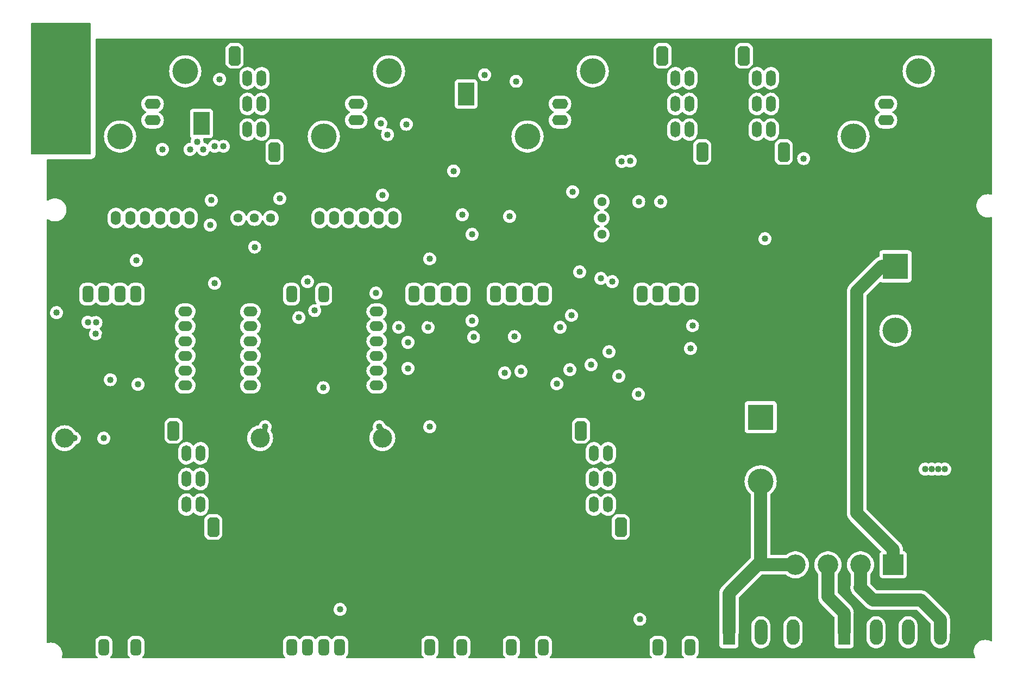
<source format=gbr>
%TF.GenerationSoftware,KiCad,Pcbnew,7.0.2*%
%TF.CreationDate,2023-07-19T18:14:24-04:00*%
%TF.ProjectId,basic_pid,62617369-635f-4706-9964-2e6b69636164,rev?*%
%TF.SameCoordinates,Original*%
%TF.FileFunction,Copper,L4,Bot*%
%TF.FilePolarity,Positive*%
%FSLAX46Y46*%
G04 Gerber Fmt 4.6, Leading zero omitted, Abs format (unit mm)*
G04 Created by KiCad (PCBNEW 7.0.2) date 2023-07-19 18:14:24*
%MOMM*%
%LPD*%
G01*
G04 APERTURE LIST*
G04 Aperture macros list*
%AMRoundRect*
0 Rectangle with rounded corners*
0 $1 Rounding radius*
0 $2 $3 $4 $5 $6 $7 $8 $9 X,Y pos of 4 corners*
0 Add a 4 corners polygon primitive as box body*
4,1,4,$2,$3,$4,$5,$6,$7,$8,$9,$2,$3,0*
0 Add four circle primitives for the rounded corners*
1,1,$1+$1,$2,$3*
1,1,$1+$1,$4,$5*
1,1,$1+$1,$6,$7*
1,1,$1+$1,$8,$9*
0 Add four rect primitives between the rounded corners*
20,1,$1+$1,$2,$3,$4,$5,0*
20,1,$1+$1,$4,$5,$6,$7,0*
20,1,$1+$1,$6,$7,$8,$9,0*
20,1,$1+$1,$8,$9,$2,$3,0*%
%AMOutline5P*
0 Free polygon, 5 corners , with rotation*
0 The origin of the aperture is its center*
0 number of corners: always 5*
0 $1 to $10 corner X, Y*
0 $11 Rotation angle, in degrees counterclockwise*
0 create outline with 5 corners*
4,1,5,$1,$2,$3,$4,$5,$6,$7,$8,$9,$10,$1,$2,$11*%
%AMOutline6P*
0 Free polygon, 6 corners , with rotation*
0 The origin of the aperture is its center*
0 number of corners: always 6*
0 $1 to $12 corner X, Y*
0 $13 Rotation angle, in degrees counterclockwise*
0 create outline with 6 corners*
4,1,6,$1,$2,$3,$4,$5,$6,$7,$8,$9,$10,$11,$12,$1,$2,$13*%
%AMOutline7P*
0 Free polygon, 7 corners , with rotation*
0 The origin of the aperture is its center*
0 number of corners: always 7*
0 $1 to $14 corner X, Y*
0 $15 Rotation angle, in degrees counterclockwise*
0 create outline with 7 corners*
4,1,7,$1,$2,$3,$4,$5,$6,$7,$8,$9,$10,$11,$12,$13,$14,$1,$2,$15*%
%AMOutline8P*
0 Free polygon, 8 corners , with rotation*
0 The origin of the aperture is its center*
0 number of corners: always 8*
0 $1 to $16 corner X, Y*
0 $17 Rotation angle, in degrees counterclockwise*
0 create outline with 8 corners*
4,1,8,$1,$2,$3,$4,$5,$6,$7,$8,$9,$10,$11,$12,$13,$14,$15,$16,$1,$2,$17*%
G04 Aperture macros list end*
%TA.AperFunction,SMDPad,CuDef*%
%ADD10C,3.000000*%
%TD*%
%TA.AperFunction,ComponentPad*%
%ADD11C,0.355600*%
%TD*%
%TA.AperFunction,SMDPad,CuDef*%
%ADD12R,2.540000X3.556000*%
%TD*%
%TA.AperFunction,ComponentPad*%
%ADD13R,4.000000X4.000000*%
%TD*%
%TA.AperFunction,ComponentPad*%
%ADD14C,4.000000*%
%TD*%
%TA.AperFunction,ComponentPad*%
%ADD15R,3.200000X3.200000*%
%TD*%
%TA.AperFunction,ComponentPad*%
%ADD16C,3.200000*%
%TD*%
%TA.AperFunction,ComponentPad*%
%ADD17R,1.980000X3.960000*%
%TD*%
%TA.AperFunction,ComponentPad*%
%ADD18O,1.980000X3.960000*%
%TD*%
%TA.AperFunction,ComponentPad*%
%ADD19O,2.200000X1.524000*%
%TD*%
%TA.AperFunction,ComponentPad*%
%ADD20O,1.524000X2.200000*%
%TD*%
%TA.AperFunction,ComponentPad*%
%ADD21O,2.500000X1.600000*%
%TD*%
%TA.AperFunction,ComponentPad*%
%ADD22RoundRect,0.508000X-0.317500X-0.762000X0.317500X-0.762000X0.317500X0.762000X-0.317500X0.762000X0*%
%TD*%
%TA.AperFunction,ComponentPad*%
%ADD23RoundRect,0.508000X0.317500X0.762000X-0.317500X0.762000X-0.317500X-0.762000X0.317500X-0.762000X0*%
%TD*%
%TA.AperFunction,ComponentPad*%
%ADD24O,1.500000X2.500000*%
%TD*%
%TA.AperFunction,ComponentPad*%
%ADD25Outline8P,-1.500000X0.540000X-1.140000X0.900000X1.140000X0.900000X1.500000X0.540000X1.500000X-0.540000X1.140000X-0.900000X-1.140000X-0.900000X-1.500000X-0.540000X90.000000*%
%TD*%
%TA.AperFunction,ComponentPad*%
%ADD26Outline8P,-1.500000X0.540000X-1.140000X0.900000X1.140000X0.900000X1.500000X0.540000X1.500000X-0.540000X1.140000X-0.900000X-1.140000X-0.900000X-1.500000X-0.540000X270.000000*%
%TD*%
%TA.AperFunction,ComponentPad*%
%ADD27C,1.440000*%
%TD*%
%TA.AperFunction,ViaPad*%
%ADD28C,1.016000*%
%TD*%
%TA.AperFunction,Conductor*%
%ADD29C,0.635000*%
%TD*%
%TA.AperFunction,Conductor*%
%ADD30C,2.032000*%
%TD*%
G04 APERTURE END LIST*
D10*
%TO.P,TP3,1,1*%
%TO.N,Net-(R18-Pad1)*%
X106934000Y-90170000D03*
%TD*%
%TO.P,TP2,1,1*%
%TO.N,Net-(R20-Pad1)*%
X156464000Y-90170000D03*
%TD*%
%TO.P,TP1,1,1*%
%TO.N,Net-(C6-Pad1)*%
X137414000Y-90170000D03*
%TD*%
D11*
%TO.P,U13,9,EP*%
%TO.N,-12V*%
X129135539Y-42682999D03*
X129135539Y-41158999D03*
X129135539Y-39634999D03*
X128691039Y-41920999D03*
X128691039Y-40396999D03*
X128246539Y-42682999D03*
X128246539Y-41158999D03*
D12*
X128246539Y-41158999D03*
D11*
X128246539Y-39634999D03*
X127802039Y-41920999D03*
X127802039Y-40396999D03*
X127357539Y-42682999D03*
X127357539Y-41158999D03*
X127357539Y-39634999D03*
%TD*%
D13*
%TO.P,C19,1*%
%TO.N,GND*%
X215400000Y-86900000D03*
D14*
%TO.P,C19,2*%
%TO.N,V-_unreg*%
X215400000Y-96900000D03*
%TD*%
D15*
%TO.P,D1,1,+*%
%TO.N,V+_unreg*%
X236060000Y-109900000D03*
D16*
%TO.P,D1,2*%
%TO.N,/Supply_and_filtering/yellow*%
X230980000Y-109900000D03*
%TO.P,D1,3*%
%TO.N,/Supply_and_filtering/black*%
X225900000Y-109900000D03*
%TO.P,D1,4,-*%
%TO.N,V-_unreg*%
X220820000Y-109900000D03*
%TD*%
D17*
%TO.P,J6,1,Pin_1*%
%TO.N,V-_unreg*%
X210460000Y-120400000D03*
D18*
%TO.P,J6,2,Pin_2*%
%TO.N,GND*%
X215460000Y-120400000D03*
%TO.P,J6,3,Pin_3*%
%TO.N,V+_unreg*%
X220460000Y-120400000D03*
%TD*%
D13*
%TO.P,C18,1*%
%TO.N,V+_unreg*%
X236400000Y-63400000D03*
D14*
%TO.P,C18,2*%
%TO.N,GND*%
X236400000Y-73400000D03*
%TD*%
D11*
%TO.P,U8,9,EP*%
%TO.N,-12V*%
X170395512Y-38088772D03*
X170395512Y-36564772D03*
X170395512Y-35040772D03*
X169951012Y-37326772D03*
X169951012Y-35802772D03*
X169506512Y-38088772D03*
X169506512Y-36564772D03*
D12*
X169506512Y-36564772D03*
D11*
X169506512Y-35040772D03*
X169062012Y-37326772D03*
X169062012Y-35802772D03*
X168617512Y-38088772D03*
X168617512Y-36564772D03*
X168617512Y-35040772D03*
%TD*%
D17*
%TO.P,J5,1,Pin_1*%
%TO.N,/Supply_and_filtering/black*%
X228400000Y-120400000D03*
D18*
%TO.P,J5,2,Pin_2*%
%TO.N,GND*%
X233400000Y-120400000D03*
%TO.P,J5,3,Pin_3*%
X238400000Y-120400000D03*
%TO.P,J5,4,Pin_4*%
%TO.N,/Supply_and_filtering/yellow*%
X243400000Y-120400000D03*
%TD*%
D19*
%TO.P,SW8,1,1*%
%TO.N,Net-(C6-Pad1)*%
X135890000Y-79650000D03*
%TO.P,SW8,2,2*%
%TO.N,Net-(R16-Pad1)*%
X135890000Y-77350000D03*
%TO.P,SW8,3,3*%
%TO.N,Net-(R17-Pad1)*%
X135890000Y-75050000D03*
%TO.P,SW8,4,4*%
%TO.N,unconnected-(SW8-Pad4)*%
X135890000Y-72750000D03*
%TO.P,SW8,C,Common*%
%TO.N,Net-(SW7-Common)*%
X135890000Y-70450000D03*
X135890000Y-81950000D03*
%TD*%
D20*
%TO.P,SW9,1,1*%
%TO.N,Net-(C10-Pad2)*%
X117200000Y-55880000D03*
%TO.P,SW9,2,2*%
%TO.N,Net-(C11-Pad2)*%
X119500000Y-55880000D03*
%TO.P,SW9,3,3*%
%TO.N,Net-(C12-Pad2)*%
X121800000Y-55880000D03*
%TO.P,SW9,4,4*%
%TO.N,Net-(C13-Pad2)*%
X124100000Y-55880000D03*
%TO.P,SW9,C,Common*%
%TO.N,Net-(SW9-Common)*%
X126400000Y-55880000D03*
X114900000Y-55880000D03*
%TD*%
D14*
%TO.P,J4,*%
%TO.N,*%
X125730000Y-33020000D03*
X115570000Y-43180000D03*
D21*
%TO.P,J4,1,In*%
%TO.N,Net-(J4-In)*%
X120650000Y-38100000D03*
%TO.P,J4,2,Ext*%
%TO.N,GND*%
X120650000Y-40640000D03*
%TD*%
D22*
%TO.P,RV3,1,1*%
%TO.N,Net-(R12-Pad2)*%
X147300000Y-122750000D03*
%TO.P,RV3,2,2*%
X149800000Y-122750000D03*
%TO.P,RV3,3,3*%
%TO.N,Net-(SW7-Common)*%
X147300000Y-67750000D03*
%TO.P,RV3,A,A*%
%TO.N,Net-(R25-Pad1)*%
X142300000Y-67750000D03*
%TO.P,RV3,C,C*%
%TO.N,GND*%
X142300000Y-122750000D03*
%TO.P,RV3,L,Dummy*%
X144800000Y-122750000D03*
%TD*%
D23*
%TO.P,RV4,1,1*%
%TO.N,Net-(U10--)*%
X163850000Y-67750000D03*
%TO.P,RV4,2,2*%
X161350000Y-67750000D03*
%TO.P,RV4,3,3*%
%TO.N,Net-(R20-Pad1)*%
X163850000Y-122750000D03*
%TO.P,RV4,A,A*%
%TO.N,Net-(R26-Pad1)*%
X168850000Y-122750000D03*
%TO.P,RV4,C,C*%
%TO.N,GND*%
X168850000Y-67750000D03*
%TO.P,RV4,L,Dummy*%
X166350000Y-67750000D03*
%TD*%
D24*
%TO.P,SW5,1,A*%
%TO.N,unconnected-(SW5A-A-Pad1)*%
X191600000Y-100520000D03*
%TO.P,SW5,2,B*%
%TO.N,Net-(SW5A-B)*%
X191600000Y-96520000D03*
%TO.P,SW5,3,C*%
%TO.N,GND*%
X191600000Y-92520000D03*
%TO.P,SW5,4*%
%TO.N,N/C*%
X189400000Y-100520000D03*
%TO.P,SW5,5*%
X189400000Y-96520000D03*
%TO.P,SW5,6*%
X189400000Y-92520000D03*
D25*
%TO.P,SW5,S,S*%
%TO.N,GND*%
X193600000Y-104020000D03*
X187400000Y-89020000D03*
%TD*%
D24*
%TO.P,SW1,1,A*%
%TO.N,Net-(J1-In)*%
X202100000Y-34100000D03*
%TO.P,SW1,2,B*%
%TO.N,Net-(SW1A-B)*%
X202100000Y-38100000D03*
%TO.P,SW1,3,C*%
%TO.N,Net-(J1-Ext)*%
X202100000Y-42100000D03*
%TO.P,SW1,4,A*%
X204300000Y-34100000D03*
%TO.P,SW1,5,B*%
%TO.N,Net-(SW1B-B)*%
X204300000Y-38100000D03*
%TO.P,SW1,6,C*%
%TO.N,Net-(J1-In)*%
X204300000Y-42100000D03*
D26*
%TO.P,SW1,S,S*%
%TO.N,GND*%
X200100000Y-30600000D03*
X206300000Y-45600000D03*
%TD*%
D23*
%TO.P,RV5,1,1*%
%TO.N,Net-(U11--)*%
X113050000Y-67750000D03*
%TO.P,RV5,2,2*%
X110550000Y-67750000D03*
%TO.P,RV5,3,3*%
%TO.N,Net-(R18-Pad1)*%
X113050000Y-122750000D03*
%TO.P,RV5,A,A*%
%TO.N,GND*%
X118050000Y-122750000D03*
%TO.P,RV5,C,C*%
%TO.N,Net-(R27-Pad2)*%
X118050000Y-67750000D03*
%TO.P,RV5,L,Dummy*%
%TO.N,GND*%
X115550000Y-67750000D03*
%TD*%
%TO.P,RV1,1,1*%
%TO.N,Net-(U1-K)*%
X199410000Y-67750000D03*
%TO.P,RV1,2,2*%
%TO.N,Net-(C1-Pad2)*%
X196910000Y-67750000D03*
%TO.P,RV1,3,3*%
%TO.N,Net-(U2-A)*%
X199410000Y-122750000D03*
%TO.P,RV1,A,A*%
%TO.N,GND*%
X204410000Y-122750000D03*
%TO.P,RV1,C,C*%
%TO.N,Net-(R28-Pad2)*%
X204410000Y-67750000D03*
%TO.P,RV1,L,Dummy*%
%TO.N,GND*%
X201910000Y-67750000D03*
%TD*%
D27*
%TO.P,RV6,1,1*%
%TO.N,GND*%
X139065000Y-55880000D03*
%TO.P,RV6,2,2*%
%TO.N,Net-(SW10A-C)*%
X136525000Y-55880000D03*
%TO.P,RV6,3,3*%
%TO.N,-12V*%
X133985000Y-55880000D03*
%TD*%
D24*
%TO.P,SW3,1,A*%
%TO.N,Error_signal*%
X128100000Y-100520000D03*
%TO.P,SW3,2,B*%
%TO.N,Net-(SW3A-B)*%
X128100000Y-96520000D03*
%TO.P,SW3,3,C*%
%TO.N,Input_A*%
X128100000Y-92520000D03*
%TO.P,SW3,4*%
%TO.N,N/C*%
X125900000Y-100520000D03*
%TO.P,SW3,5*%
X125900000Y-96520000D03*
%TO.P,SW3,6*%
X125900000Y-92520000D03*
D25*
%TO.P,SW3,S,S*%
%TO.N,GND*%
X130100000Y-104020000D03*
X123900000Y-89020000D03*
%TD*%
D27*
%TO.P,RV7,1,1*%
%TO.N,Net-(R30-Pad1)*%
X190647006Y-58437475D03*
%TO.P,RV7,2,2*%
%TO.N,GND*%
X190647006Y-55897475D03*
%TO.P,RV7,3,3*%
X190647006Y-53357475D03*
%TD*%
D24*
%TO.P,SW10,1,A*%
%TO.N,unconnected-(SW10A-A-Pad1)*%
X137625000Y-42100000D03*
%TO.P,SW10,2,B*%
%TO.N,Positive_offset*%
X137625000Y-38100000D03*
%TO.P,SW10,3,C*%
%TO.N,Net-(SW10A-C)*%
X137625000Y-34100000D03*
%TO.P,SW10,4,A*%
%TO.N,-12V*%
X135425000Y-42100000D03*
%TO.P,SW10,5,B*%
%TO.N,Vlim-*%
X135425000Y-38100000D03*
%TO.P,SW10,6,C*%
%TO.N,GND*%
X135425000Y-34100000D03*
D25*
%TO.P,SW10,S,S*%
X139625000Y-45600000D03*
X133425000Y-30600000D03*
%TD*%
D24*
%TO.P,SW2,1,A*%
%TO.N,Net-(J2-In)*%
X217000000Y-42100000D03*
%TO.P,SW2,2,B*%
%TO.N,Net-(SW2A-B)*%
X217000000Y-38100000D03*
%TO.P,SW2,3,C*%
%TO.N,Net-(J2-Ext)*%
X217000000Y-34100000D03*
%TO.P,SW2,4,A*%
X214800000Y-42100000D03*
%TO.P,SW2,5,B*%
%TO.N,Net-(SW2B-B)*%
X214800000Y-38100000D03*
%TO.P,SW2,6,C*%
%TO.N,Net-(J2-In)*%
X214800000Y-34100000D03*
D25*
%TO.P,SW2,S,S*%
%TO.N,GND*%
X219000000Y-45600000D03*
X212800000Y-30600000D03*
%TD*%
D20*
%TO.P,SW4,1,1*%
%TO.N,Input_A*%
X148950000Y-55880000D03*
%TO.P,SW4,2,2*%
%TO.N,Input_B*%
X151250000Y-55880000D03*
%TO.P,SW4,3,3*%
%TO.N,Internal_setpoint*%
X153550000Y-55880000D03*
%TO.P,SW4,4,4*%
%TO.N,Error_signal*%
X155850000Y-55880000D03*
%TO.P,SW4,C,Common*%
%TO.N,Net-(SW4-Common)*%
X158150000Y-55880000D03*
X146650000Y-55880000D03*
%TD*%
D14*
%TO.P,J2,*%
%TO.N,*%
X240030000Y-33020000D03*
X229870000Y-43180000D03*
D21*
%TO.P,J2,1,In*%
%TO.N,Net-(J2-In)*%
X234950000Y-38100000D03*
%TO.P,J2,2,Ext*%
%TO.N,Net-(J2-Ext)*%
X234950000Y-40640000D03*
%TD*%
D19*
%TO.P,SW7,1,1*%
%TO.N,Net-(C6-Pad2)*%
X155575000Y-79650000D03*
%TO.P,SW7,2,2*%
%TO.N,Net-(C7-Pad2)*%
X155575000Y-77350000D03*
%TO.P,SW7,3,3*%
%TO.N,Net-(C8-Pad2)*%
X155575000Y-75050000D03*
%TO.P,SW7,4,4*%
%TO.N,Net-(C9-Pad2)*%
X155575000Y-72750000D03*
%TO.P,SW7,C,Common*%
%TO.N,Net-(SW7-Common)*%
X155575000Y-70450000D03*
X155575000Y-81950000D03*
%TD*%
D14*
%TO.P,J1,*%
%TO.N,*%
X189230000Y-33020000D03*
X179070000Y-43180000D03*
D21*
%TO.P,J1,1,In*%
%TO.N,Net-(J1-In)*%
X184150000Y-38100000D03*
%TO.P,J1,2,Ext*%
%TO.N,Net-(J1-Ext)*%
X184150000Y-40640000D03*
%TD*%
D19*
%TO.P,SW6,1,1*%
%TO.N,Net-(C2-Pad2)*%
X125730000Y-79650000D03*
%TO.P,SW6,2,2*%
%TO.N,Net-(C3-Pad2)*%
X125730000Y-77350000D03*
%TO.P,SW6,3,3*%
%TO.N,Net-(C4-Pad2)*%
X125730000Y-75050000D03*
%TO.P,SW6,4,4*%
%TO.N,Net-(C5-Pad2)*%
X125730000Y-72750000D03*
%TO.P,SW6,C,Common*%
%TO.N,Net-(SW6-Common)*%
X125730000Y-70450000D03*
X125730000Y-81950000D03*
%TD*%
D23*
%TO.P,RV2,1,1*%
%TO.N,Net-(U6--)*%
X176550000Y-67750000D03*
%TO.P,RV2,2,2*%
X174050000Y-67750000D03*
%TO.P,RV2,3,3*%
%TO.N,Net-(R11-Pad1)*%
X176550000Y-122750000D03*
%TO.P,RV2,A,A*%
%TO.N,Net-(R24-Pad1)*%
X181550000Y-122750000D03*
%TO.P,RV2,C,C*%
%TO.N,GND*%
X181550000Y-67750000D03*
%TO.P,RV2,L,Dummy*%
X179050000Y-67750000D03*
%TD*%
D14*
%TO.P,J3,*%
%TO.N,*%
X157480000Y-33020000D03*
X147320000Y-43180000D03*
D21*
%TO.P,J3,1,In*%
%TO.N,Net-(J3-In)*%
X152400000Y-38100000D03*
%TO.P,J3,2,Ext*%
%TO.N,GND*%
X152400000Y-40640000D03*
%TD*%
D28*
%TO.N,GND*%
X144780000Y-65786000D03*
X108712000Y-26670000D03*
X106426000Y-26670000D03*
X104648000Y-26670000D03*
X102870000Y-26670000D03*
X103124000Y-45212000D03*
X103124000Y-43942000D03*
X103124000Y-42672000D03*
X110236000Y-42672000D03*
X110236000Y-43942000D03*
X110236000Y-45212000D03*
%TO.N,Net-(R20-Pad1)*%
X163830000Y-88392000D03*
X155956000Y-88392000D03*
%TO.N,Net-(R18-Pad1)*%
X108458000Y-90170000D03*
X113030000Y-90170000D03*
%TO.N,Net-(C6-Pad1)*%
X138176000Y-88392000D03*
%TO.N,GND*%
X195072000Y-46990000D03*
X196400473Y-53331925D03*
X105664000Y-70612000D03*
X196342000Y-83312000D03*
X170434000Y-71872349D03*
X156210000Y-41148000D03*
X185914521Y-71044749D03*
X122170492Y-45187769D03*
X177291756Y-34573772D03*
X128543805Y-45185182D03*
X129618976Y-56967812D03*
X199831535Y-53340000D03*
X111828090Y-72142502D03*
X145915802Y-70301064D03*
X131675863Y-44711141D03*
X170659343Y-74422000D03*
X160439828Y-79300846D03*
X147244577Y-82305601D03*
X192278000Y-65786000D03*
X188976000Y-78740000D03*
X158980578Y-72910247D03*
X168910000Y-55372000D03*
X157260179Y-42875207D03*
X130304530Y-44677281D03*
X204470000Y-76200000D03*
X127563508Y-43996330D03*
X114055027Y-81068882D03*
X167553330Y-48543772D03*
%TO.N,Input_A*%
X178054000Y-79756000D03*
X185674000Y-79502000D03*
X130302000Y-66040000D03*
%TO.N,Input_B*%
X187198000Y-64262000D03*
X190500000Y-65278000D03*
%TO.N,Internal_setpoint*%
X175514000Y-80010000D03*
X170434000Y-58420000D03*
%TO.N,Error_signal*%
X149860000Y-116840000D03*
X163820390Y-62239610D03*
X184150000Y-72898000D03*
%TO.N,Net-(U11--)*%
X118364000Y-81788000D03*
%TO.N,+12V*%
X208877716Y-59326576D03*
X179310521Y-71846901D03*
X201930000Y-78232000D03*
X163489330Y-47527772D03*
X209860087Y-59326576D03*
X210782920Y-59534957D03*
X225912821Y-46603405D03*
X194454403Y-70717815D03*
X163897139Y-71624196D03*
X197563036Y-47051370D03*
X123989963Y-41876585D03*
X165087029Y-37158857D03*
X168910000Y-117602000D03*
X147208058Y-78080772D03*
X142373317Y-61774324D03*
X181518055Y-117526871D03*
X207925113Y-59356345D03*
X113090653Y-74249017D03*
%TO.N,-12V*%
X193294000Y-80518000D03*
X118110000Y-62484000D03*
X243078000Y-94996000D03*
X160439828Y-75236846D03*
X136548296Y-60399440D03*
X196577201Y-118389650D03*
X241046000Y-94996000D03*
X143434577Y-71383601D03*
X160188085Y-41274341D03*
X204791002Y-72666135D03*
X177024521Y-74346749D03*
X222114209Y-46614372D03*
X193764424Y-47062337D03*
X172379330Y-33557772D03*
X244094000Y-94996000D03*
X110547857Y-72102542D03*
X242062000Y-94996000D03*
%TO.N,GND*%
X131087761Y-34259941D03*
%TO.N,V+_unreg*%
X216074715Y-59096296D03*
X186101435Y-51788020D03*
%TO.N,Net-(SW5A-B)*%
X191770000Y-76708000D03*
%TO.N,Vlim-*%
X126459392Y-45196028D03*
%TO.N,Net-(R18-Pad1)*%
X111760000Y-73914000D03*
%TO.N,Vlim+*%
X156464000Y-52324000D03*
X176276000Y-55626000D03*
X140462000Y-52832000D03*
X129778978Y-53112421D03*
%TO.N,Net-(R20-Pad1)*%
X163576000Y-72898000D03*
X155448000Y-67564000D03*
%TO.N,Net-(R11-Pad1)*%
X183632390Y-81706493D03*
%TD*%
D29*
%TO.N,Net-(R20-Pad1)*%
X156464000Y-88900000D02*
X155956000Y-88392000D01*
X156464000Y-90170000D02*
X156464000Y-88900000D01*
%TO.N,Net-(R18-Pad1)*%
X108458000Y-90170000D02*
X106934000Y-90170000D01*
%TO.N,Net-(C6-Pad1)*%
X138176000Y-88392000D02*
X138176000Y-89408000D01*
X138176000Y-89408000D02*
X137414000Y-90170000D01*
D30*
%TO.N,V+_unreg*%
X230378000Y-67310000D02*
X234288000Y-63400000D01*
X236060000Y-107536000D02*
X230378000Y-101854000D01*
X234288000Y-63400000D02*
X236400000Y-63400000D01*
X230378000Y-101854000D02*
X230378000Y-67310000D01*
X236060000Y-109900000D02*
X236060000Y-107536000D01*
%TO.N,V-_unreg*%
X215400000Y-109400000D02*
X214900000Y-109900000D01*
X210460000Y-114340000D02*
X210460000Y-120400000D01*
X214900000Y-109900000D02*
X210460000Y-114340000D01*
X220820000Y-109900000D02*
X214900000Y-109900000D01*
X215400000Y-96900000D02*
X215400000Y-109400000D01*
%TO.N,/Supply_and_filtering/yellow*%
X240400000Y-115400000D02*
X232900000Y-115400000D01*
X230900000Y-113400000D02*
X230980000Y-113320000D01*
X243400000Y-118400000D02*
X240400000Y-115400000D01*
X230980000Y-113320000D02*
X230980000Y-109900000D01*
X232900000Y-115400000D02*
X230900000Y-113400000D01*
X243400000Y-120400000D02*
X243400000Y-118400000D01*
%TO.N,/Supply_and_filtering/black*%
X228400000Y-120400000D02*
X228400000Y-117400000D01*
X225900000Y-114900000D02*
X225900000Y-109900000D01*
X228400000Y-117400000D02*
X225900000Y-114900000D01*
%TD*%
%TA.AperFunction,Conductor*%
%TO.N,+12V*%
G36*
X251403039Y-27959685D02*
G01*
X251448794Y-28012489D01*
X251460000Y-28064000D01*
X251460000Y-52114357D01*
X251440315Y-52181396D01*
X251387511Y-52227151D01*
X251318353Y-52237095D01*
X251308408Y-52235248D01*
X251094580Y-52186443D01*
X250894809Y-52171473D01*
X250894798Y-52171472D01*
X250892495Y-52171300D01*
X250757505Y-52171300D01*
X250755202Y-52171472D01*
X250755190Y-52171473D01*
X250555421Y-52186443D01*
X250291856Y-52246600D01*
X250040210Y-52345364D01*
X249806090Y-52480533D01*
X249594731Y-52649087D01*
X249410855Y-52847258D01*
X249258570Y-53070620D01*
X249141275Y-53314185D01*
X249061590Y-53572513D01*
X249021300Y-53839830D01*
X249021300Y-54110169D01*
X249061590Y-54377486D01*
X249141275Y-54635814D01*
X249258570Y-54879379D01*
X249410855Y-55102741D01*
X249579869Y-55284894D01*
X249594732Y-55300913D01*
X249806090Y-55469466D01*
X250040209Y-55604635D01*
X250291859Y-55703400D01*
X250555419Y-55763556D01*
X250757505Y-55778700D01*
X250759822Y-55778700D01*
X250890178Y-55778700D01*
X250892495Y-55778700D01*
X251094581Y-55763556D01*
X251308408Y-55714751D01*
X251378146Y-55719024D01*
X251434504Y-55760323D01*
X251459587Y-55825534D01*
X251460000Y-55835642D01*
X251460000Y-121714483D01*
X251440315Y-121781522D01*
X251387511Y-121827277D01*
X251318353Y-121837221D01*
X251274000Y-121821870D01*
X251219321Y-121790301D01*
X251184791Y-121770365D01*
X251184790Y-121770364D01*
X251184789Y-121770364D01*
X250933143Y-121671600D01*
X250669578Y-121611443D01*
X250469809Y-121596473D01*
X250469798Y-121596472D01*
X250467495Y-121596300D01*
X250332505Y-121596300D01*
X250330202Y-121596472D01*
X250330190Y-121596473D01*
X250130421Y-121611443D01*
X249866856Y-121671600D01*
X249615210Y-121770364D01*
X249381090Y-121905533D01*
X249169731Y-122074087D01*
X248985855Y-122272258D01*
X248833570Y-122495620D01*
X248716275Y-122739185D01*
X248636590Y-122997513D01*
X248596300Y-123264830D01*
X248596300Y-123535169D01*
X248636590Y-123802486D01*
X248716275Y-124060814D01*
X248822888Y-124282198D01*
X248834240Y-124351140D01*
X248806518Y-124415274D01*
X248748523Y-124454240D01*
X248711168Y-124460000D01*
X205508623Y-124460000D01*
X205441584Y-124440315D01*
X205395829Y-124387511D01*
X205385885Y-124318353D01*
X205414910Y-124254797D01*
X205429952Y-124240152D01*
X205444068Y-124228568D01*
X205570095Y-124075004D01*
X205663741Y-123899804D01*
X205721408Y-123709701D01*
X205736000Y-123561547D01*
X205735999Y-121938454D01*
X205721408Y-121790299D01*
X205663741Y-121600196D01*
X205570095Y-121424996D01*
X205444068Y-121271432D01*
X205290504Y-121145405D01*
X205290503Y-121145404D01*
X205195890Y-121094833D01*
X205115304Y-121051759D01*
X204925201Y-120994092D01*
X204925198Y-120994091D01*
X204780081Y-120979798D01*
X204780064Y-120979797D01*
X204777047Y-120979500D01*
X204773997Y-120979500D01*
X204046004Y-120979500D01*
X204045983Y-120979500D01*
X204042954Y-120979501D01*
X204039918Y-120979799D01*
X204039917Y-120979800D01*
X203894802Y-120994091D01*
X203894798Y-120994092D01*
X203894799Y-120994092D01*
X203704696Y-121051759D01*
X203704692Y-121051760D01*
X203704692Y-121051761D01*
X203529496Y-121145404D01*
X203375932Y-121271432D01*
X203249904Y-121424996D01*
X203160000Y-121593197D01*
X203156259Y-121600196D01*
X203117814Y-121726931D01*
X203098591Y-121790301D01*
X203084298Y-121935418D01*
X203084297Y-121935436D01*
X203084000Y-121938453D01*
X203084000Y-121941501D01*
X203084000Y-121941502D01*
X203084000Y-123558495D01*
X203084000Y-123558515D01*
X203084001Y-123561546D01*
X203084300Y-123564581D01*
X203084300Y-123564582D01*
X203098591Y-123709697D01*
X203098591Y-123709699D01*
X203098592Y-123709701D01*
X203156259Y-123899804D01*
X203249905Y-124075004D01*
X203375932Y-124228568D01*
X203390043Y-124240148D01*
X203429376Y-124297893D01*
X203431247Y-124367737D01*
X203395059Y-124427505D01*
X203332304Y-124458221D01*
X203311377Y-124460000D01*
X200508623Y-124460000D01*
X200441584Y-124440315D01*
X200395829Y-124387511D01*
X200385885Y-124318353D01*
X200414910Y-124254797D01*
X200429952Y-124240152D01*
X200444068Y-124228568D01*
X200570095Y-124075004D01*
X200663741Y-123899804D01*
X200721408Y-123709701D01*
X200736000Y-123561547D01*
X200735999Y-121938454D01*
X200721408Y-121790299D01*
X200663741Y-121600196D01*
X200570095Y-121424996D01*
X200444068Y-121271432D01*
X200290504Y-121145405D01*
X200290503Y-121145404D01*
X200195890Y-121094833D01*
X200115304Y-121051759D01*
X199925201Y-120994092D01*
X199925198Y-120994091D01*
X199780081Y-120979798D01*
X199780064Y-120979797D01*
X199777047Y-120979500D01*
X199773997Y-120979500D01*
X199046004Y-120979500D01*
X199045983Y-120979500D01*
X199042954Y-120979501D01*
X199039918Y-120979799D01*
X199039917Y-120979800D01*
X198894802Y-120994091D01*
X198894798Y-120994092D01*
X198894799Y-120994092D01*
X198704696Y-121051759D01*
X198704692Y-121051760D01*
X198704692Y-121051761D01*
X198529496Y-121145404D01*
X198375932Y-121271432D01*
X198249904Y-121424996D01*
X198160000Y-121593197D01*
X198156259Y-121600196D01*
X198117814Y-121726931D01*
X198098591Y-121790301D01*
X198084298Y-121935418D01*
X198084297Y-121935436D01*
X198084000Y-121938453D01*
X198084000Y-121941501D01*
X198084000Y-121941502D01*
X198084000Y-123558495D01*
X198084000Y-123558515D01*
X198084001Y-123561546D01*
X198084300Y-123564581D01*
X198084300Y-123564582D01*
X198098591Y-123709697D01*
X198098591Y-123709699D01*
X198098592Y-123709701D01*
X198156259Y-123899804D01*
X198249905Y-124075004D01*
X198375932Y-124228568D01*
X198390043Y-124240148D01*
X198429376Y-124297893D01*
X198431247Y-124367737D01*
X198395059Y-124427505D01*
X198332304Y-124458221D01*
X198311377Y-124460000D01*
X182648623Y-124460000D01*
X182581584Y-124440315D01*
X182535829Y-124387511D01*
X182525885Y-124318353D01*
X182554910Y-124254797D01*
X182569952Y-124240152D01*
X182584068Y-124228568D01*
X182710095Y-124075004D01*
X182803741Y-123899804D01*
X182861408Y-123709701D01*
X182876000Y-123561547D01*
X182875999Y-121938454D01*
X182861408Y-121790299D01*
X182803741Y-121600196D01*
X182710095Y-121424996D01*
X182584068Y-121271432D01*
X182430504Y-121145405D01*
X182430503Y-121145404D01*
X182335890Y-121094833D01*
X182255304Y-121051759D01*
X182065201Y-120994092D01*
X182065198Y-120994091D01*
X181920081Y-120979798D01*
X181920064Y-120979797D01*
X181917047Y-120979500D01*
X181913997Y-120979500D01*
X181186004Y-120979500D01*
X181185983Y-120979500D01*
X181182954Y-120979501D01*
X181179918Y-120979799D01*
X181179917Y-120979800D01*
X181034802Y-120994091D01*
X181034798Y-120994092D01*
X181034799Y-120994092D01*
X180844696Y-121051759D01*
X180844692Y-121051760D01*
X180844692Y-121051761D01*
X180669496Y-121145404D01*
X180515932Y-121271432D01*
X180389904Y-121424996D01*
X180300000Y-121593197D01*
X180296259Y-121600196D01*
X180257814Y-121726931D01*
X180238591Y-121790301D01*
X180224298Y-121935418D01*
X180224297Y-121935436D01*
X180224000Y-121938453D01*
X180224000Y-121941501D01*
X180224000Y-121941502D01*
X180224000Y-123558495D01*
X180224000Y-123558515D01*
X180224001Y-123561546D01*
X180224300Y-123564581D01*
X180224300Y-123564582D01*
X180238591Y-123709697D01*
X180238591Y-123709699D01*
X180238592Y-123709701D01*
X180296259Y-123899804D01*
X180389905Y-124075004D01*
X180515932Y-124228568D01*
X180530043Y-124240148D01*
X180569376Y-124297893D01*
X180571247Y-124367737D01*
X180535059Y-124427505D01*
X180472304Y-124458221D01*
X180451377Y-124460000D01*
X177648623Y-124460000D01*
X177581584Y-124440315D01*
X177535829Y-124387511D01*
X177525885Y-124318353D01*
X177554910Y-124254797D01*
X177569952Y-124240152D01*
X177584068Y-124228568D01*
X177710095Y-124075004D01*
X177803741Y-123899804D01*
X177861408Y-123709701D01*
X177876000Y-123561547D01*
X177875999Y-121938454D01*
X177861408Y-121790299D01*
X177803741Y-121600196D01*
X177710095Y-121424996D01*
X177584068Y-121271432D01*
X177430504Y-121145405D01*
X177430503Y-121145404D01*
X177335890Y-121094833D01*
X177255304Y-121051759D01*
X177065201Y-120994092D01*
X177065198Y-120994091D01*
X176920081Y-120979798D01*
X176920064Y-120979797D01*
X176917047Y-120979500D01*
X176913997Y-120979500D01*
X176186004Y-120979500D01*
X176185983Y-120979500D01*
X176182954Y-120979501D01*
X176179918Y-120979799D01*
X176179917Y-120979800D01*
X176034802Y-120994091D01*
X176034798Y-120994092D01*
X176034799Y-120994092D01*
X175844696Y-121051759D01*
X175844692Y-121051760D01*
X175844692Y-121051761D01*
X175669496Y-121145404D01*
X175515932Y-121271432D01*
X175389904Y-121424996D01*
X175300000Y-121593197D01*
X175296259Y-121600196D01*
X175257814Y-121726931D01*
X175238591Y-121790301D01*
X175224298Y-121935418D01*
X175224297Y-121935436D01*
X175224000Y-121938453D01*
X175224000Y-121941501D01*
X175224000Y-121941502D01*
X175224000Y-123558495D01*
X175224000Y-123558515D01*
X175224001Y-123561546D01*
X175224300Y-123564581D01*
X175224300Y-123564582D01*
X175238591Y-123709697D01*
X175238591Y-123709699D01*
X175238592Y-123709701D01*
X175296259Y-123899804D01*
X175389905Y-124075004D01*
X175515932Y-124228568D01*
X175530043Y-124240148D01*
X175569376Y-124297893D01*
X175571247Y-124367737D01*
X175535059Y-124427505D01*
X175472304Y-124458221D01*
X175451377Y-124460000D01*
X169948623Y-124460000D01*
X169881584Y-124440315D01*
X169835829Y-124387511D01*
X169825885Y-124318353D01*
X169854910Y-124254797D01*
X169869952Y-124240152D01*
X169884068Y-124228568D01*
X170010095Y-124075004D01*
X170103741Y-123899804D01*
X170161408Y-123709701D01*
X170176000Y-123561547D01*
X170175999Y-121938454D01*
X170161408Y-121790299D01*
X170103741Y-121600196D01*
X170010095Y-121424996D01*
X169884068Y-121271432D01*
X169730504Y-121145405D01*
X169730503Y-121145404D01*
X169635890Y-121094833D01*
X169555304Y-121051759D01*
X169365201Y-120994092D01*
X169365198Y-120994091D01*
X169220081Y-120979798D01*
X169220064Y-120979797D01*
X169217047Y-120979500D01*
X169213997Y-120979500D01*
X168486004Y-120979500D01*
X168485983Y-120979500D01*
X168482954Y-120979501D01*
X168479918Y-120979799D01*
X168479917Y-120979800D01*
X168334802Y-120994091D01*
X168334798Y-120994092D01*
X168334799Y-120994092D01*
X168144696Y-121051759D01*
X168144692Y-121051760D01*
X168144692Y-121051761D01*
X167969496Y-121145404D01*
X167815932Y-121271432D01*
X167689904Y-121424996D01*
X167600000Y-121593197D01*
X167596259Y-121600196D01*
X167557814Y-121726931D01*
X167538591Y-121790301D01*
X167524298Y-121935418D01*
X167524297Y-121935436D01*
X167524000Y-121938453D01*
X167524000Y-121941501D01*
X167524000Y-121941502D01*
X167524000Y-123558495D01*
X167524000Y-123558515D01*
X167524001Y-123561546D01*
X167524300Y-123564581D01*
X167524300Y-123564582D01*
X167538591Y-123709697D01*
X167538591Y-123709699D01*
X167538592Y-123709701D01*
X167596259Y-123899804D01*
X167689905Y-124075004D01*
X167815932Y-124228568D01*
X167830043Y-124240148D01*
X167869376Y-124297893D01*
X167871247Y-124367737D01*
X167835059Y-124427505D01*
X167772304Y-124458221D01*
X167751377Y-124460000D01*
X164948623Y-124460000D01*
X164881584Y-124440315D01*
X164835829Y-124387511D01*
X164825885Y-124318353D01*
X164854910Y-124254797D01*
X164869952Y-124240152D01*
X164884068Y-124228568D01*
X165010095Y-124075004D01*
X165103741Y-123899804D01*
X165161408Y-123709701D01*
X165176000Y-123561547D01*
X165175999Y-121938454D01*
X165161408Y-121790299D01*
X165103741Y-121600196D01*
X165010095Y-121424996D01*
X164884068Y-121271432D01*
X164730504Y-121145405D01*
X164730503Y-121145404D01*
X164635890Y-121094833D01*
X164555304Y-121051759D01*
X164365201Y-120994092D01*
X164365198Y-120994091D01*
X164220081Y-120979798D01*
X164220064Y-120979797D01*
X164217047Y-120979500D01*
X164213997Y-120979500D01*
X163486004Y-120979500D01*
X163485983Y-120979500D01*
X163482954Y-120979501D01*
X163479918Y-120979799D01*
X163479917Y-120979800D01*
X163334802Y-120994091D01*
X163334798Y-120994092D01*
X163334799Y-120994092D01*
X163144696Y-121051759D01*
X163144692Y-121051760D01*
X163144692Y-121051761D01*
X162969496Y-121145404D01*
X162815932Y-121271432D01*
X162689904Y-121424996D01*
X162600000Y-121593197D01*
X162596259Y-121600196D01*
X162557814Y-121726931D01*
X162538591Y-121790301D01*
X162524298Y-121935418D01*
X162524297Y-121935436D01*
X162524000Y-121938453D01*
X162524000Y-121941501D01*
X162524000Y-121941502D01*
X162524000Y-123558495D01*
X162524000Y-123558515D01*
X162524001Y-123561546D01*
X162524300Y-123564581D01*
X162524300Y-123564582D01*
X162538591Y-123709697D01*
X162538591Y-123709699D01*
X162538592Y-123709701D01*
X162596259Y-123899804D01*
X162689905Y-124075004D01*
X162815932Y-124228568D01*
X162830043Y-124240148D01*
X162869376Y-124297893D01*
X162871247Y-124367737D01*
X162835059Y-124427505D01*
X162772304Y-124458221D01*
X162751377Y-124460000D01*
X150898623Y-124460000D01*
X150831584Y-124440315D01*
X150785829Y-124387511D01*
X150775885Y-124318353D01*
X150804910Y-124254797D01*
X150819952Y-124240152D01*
X150834068Y-124228568D01*
X150960095Y-124075004D01*
X151053741Y-123899804D01*
X151111408Y-123709701D01*
X151126000Y-123561547D01*
X151125999Y-121938454D01*
X151111408Y-121790299D01*
X151053741Y-121600196D01*
X150960095Y-121424996D01*
X150834068Y-121271432D01*
X150680504Y-121145405D01*
X150680503Y-121145404D01*
X150585890Y-121094833D01*
X150505304Y-121051759D01*
X150315201Y-120994092D01*
X150315198Y-120994091D01*
X150170081Y-120979798D01*
X150170064Y-120979797D01*
X150167047Y-120979500D01*
X150163997Y-120979500D01*
X149436004Y-120979500D01*
X149435983Y-120979500D01*
X149432954Y-120979501D01*
X149429918Y-120979799D01*
X149429917Y-120979800D01*
X149284802Y-120994091D01*
X149284798Y-120994092D01*
X149284799Y-120994092D01*
X149094696Y-121051759D01*
X149094692Y-121051760D01*
X149094692Y-121051761D01*
X148919496Y-121145404D01*
X148765932Y-121271432D01*
X148645853Y-121417748D01*
X148588107Y-121457082D01*
X148518262Y-121458953D01*
X148458494Y-121422765D01*
X148454147Y-121417748D01*
X148426922Y-121384575D01*
X148334068Y-121271432D01*
X148180504Y-121145405D01*
X148180503Y-121145404D01*
X148085890Y-121094833D01*
X148005304Y-121051759D01*
X147815201Y-120994092D01*
X147815198Y-120994091D01*
X147670081Y-120979798D01*
X147670064Y-120979797D01*
X147667047Y-120979500D01*
X147663997Y-120979500D01*
X146936004Y-120979500D01*
X146935983Y-120979500D01*
X146932954Y-120979501D01*
X146929918Y-120979799D01*
X146929917Y-120979800D01*
X146784802Y-120994091D01*
X146784798Y-120994092D01*
X146784799Y-120994092D01*
X146594696Y-121051759D01*
X146594692Y-121051760D01*
X146594692Y-121051761D01*
X146419496Y-121145404D01*
X146265932Y-121271432D01*
X146145853Y-121417748D01*
X146088107Y-121457082D01*
X146018262Y-121458953D01*
X145958494Y-121422765D01*
X145954147Y-121417748D01*
X145926922Y-121384575D01*
X145834068Y-121271432D01*
X145680504Y-121145405D01*
X145680503Y-121145404D01*
X145585890Y-121094833D01*
X145505304Y-121051759D01*
X145315201Y-120994092D01*
X145315198Y-120994091D01*
X145170081Y-120979798D01*
X145170064Y-120979797D01*
X145167047Y-120979500D01*
X145163997Y-120979500D01*
X144436004Y-120979500D01*
X144435983Y-120979500D01*
X144432954Y-120979501D01*
X144429918Y-120979799D01*
X144429917Y-120979800D01*
X144284802Y-120994091D01*
X144284798Y-120994092D01*
X144284799Y-120994092D01*
X144094696Y-121051759D01*
X144094692Y-121051760D01*
X144094692Y-121051761D01*
X143919496Y-121145404D01*
X143765932Y-121271432D01*
X143645853Y-121417748D01*
X143588107Y-121457082D01*
X143518262Y-121458953D01*
X143458494Y-121422765D01*
X143454147Y-121417748D01*
X143426922Y-121384575D01*
X143334068Y-121271432D01*
X143180504Y-121145405D01*
X143180503Y-121145404D01*
X143085890Y-121094833D01*
X143005304Y-121051759D01*
X142815201Y-120994092D01*
X142815198Y-120994091D01*
X142670081Y-120979798D01*
X142670064Y-120979797D01*
X142667047Y-120979500D01*
X142663997Y-120979500D01*
X141936004Y-120979500D01*
X141935983Y-120979500D01*
X141932954Y-120979501D01*
X141929918Y-120979799D01*
X141929917Y-120979800D01*
X141784802Y-120994091D01*
X141784798Y-120994092D01*
X141784799Y-120994092D01*
X141594696Y-121051759D01*
X141594692Y-121051760D01*
X141594692Y-121051761D01*
X141419496Y-121145404D01*
X141265932Y-121271432D01*
X141139904Y-121424996D01*
X141050000Y-121593197D01*
X141046259Y-121600196D01*
X141007814Y-121726931D01*
X140988591Y-121790301D01*
X140974298Y-121935418D01*
X140974297Y-121935436D01*
X140974000Y-121938453D01*
X140974000Y-121941501D01*
X140974000Y-121941502D01*
X140974000Y-123558495D01*
X140974000Y-123558515D01*
X140974001Y-123561546D01*
X140974300Y-123564581D01*
X140974300Y-123564582D01*
X140988591Y-123709697D01*
X140988591Y-123709699D01*
X140988592Y-123709701D01*
X141046259Y-123899804D01*
X141139905Y-124075004D01*
X141265932Y-124228568D01*
X141280043Y-124240148D01*
X141319376Y-124297893D01*
X141321247Y-124367737D01*
X141285059Y-124427505D01*
X141222304Y-124458221D01*
X141201377Y-124460000D01*
X119148623Y-124460000D01*
X119081584Y-124440315D01*
X119035829Y-124387511D01*
X119025885Y-124318353D01*
X119054910Y-124254797D01*
X119069952Y-124240152D01*
X119084068Y-124228568D01*
X119210095Y-124075004D01*
X119303741Y-123899804D01*
X119361408Y-123709701D01*
X119376000Y-123561547D01*
X119375999Y-121938454D01*
X119361408Y-121790299D01*
X119303741Y-121600196D01*
X119210095Y-121424996D01*
X119084068Y-121271432D01*
X118930504Y-121145405D01*
X118930503Y-121145404D01*
X118835890Y-121094833D01*
X118755304Y-121051759D01*
X118565201Y-120994092D01*
X118565198Y-120994091D01*
X118420081Y-120979798D01*
X118420064Y-120979797D01*
X118417047Y-120979500D01*
X118413997Y-120979500D01*
X117686004Y-120979500D01*
X117685983Y-120979500D01*
X117682954Y-120979501D01*
X117679918Y-120979799D01*
X117679917Y-120979800D01*
X117534802Y-120994091D01*
X117534798Y-120994092D01*
X117534799Y-120994092D01*
X117344696Y-121051759D01*
X117344692Y-121051760D01*
X117344692Y-121051761D01*
X117169496Y-121145404D01*
X117015932Y-121271432D01*
X116889904Y-121424996D01*
X116800000Y-121593197D01*
X116796259Y-121600196D01*
X116757814Y-121726931D01*
X116738591Y-121790301D01*
X116724298Y-121935418D01*
X116724297Y-121935436D01*
X116724000Y-121938453D01*
X116724000Y-121941501D01*
X116724000Y-121941502D01*
X116724000Y-123558495D01*
X116724000Y-123558515D01*
X116724001Y-123561546D01*
X116724300Y-123564581D01*
X116724300Y-123564582D01*
X116738591Y-123709697D01*
X116738591Y-123709699D01*
X116738592Y-123709701D01*
X116796259Y-123899804D01*
X116889905Y-124075004D01*
X117015932Y-124228568D01*
X117030043Y-124240148D01*
X117069376Y-124297893D01*
X117071247Y-124367737D01*
X117035059Y-124427505D01*
X116972304Y-124458221D01*
X116951377Y-124460000D01*
X114148623Y-124460000D01*
X114081584Y-124440315D01*
X114035829Y-124387511D01*
X114025885Y-124318353D01*
X114054910Y-124254797D01*
X114069952Y-124240152D01*
X114084068Y-124228568D01*
X114210095Y-124075004D01*
X114303741Y-123899804D01*
X114361408Y-123709701D01*
X114376000Y-123561547D01*
X114375999Y-121938454D01*
X114361408Y-121790299D01*
X114303741Y-121600196D01*
X114210095Y-121424996D01*
X114084068Y-121271432D01*
X113930504Y-121145405D01*
X113930503Y-121145404D01*
X113835890Y-121094833D01*
X113755304Y-121051759D01*
X113565201Y-120994092D01*
X113565198Y-120994091D01*
X113420081Y-120979798D01*
X113420064Y-120979797D01*
X113417047Y-120979500D01*
X113413997Y-120979500D01*
X112686004Y-120979500D01*
X112685983Y-120979500D01*
X112682954Y-120979501D01*
X112679918Y-120979799D01*
X112679917Y-120979800D01*
X112534802Y-120994091D01*
X112534798Y-120994092D01*
X112534799Y-120994092D01*
X112344696Y-121051759D01*
X112344692Y-121051760D01*
X112344692Y-121051761D01*
X112169496Y-121145404D01*
X112015932Y-121271432D01*
X111889904Y-121424996D01*
X111800000Y-121593197D01*
X111796259Y-121600196D01*
X111757814Y-121726931D01*
X111738591Y-121790301D01*
X111724298Y-121935418D01*
X111724297Y-121935436D01*
X111724000Y-121938453D01*
X111724000Y-121941501D01*
X111724000Y-121941502D01*
X111724000Y-123558495D01*
X111724000Y-123558515D01*
X111724001Y-123561546D01*
X111724300Y-123564581D01*
X111724300Y-123564582D01*
X111738591Y-123709697D01*
X111738591Y-123709699D01*
X111738592Y-123709701D01*
X111796259Y-123899804D01*
X111889905Y-124075004D01*
X112015932Y-124228568D01*
X112030043Y-124240148D01*
X112069376Y-124297893D01*
X112071247Y-124367737D01*
X112035059Y-124427505D01*
X111972304Y-124458221D01*
X111951377Y-124460000D01*
X106634702Y-124460000D01*
X106567663Y-124440315D01*
X106521908Y-124387511D01*
X106511964Y-124318353D01*
X106516211Y-124299450D01*
X106534504Y-124240147D01*
X106538409Y-124227487D01*
X106578700Y-123960169D01*
X106578700Y-123689831D01*
X106559364Y-123561546D01*
X106538409Y-123422513D01*
X106489770Y-123264831D01*
X106458725Y-123164186D01*
X106341430Y-122920621D01*
X106189144Y-122697258D01*
X106005268Y-122499087D01*
X105915968Y-122427872D01*
X105793909Y-122330533D01*
X105559789Y-122195364D01*
X105308143Y-122096600D01*
X105044578Y-122036443D01*
X104844809Y-122021473D01*
X104844798Y-122021472D01*
X104842495Y-122021300D01*
X104707505Y-122021300D01*
X104705202Y-122021472D01*
X104705190Y-122021473D01*
X104505419Y-122036443D01*
X104291592Y-122085248D01*
X104221854Y-122080975D01*
X104165496Y-122039676D01*
X104140413Y-121974464D01*
X104140000Y-121964357D01*
X104140000Y-118389649D01*
X195563821Y-118389649D01*
X195583292Y-118587348D01*
X195583293Y-118587351D01*
X195640960Y-118777454D01*
X195640962Y-118777457D01*
X195719491Y-118924377D01*
X195734606Y-118952654D01*
X195860633Y-119106218D01*
X196014197Y-119232245D01*
X196189397Y-119325891D01*
X196379500Y-119383558D01*
X196577201Y-119403030D01*
X196774902Y-119383558D01*
X196965005Y-119325891D01*
X197140205Y-119232245D01*
X197293769Y-119106218D01*
X197419796Y-118952654D01*
X197513442Y-118777454D01*
X197571109Y-118587351D01*
X197590581Y-118389650D01*
X197571109Y-118191949D01*
X197513442Y-118001846D01*
X197419796Y-117826646D01*
X197293769Y-117673082D01*
X197151797Y-117556568D01*
X197140204Y-117547054D01*
X197025997Y-117486010D01*
X196965005Y-117453409D01*
X196774902Y-117395742D01*
X196774899Y-117395741D01*
X196577201Y-117376270D01*
X196379502Y-117395741D01*
X196355560Y-117403004D01*
X196189397Y-117453409D01*
X196189393Y-117453410D01*
X196189393Y-117453411D01*
X196014197Y-117547054D01*
X195860633Y-117673082D01*
X195734605Y-117826646D01*
X195640962Y-118001842D01*
X195640960Y-118001846D01*
X195621585Y-118065718D01*
X195583292Y-118191951D01*
X195563821Y-118389649D01*
X104140000Y-118389649D01*
X104140000Y-116839999D01*
X148846620Y-116839999D01*
X148866091Y-117037698D01*
X148866092Y-117037701D01*
X148923759Y-117227804D01*
X148948257Y-117273637D01*
X149013522Y-117395741D01*
X149017405Y-117403004D01*
X149143432Y-117556568D01*
X149296996Y-117682595D01*
X149472196Y-117776241D01*
X149662299Y-117833908D01*
X149860000Y-117853380D01*
X150057701Y-117833908D01*
X150247804Y-117776241D01*
X150423004Y-117682595D01*
X150576568Y-117556568D01*
X150702595Y-117403004D01*
X150796241Y-117227804D01*
X150853908Y-117037701D01*
X150873380Y-116840000D01*
X150853908Y-116642299D01*
X150796241Y-116452196D01*
X150702595Y-116276996D01*
X150576568Y-116123432D01*
X150423004Y-115997405D01*
X150423003Y-115997404D01*
X150310506Y-115937274D01*
X150247804Y-115903759D01*
X150057701Y-115846092D01*
X150057698Y-115846091D01*
X149860000Y-115826620D01*
X149662301Y-115846091D01*
X149637881Y-115853499D01*
X149472196Y-115903759D01*
X149472192Y-115903760D01*
X149472192Y-115903761D01*
X149296996Y-115997404D01*
X149143432Y-116123432D01*
X149017404Y-116276996D01*
X148923761Y-116452192D01*
X148923759Y-116452196D01*
X148897485Y-116538810D01*
X148866091Y-116642301D01*
X148846620Y-116839999D01*
X104140000Y-116839999D01*
X104140000Y-114370638D01*
X208938875Y-114370638D01*
X208942872Y-114410199D01*
X208943500Y-114422663D01*
X208943500Y-120461119D01*
X208943698Y-120463574D01*
X208943699Y-120463594D01*
X208958268Y-120644057D01*
X208965897Y-120675009D01*
X208969500Y-120704682D01*
X208969500Y-122424560D01*
X208969500Y-122424578D01*
X208969501Y-122427872D01*
X208969853Y-122431152D01*
X208969854Y-122431159D01*
X208975909Y-122487484D01*
X208976980Y-122490355D01*
X209026204Y-122622331D01*
X209112454Y-122737546D01*
X209227669Y-122823796D01*
X209362517Y-122874091D01*
X209422127Y-122880500D01*
X211497872Y-122880499D01*
X211557483Y-122874091D01*
X211692331Y-122823796D01*
X211807546Y-122737546D01*
X211893796Y-122622331D01*
X211944091Y-122487483D01*
X211950500Y-122427873D01*
X211950499Y-121451645D01*
X213969500Y-121451645D01*
X213969711Y-121454189D01*
X213984790Y-121636170D01*
X214045428Y-121875624D01*
X214072988Y-121938453D01*
X214144652Y-122101831D01*
X214279755Y-122308621D01*
X214447052Y-122490355D01*
X214641980Y-122642073D01*
X214859221Y-122759638D01*
X214976035Y-122799740D01*
X215092846Y-122839842D01*
X215092848Y-122839842D01*
X215092850Y-122839843D01*
X215336494Y-122880500D01*
X215336495Y-122880500D01*
X215583505Y-122880500D01*
X215583506Y-122880500D01*
X215827150Y-122839843D01*
X216060779Y-122759638D01*
X216278020Y-122642073D01*
X216472948Y-122490355D01*
X216640245Y-122308621D01*
X216775348Y-122101831D01*
X216874572Y-121875623D01*
X216935210Y-121636169D01*
X216950500Y-121451645D01*
X218969500Y-121451645D01*
X218969711Y-121454189D01*
X218984790Y-121636170D01*
X219045428Y-121875624D01*
X219072988Y-121938453D01*
X219144652Y-122101831D01*
X219279755Y-122308621D01*
X219447052Y-122490355D01*
X219641980Y-122642073D01*
X219859221Y-122759638D01*
X219976035Y-122799740D01*
X220092846Y-122839842D01*
X220092848Y-122839842D01*
X220092850Y-122839843D01*
X220336494Y-122880500D01*
X220336495Y-122880500D01*
X220583505Y-122880500D01*
X220583506Y-122880500D01*
X220827150Y-122839843D01*
X221060779Y-122759638D01*
X221278020Y-122642073D01*
X221472948Y-122490355D01*
X221640245Y-122308621D01*
X221775348Y-122101831D01*
X221874572Y-121875623D01*
X221935210Y-121636169D01*
X221950500Y-121451645D01*
X221950500Y-119348355D01*
X221935210Y-119163831D01*
X221874572Y-118924377D01*
X221775348Y-118698169D01*
X221640245Y-118491379D01*
X221472948Y-118309645D01*
X221278020Y-118157927D01*
X221060779Y-118040362D01*
X221060775Y-118040360D01*
X221060774Y-118040360D01*
X220827153Y-117960157D01*
X220644416Y-117929664D01*
X220583506Y-117919500D01*
X220336494Y-117919500D01*
X220287765Y-117927631D01*
X220092846Y-117960157D01*
X219859225Y-118040360D01*
X219641978Y-118157928D01*
X219447051Y-118309645D01*
X219292067Y-118478003D01*
X219279755Y-118491379D01*
X219144652Y-118698169D01*
X219144651Y-118698171D01*
X219045428Y-118924375D01*
X218984790Y-119163829D01*
X218984789Y-119163831D01*
X218984790Y-119163831D01*
X218969500Y-119348355D01*
X218969500Y-121451645D01*
X216950500Y-121451645D01*
X216950500Y-119348355D01*
X216935210Y-119163831D01*
X216874572Y-118924377D01*
X216775348Y-118698169D01*
X216640245Y-118491379D01*
X216472948Y-118309645D01*
X216278020Y-118157927D01*
X216060779Y-118040362D01*
X216060775Y-118040360D01*
X216060774Y-118040360D01*
X215827153Y-117960157D01*
X215644417Y-117929664D01*
X215583506Y-117919500D01*
X215336494Y-117919500D01*
X215287765Y-117927631D01*
X215092846Y-117960157D01*
X214859225Y-118040360D01*
X214641978Y-118157928D01*
X214447051Y-118309645D01*
X214292067Y-118478003D01*
X214279755Y-118491379D01*
X214144652Y-118698169D01*
X214144651Y-118698171D01*
X214045428Y-118924375D01*
X213984790Y-119163829D01*
X213984789Y-119163831D01*
X213984790Y-119163831D01*
X213969500Y-119348355D01*
X213969500Y-121451645D01*
X211950499Y-121451645D01*
X211950499Y-120692419D01*
X211952105Y-120672532D01*
X211976500Y-120522425D01*
X211976500Y-115019516D01*
X211996185Y-114952477D01*
X212012814Y-114931840D01*
X215491836Y-111452818D01*
X215553159Y-111419334D01*
X215579517Y-111416500D01*
X219311580Y-111416500D01*
X219378619Y-111436185D01*
X219389835Y-111444312D01*
X219605853Y-111620055D01*
X219851375Y-111769361D01*
X219855260Y-111771048D01*
X219855261Y-111771049D01*
X220054397Y-111857546D01*
X220114942Y-111883844D01*
X220335384Y-111945608D01*
X220387562Y-111960228D01*
X220387564Y-111960228D01*
X220391642Y-111961371D01*
X220676322Y-112000500D01*
X220680559Y-112000500D01*
X220959441Y-112000500D01*
X220963678Y-112000500D01*
X221248358Y-111961371D01*
X221525058Y-111883844D01*
X221788625Y-111769361D01*
X222034147Y-111620055D01*
X222257053Y-111438708D01*
X222453189Y-111228698D01*
X222618901Y-110993936D01*
X222751104Y-110738797D01*
X222847334Y-110468032D01*
X222905798Y-110186686D01*
X222925408Y-109900000D01*
X223794592Y-109900000D01*
X223814202Y-110186686D01*
X223815061Y-110190824D01*
X223815063Y-110190832D01*
X223871803Y-110463880D01*
X223872666Y-110468032D01*
X223968896Y-110738797D01*
X224101099Y-110993936D01*
X224103545Y-110997401D01*
X224264366Y-111225235D01*
X224264370Y-111225240D01*
X224266811Y-111228698D01*
X224269696Y-111231787D01*
X224269705Y-111231798D01*
X224350123Y-111317905D01*
X224381495Y-111380335D01*
X224383499Y-111402541D01*
X224383500Y-114883450D01*
X224383475Y-114885946D01*
X224381342Y-114991863D01*
X224391576Y-115063983D01*
X224392404Y-115071424D01*
X224398268Y-115144053D01*
X224407784Y-115182664D01*
X224410155Y-115194910D01*
X224415743Y-115234281D01*
X224437417Y-115303839D01*
X224439427Y-115311050D01*
X224456862Y-115381786D01*
X224472453Y-115418380D01*
X224476759Y-115430088D01*
X224488588Y-115468047D01*
X224521141Y-115533230D01*
X224524283Y-115540028D01*
X224552837Y-115607046D01*
X224574085Y-115640647D01*
X224580216Y-115651516D01*
X224597985Y-115687095D01*
X224597986Y-115687096D01*
X224640575Y-115746216D01*
X224644766Y-115752420D01*
X224683702Y-115813992D01*
X224710070Y-115843755D01*
X224717864Y-115853499D01*
X224741106Y-115885761D01*
X224792619Y-115937274D01*
X224797753Y-115942728D01*
X224846065Y-115997261D01*
X224876868Y-116022411D01*
X224886126Y-116030781D01*
X226847181Y-117991836D01*
X226880666Y-118053159D01*
X226883500Y-118079516D01*
X226883500Y-120461119D01*
X226883698Y-120463574D01*
X226883699Y-120463594D01*
X226898268Y-120644057D01*
X226905897Y-120675009D01*
X226909500Y-120704682D01*
X226909500Y-122424560D01*
X226909500Y-122424578D01*
X226909501Y-122427872D01*
X226909853Y-122431152D01*
X226909854Y-122431159D01*
X226915909Y-122487484D01*
X226916980Y-122490355D01*
X226966204Y-122622331D01*
X227052454Y-122737546D01*
X227167669Y-122823796D01*
X227302517Y-122874091D01*
X227362127Y-122880500D01*
X229437872Y-122880499D01*
X229497483Y-122874091D01*
X229632331Y-122823796D01*
X229747546Y-122737546D01*
X229833796Y-122622331D01*
X229884091Y-122487483D01*
X229890500Y-122427873D01*
X229890499Y-121451645D01*
X231909500Y-121451645D01*
X231909711Y-121454189D01*
X231924790Y-121636170D01*
X231985428Y-121875624D01*
X232012988Y-121938453D01*
X232084652Y-122101831D01*
X232219755Y-122308621D01*
X232387052Y-122490355D01*
X232581980Y-122642073D01*
X232799221Y-122759638D01*
X232916035Y-122799740D01*
X233032846Y-122839842D01*
X233032848Y-122839842D01*
X233032850Y-122839843D01*
X233276494Y-122880500D01*
X233276495Y-122880500D01*
X233523505Y-122880500D01*
X233523506Y-122880500D01*
X233767150Y-122839843D01*
X234000779Y-122759638D01*
X234218020Y-122642073D01*
X234412948Y-122490355D01*
X234580245Y-122308621D01*
X234715348Y-122101831D01*
X234814572Y-121875623D01*
X234875210Y-121636169D01*
X234890500Y-121451645D01*
X236909500Y-121451645D01*
X236909711Y-121454189D01*
X236924790Y-121636170D01*
X236985428Y-121875624D01*
X237012988Y-121938453D01*
X237084652Y-122101831D01*
X237219755Y-122308621D01*
X237387052Y-122490355D01*
X237581980Y-122642073D01*
X237799221Y-122759638D01*
X237916035Y-122799740D01*
X238032846Y-122839842D01*
X238032848Y-122839842D01*
X238032850Y-122839843D01*
X238276494Y-122880500D01*
X238276495Y-122880500D01*
X238523505Y-122880500D01*
X238523506Y-122880500D01*
X238767150Y-122839843D01*
X239000779Y-122759638D01*
X239218020Y-122642073D01*
X239412948Y-122490355D01*
X239580245Y-122308621D01*
X239715348Y-122101831D01*
X239814572Y-121875623D01*
X239875210Y-121636169D01*
X239890500Y-121451645D01*
X239890500Y-119348355D01*
X239875210Y-119163831D01*
X239814572Y-118924377D01*
X239715348Y-118698169D01*
X239580245Y-118491379D01*
X239412948Y-118309645D01*
X239218020Y-118157927D01*
X239000779Y-118040362D01*
X239000775Y-118040360D01*
X239000774Y-118040360D01*
X238767153Y-117960157D01*
X238584416Y-117929664D01*
X238523506Y-117919500D01*
X238276494Y-117919500D01*
X238227765Y-117927631D01*
X238032846Y-117960157D01*
X237799225Y-118040360D01*
X237581978Y-118157928D01*
X237387051Y-118309645D01*
X237232067Y-118478003D01*
X237219755Y-118491379D01*
X237084652Y-118698169D01*
X237084651Y-118698171D01*
X236985428Y-118924375D01*
X236924790Y-119163829D01*
X236924789Y-119163831D01*
X236924790Y-119163831D01*
X236909500Y-119348355D01*
X236909500Y-121451645D01*
X234890500Y-121451645D01*
X234890500Y-119348355D01*
X234875210Y-119163831D01*
X234814572Y-118924377D01*
X234715348Y-118698169D01*
X234580245Y-118491379D01*
X234412948Y-118309645D01*
X234218020Y-118157927D01*
X234000779Y-118040362D01*
X234000775Y-118040360D01*
X234000774Y-118040360D01*
X233767153Y-117960157D01*
X233584417Y-117929664D01*
X233523506Y-117919500D01*
X233276494Y-117919500D01*
X233227765Y-117927631D01*
X233032846Y-117960157D01*
X232799225Y-118040360D01*
X232581978Y-118157928D01*
X232387051Y-118309645D01*
X232232067Y-118478003D01*
X232219755Y-118491379D01*
X232084652Y-118698169D01*
X232084651Y-118698171D01*
X231985428Y-118924375D01*
X231924790Y-119163829D01*
X231924789Y-119163831D01*
X231924790Y-119163831D01*
X231909500Y-119348355D01*
X231909500Y-121451645D01*
X229890499Y-121451645D01*
X229890499Y-120692419D01*
X229892105Y-120672532D01*
X229916500Y-120522425D01*
X229916500Y-117416548D01*
X229916525Y-117414052D01*
X229916747Y-117403004D01*
X229918658Y-117308138D01*
X229908419Y-117235988D01*
X229907596Y-117228586D01*
X229901732Y-117155945D01*
X229892215Y-117117332D01*
X229889842Y-117105079D01*
X229884256Y-117065719D01*
X229884256Y-117065717D01*
X229862577Y-116996150D01*
X229860571Y-116988951D01*
X229843136Y-116918211D01*
X229827547Y-116881625D01*
X229823241Y-116869914D01*
X229811413Y-116831954D01*
X229778862Y-116766777D01*
X229775718Y-116759976D01*
X229747162Y-116692951D01*
X229725910Y-116659346D01*
X229719786Y-116648490D01*
X229702015Y-116612905D01*
X229659431Y-116553794D01*
X229655241Y-116547590D01*
X229616298Y-116486009D01*
X229589929Y-116456243D01*
X229582137Y-116446501D01*
X229558894Y-116414239D01*
X229507379Y-116362724D01*
X229502262Y-116357289D01*
X229453934Y-116302738D01*
X229423124Y-116277582D01*
X229413868Y-116269213D01*
X227452819Y-114308163D01*
X227419334Y-114246840D01*
X227416500Y-114220482D01*
X227416500Y-111402541D01*
X227436185Y-111335502D01*
X227449877Y-111317904D01*
X227491775Y-111273041D01*
X227533189Y-111228698D01*
X227698901Y-110993936D01*
X227831104Y-110738797D01*
X227927334Y-110468032D01*
X227985798Y-110186686D01*
X228005408Y-109900000D01*
X228874592Y-109900000D01*
X228894202Y-110186686D01*
X228895061Y-110190824D01*
X228895063Y-110190832D01*
X228951803Y-110463880D01*
X228952666Y-110468032D01*
X229048896Y-110738797D01*
X229181099Y-110993936D01*
X229183545Y-110997401D01*
X229344366Y-111225235D01*
X229344370Y-111225240D01*
X229346811Y-111228698D01*
X229349699Y-111231790D01*
X229349706Y-111231798D01*
X229430123Y-111317904D01*
X229461495Y-111380335D01*
X229463500Y-111402541D01*
X229463500Y-112883484D01*
X229454534Y-112929778D01*
X229447455Y-112947367D01*
X229442358Y-112969997D01*
X229438195Y-112984371D01*
X229430407Y-113006223D01*
X229414295Y-113094143D01*
X229413296Y-113099033D01*
X229393657Y-113186236D01*
X229392255Y-113209392D01*
X229390453Y-113224239D01*
X229386272Y-113247061D01*
X229384471Y-113336440D01*
X229384270Y-113341426D01*
X229378875Y-113430638D01*
X229381206Y-113453710D01*
X229381809Y-113468669D01*
X229381342Y-113491862D01*
X229393898Y-113580347D01*
X229394500Y-113585302D01*
X229403487Y-113674250D01*
X229409490Y-113696657D01*
X229412483Y-113711315D01*
X229415743Y-113734280D01*
X229442334Y-113819617D01*
X229443722Y-113824410D01*
X229466858Y-113910751D01*
X229476378Y-113931904D01*
X229481685Y-113945897D01*
X229488587Y-113968046D01*
X229528524Y-114048013D01*
X229530664Y-114052523D01*
X229567348Y-114134030D01*
X229580135Y-114153378D01*
X229587621Y-114166344D01*
X229597983Y-114187092D01*
X229650227Y-114259612D01*
X229653063Y-114263722D01*
X229702348Y-114338292D01*
X229702350Y-114338294D01*
X229702352Y-114338297D01*
X229718083Y-114355349D01*
X229727549Y-114366944D01*
X229741104Y-114385759D01*
X229804283Y-114448938D01*
X229807742Y-114452539D01*
X229868374Y-114518262D01*
X229886639Y-114532572D01*
X229897846Y-114542501D01*
X231815968Y-116460623D01*
X231817716Y-116462406D01*
X231891102Y-116538809D01*
X231949338Y-116582571D01*
X231955187Y-116587250D01*
X232010686Y-116634458D01*
X232044717Y-116655029D01*
X232055061Y-116662016D01*
X232086846Y-116685901D01*
X232151362Y-116719761D01*
X232157872Y-116723433D01*
X232220225Y-116761127D01*
X232257114Y-116775973D01*
X232268437Y-116781207D01*
X232303648Y-116799688D01*
X232372747Y-116822756D01*
X232379779Y-116825342D01*
X232396208Y-116831954D01*
X232447369Y-116852545D01*
X232447370Y-116852545D01*
X232447372Y-116852546D01*
X232486161Y-116861282D01*
X232498171Y-116864629D01*
X232535897Y-116877224D01*
X232607799Y-116888909D01*
X232615152Y-116890333D01*
X232640439Y-116896027D01*
X232686235Y-116906342D01*
X232725947Y-116908744D01*
X232738312Y-116910119D01*
X232777575Y-116916500D01*
X232850424Y-116916500D01*
X232857910Y-116916726D01*
X232930637Y-116921125D01*
X232970199Y-116917127D01*
X232982663Y-116916500D01*
X239720483Y-116916500D01*
X239787522Y-116936185D01*
X239808164Y-116952818D01*
X241847182Y-118991837D01*
X241880666Y-119053158D01*
X241883500Y-119079516D01*
X241883500Y-120461119D01*
X241883698Y-120463574D01*
X241883699Y-120463594D01*
X241898268Y-120644056D01*
X241905897Y-120675007D01*
X241909500Y-120704680D01*
X241909500Y-121451645D01*
X241909711Y-121454189D01*
X241924790Y-121636170D01*
X241985428Y-121875624D01*
X242012988Y-121938453D01*
X242084652Y-122101831D01*
X242219755Y-122308621D01*
X242387052Y-122490355D01*
X242581980Y-122642073D01*
X242799221Y-122759638D01*
X242916035Y-122799740D01*
X243032846Y-122839842D01*
X243032848Y-122839842D01*
X243032850Y-122839843D01*
X243276494Y-122880500D01*
X243276495Y-122880500D01*
X243523505Y-122880500D01*
X243523506Y-122880500D01*
X243767150Y-122839843D01*
X244000779Y-122759638D01*
X244218020Y-122642073D01*
X244412948Y-122490355D01*
X244580245Y-122308621D01*
X244715348Y-122101831D01*
X244814572Y-121875623D01*
X244875210Y-121636169D01*
X244890500Y-121451645D01*
X244890500Y-120692419D01*
X244892106Y-120672528D01*
X244896733Y-120644055D01*
X244916500Y-120522425D01*
X244916499Y-118416549D01*
X244916524Y-118414052D01*
X244918658Y-118308138D01*
X244908422Y-118236012D01*
X244907594Y-118228566D01*
X244901732Y-118155945D01*
X244892211Y-118117320D01*
X244889841Y-118105077D01*
X244884257Y-118065721D01*
X244880342Y-118053159D01*
X244862576Y-117996147D01*
X244860574Y-117988962D01*
X244853474Y-117960157D01*
X244843136Y-117918211D01*
X244827547Y-117881625D01*
X244823241Y-117869914D01*
X244811413Y-117831954D01*
X244778862Y-117766777D01*
X244775718Y-117759976D01*
X244747162Y-117692951D01*
X244725910Y-117659346D01*
X244719786Y-117648490D01*
X244702015Y-117612905D01*
X244661429Y-117556568D01*
X244659431Y-117553794D01*
X244655241Y-117547590D01*
X244616298Y-117486009D01*
X244589929Y-117456243D01*
X244582137Y-117446501D01*
X244560558Y-117416548D01*
X244558895Y-117414240D01*
X244507379Y-117362724D01*
X244502262Y-117357289D01*
X244453934Y-117302738D01*
X244423124Y-117277582D01*
X244413868Y-117269213D01*
X241484030Y-114339375D01*
X241482282Y-114337592D01*
X241408897Y-114261190D01*
X241354725Y-114220482D01*
X241350654Y-114217422D01*
X241344814Y-114212751D01*
X241289313Y-114165543D01*
X241289312Y-114165542D01*
X241255277Y-114144967D01*
X241244936Y-114137982D01*
X241213154Y-114114099D01*
X241148661Y-114080250D01*
X241142139Y-114076572D01*
X241106719Y-114055160D01*
X241079775Y-114038872D01*
X241079772Y-114038871D01*
X241079771Y-114038870D01*
X241042877Y-114024021D01*
X241031556Y-114018788D01*
X241015627Y-114010428D01*
X240996348Y-114000310D01*
X240927245Y-113977240D01*
X240920232Y-113974661D01*
X240852631Y-113947455D01*
X240852628Y-113947454D01*
X240852625Y-113947453D01*
X240813835Y-113938716D01*
X240801819Y-113935367D01*
X240792497Y-113932255D01*
X240764103Y-113922776D01*
X240692189Y-113911088D01*
X240684838Y-113909664D01*
X240613768Y-113893658D01*
X240574068Y-113891256D01*
X240561672Y-113889877D01*
X240522425Y-113883500D01*
X240449576Y-113883500D01*
X240442090Y-113883274D01*
X240421198Y-113882010D01*
X240369362Y-113878875D01*
X240369361Y-113878875D01*
X240329800Y-113882872D01*
X240317336Y-113883500D01*
X233579517Y-113883500D01*
X233512478Y-113863815D01*
X233491836Y-113847181D01*
X232532818Y-112888162D01*
X232499333Y-112826839D01*
X232496499Y-112800481D01*
X232496499Y-111402540D01*
X232516184Y-111335501D01*
X232529876Y-111317903D01*
X232613189Y-111228698D01*
X232778901Y-110993936D01*
X232911104Y-110738797D01*
X233007334Y-110468032D01*
X233065798Y-110186686D01*
X233085408Y-109900000D01*
X233065798Y-109613314D01*
X233007334Y-109331968D01*
X232911104Y-109061203D01*
X232778901Y-108806064D01*
X232613189Y-108571302D01*
X232417053Y-108361292D01*
X232413771Y-108358622D01*
X232413768Y-108358619D01*
X232197429Y-108182615D01*
X232197428Y-108182614D01*
X232194147Y-108179945D01*
X231948625Y-108030639D01*
X231944745Y-108028953D01*
X231944738Y-108028950D01*
X231688939Y-107917841D01*
X231688929Y-107917837D01*
X231685058Y-107916156D01*
X231680986Y-107915015D01*
X231412437Y-107839771D01*
X231412424Y-107839768D01*
X231408358Y-107838629D01*
X231404168Y-107838053D01*
X231404158Y-107838051D01*
X231127875Y-107800076D01*
X231127862Y-107800075D01*
X231123678Y-107799500D01*
X230836322Y-107799500D01*
X230832138Y-107800075D01*
X230832124Y-107800076D01*
X230555841Y-107838051D01*
X230555828Y-107838053D01*
X230551642Y-107838629D01*
X230547577Y-107839767D01*
X230547562Y-107839771D01*
X230279013Y-107915015D01*
X230279008Y-107915016D01*
X230274942Y-107916156D01*
X230271075Y-107917835D01*
X230271060Y-107917841D01*
X230015261Y-108028950D01*
X230015248Y-108028956D01*
X230011375Y-108030639D01*
X230007764Y-108032834D01*
X230007756Y-108032839D01*
X229769465Y-108177748D01*
X229769460Y-108177751D01*
X229765853Y-108179945D01*
X229762578Y-108182609D01*
X229762570Y-108182615D01*
X229546231Y-108358619D01*
X229546220Y-108358628D01*
X229542947Y-108361292D01*
X229540068Y-108364374D01*
X229540059Y-108364383D01*
X229349699Y-108568209D01*
X229349694Y-108568214D01*
X229346811Y-108571302D01*
X229344375Y-108574752D01*
X229344366Y-108574764D01*
X229183545Y-108802598D01*
X229183541Y-108802603D01*
X229181099Y-108806064D01*
X229179153Y-108809818D01*
X229179149Y-108809826D01*
X229050845Y-109057440D01*
X229050840Y-109057450D01*
X229048896Y-109061203D01*
X229047479Y-109065188D01*
X229047475Y-109065199D01*
X228954085Y-109327974D01*
X228952666Y-109331968D01*
X228951804Y-109336113D01*
X228951803Y-109336119D01*
X228895063Y-109609167D01*
X228895061Y-109609177D01*
X228894202Y-109613314D01*
X228874592Y-109900000D01*
X228005408Y-109900000D01*
X227985798Y-109613314D01*
X227927334Y-109331968D01*
X227831104Y-109061203D01*
X227698901Y-108806064D01*
X227533189Y-108571302D01*
X227337053Y-108361292D01*
X227333771Y-108358622D01*
X227333768Y-108358619D01*
X227117429Y-108182615D01*
X227117428Y-108182614D01*
X227114147Y-108179945D01*
X226868625Y-108030639D01*
X226864745Y-108028953D01*
X226864738Y-108028950D01*
X226608939Y-107917841D01*
X226608929Y-107917837D01*
X226605058Y-107916156D01*
X226600986Y-107915015D01*
X226332437Y-107839771D01*
X226332424Y-107839768D01*
X226328358Y-107838629D01*
X226324168Y-107838053D01*
X226324158Y-107838051D01*
X226047875Y-107800076D01*
X226047862Y-107800075D01*
X226043678Y-107799500D01*
X225756322Y-107799500D01*
X225752138Y-107800075D01*
X225752124Y-107800076D01*
X225475841Y-107838051D01*
X225475828Y-107838053D01*
X225471642Y-107838629D01*
X225467577Y-107839767D01*
X225467562Y-107839771D01*
X225199013Y-107915015D01*
X225199008Y-107915016D01*
X225194942Y-107916156D01*
X225191075Y-107917835D01*
X225191060Y-107917841D01*
X224935261Y-108028950D01*
X224935248Y-108028956D01*
X224931375Y-108030639D01*
X224927764Y-108032834D01*
X224927756Y-108032839D01*
X224689465Y-108177748D01*
X224689460Y-108177751D01*
X224685853Y-108179945D01*
X224682578Y-108182609D01*
X224682570Y-108182615D01*
X224466231Y-108358619D01*
X224466220Y-108358628D01*
X224462947Y-108361292D01*
X224460068Y-108364374D01*
X224460059Y-108364383D01*
X224269699Y-108568209D01*
X224269694Y-108568214D01*
X224266811Y-108571302D01*
X224264375Y-108574752D01*
X224264366Y-108574764D01*
X224103545Y-108802598D01*
X224103541Y-108802603D01*
X224101099Y-108806064D01*
X224099153Y-108809818D01*
X224099149Y-108809826D01*
X223970845Y-109057440D01*
X223970840Y-109057450D01*
X223968896Y-109061203D01*
X223967479Y-109065188D01*
X223967475Y-109065199D01*
X223874085Y-109327974D01*
X223872666Y-109331968D01*
X223871804Y-109336113D01*
X223871803Y-109336119D01*
X223815063Y-109609167D01*
X223815061Y-109609177D01*
X223814202Y-109613314D01*
X223794592Y-109900000D01*
X222925408Y-109900000D01*
X222905798Y-109613314D01*
X222847334Y-109331968D01*
X222751104Y-109061203D01*
X222618901Y-108806064D01*
X222453189Y-108571302D01*
X222257053Y-108361292D01*
X222253771Y-108358622D01*
X222253768Y-108358619D01*
X222037429Y-108182615D01*
X222037428Y-108182614D01*
X222034147Y-108179945D01*
X221788625Y-108030639D01*
X221784745Y-108028953D01*
X221784738Y-108028950D01*
X221528939Y-107917841D01*
X221528929Y-107917837D01*
X221525058Y-107916156D01*
X221520986Y-107915015D01*
X221252437Y-107839771D01*
X221252424Y-107839768D01*
X221248358Y-107838629D01*
X221244168Y-107838053D01*
X221244158Y-107838051D01*
X220967875Y-107800076D01*
X220967862Y-107800075D01*
X220963678Y-107799500D01*
X220676322Y-107799500D01*
X220672138Y-107800075D01*
X220672124Y-107800076D01*
X220395841Y-107838051D01*
X220395828Y-107838053D01*
X220391642Y-107838629D01*
X220387577Y-107839767D01*
X220387562Y-107839771D01*
X220119013Y-107915015D01*
X220119008Y-107915016D01*
X220114942Y-107916156D01*
X220111075Y-107917835D01*
X220111060Y-107917841D01*
X219855261Y-108028950D01*
X219855248Y-108028956D01*
X219851375Y-108030639D01*
X219847764Y-108032834D01*
X219847756Y-108032839D01*
X219609465Y-108177748D01*
X219609460Y-108177751D01*
X219605853Y-108179945D01*
X219602578Y-108182609D01*
X219602570Y-108182615D01*
X219389835Y-108355688D01*
X219325409Y-108382726D01*
X219311580Y-108383500D01*
X217040500Y-108383500D01*
X216973461Y-108363815D01*
X216927706Y-108311011D01*
X216916500Y-108259500D01*
X216916500Y-98952167D01*
X216936185Y-98885128D01*
X216967611Y-98851851D01*
X216997030Y-98830478D01*
X217226390Y-98615094D01*
X217426947Y-98372663D01*
X217595537Y-98107007D01*
X217729503Y-97822315D01*
X217826731Y-97523079D01*
X217885688Y-97214015D01*
X217905444Y-96900000D01*
X217885688Y-96585985D01*
X217826731Y-96276921D01*
X217729503Y-95977685D01*
X217595537Y-95692993D01*
X217426947Y-95427337D01*
X217226390Y-95184906D01*
X216997030Y-94969522D01*
X216742484Y-94784584D01*
X216739081Y-94782713D01*
X216739076Y-94782710D01*
X216470183Y-94634884D01*
X216470176Y-94634880D01*
X216466766Y-94633006D01*
X216463140Y-94631570D01*
X216463135Y-94631568D01*
X216177847Y-94518615D01*
X216177846Y-94518614D01*
X216174225Y-94517181D01*
X216170455Y-94516213D01*
X216170452Y-94516212D01*
X215873256Y-94439905D01*
X215873251Y-94439904D01*
X215869473Y-94438934D01*
X215865602Y-94438445D01*
X215865597Y-94438444D01*
X215561184Y-94399988D01*
X215561177Y-94399987D01*
X215557318Y-94399500D01*
X215242682Y-94399500D01*
X215238823Y-94399987D01*
X215238815Y-94399988D01*
X214934402Y-94438444D01*
X214934394Y-94438445D01*
X214930527Y-94438934D01*
X214926751Y-94439903D01*
X214926743Y-94439905D01*
X214629547Y-94516212D01*
X214629539Y-94516214D01*
X214625775Y-94517181D01*
X214622158Y-94518612D01*
X214622152Y-94518615D01*
X214336864Y-94631568D01*
X214336853Y-94631572D01*
X214333234Y-94633006D01*
X214329829Y-94634877D01*
X214329816Y-94634884D01*
X214060923Y-94782710D01*
X214060911Y-94782717D01*
X214057516Y-94784584D01*
X214054372Y-94786867D01*
X214054366Y-94786872D01*
X213806126Y-94967228D01*
X213806115Y-94967236D01*
X213802970Y-94969522D01*
X213800135Y-94972183D01*
X213800128Y-94972190D01*
X213576447Y-95182241D01*
X213576440Y-95182248D01*
X213573610Y-95184906D01*
X213571135Y-95187897D01*
X213571131Y-95187902D01*
X213375536Y-95424334D01*
X213375526Y-95424346D01*
X213373053Y-95427337D01*
X213370971Y-95430616D01*
X213370962Y-95430630D01*
X213206548Y-95689706D01*
X213206541Y-95689717D01*
X213204463Y-95692993D01*
X213202810Y-95696504D01*
X213202807Y-95696511D01*
X213075703Y-95966621D01*
X213070497Y-95977685D01*
X213069295Y-95981382D01*
X213069293Y-95981389D01*
X212974474Y-96273211D01*
X212973269Y-96276921D01*
X212972540Y-96280741D01*
X212972538Y-96280750D01*
X212915041Y-96582158D01*
X212915038Y-96582174D01*
X212914312Y-96585985D01*
X212894556Y-96900000D01*
X212914312Y-97214015D01*
X212915039Y-97217827D01*
X212915041Y-97217841D01*
X212941020Y-97354025D01*
X212973269Y-97523079D01*
X213070497Y-97822315D01*
X213204463Y-98107007D01*
X213206545Y-98110288D01*
X213206548Y-98110293D01*
X213370962Y-98369369D01*
X213370966Y-98369375D01*
X213373053Y-98372663D01*
X213573610Y-98615094D01*
X213802970Y-98830478D01*
X213832386Y-98851850D01*
X213875051Y-98907178D01*
X213883500Y-98952167D01*
X213883500Y-108718708D01*
X213863815Y-108785747D01*
X213841728Y-108811523D01*
X213802736Y-108846066D01*
X213777582Y-108876874D01*
X213769214Y-108886129D01*
X209399375Y-113255968D01*
X209397593Y-113257715D01*
X209321190Y-113331102D01*
X209277420Y-113389347D01*
X209272746Y-113395191D01*
X209225538Y-113450692D01*
X209204968Y-113484719D01*
X209197987Y-113495055D01*
X209174098Y-113526847D01*
X209140242Y-113591352D01*
X209136564Y-113597873D01*
X209098874Y-113660220D01*
X209098871Y-113660225D01*
X209098872Y-113660225D01*
X209084209Y-113696657D01*
X209084021Y-113697123D01*
X209078787Y-113708445D01*
X209060312Y-113743648D01*
X209037243Y-113812745D01*
X209034659Y-113819770D01*
X209007455Y-113887367D01*
X208998717Y-113926161D01*
X208995368Y-113938174D01*
X208982776Y-113975894D01*
X208971088Y-114047810D01*
X208969664Y-114055160D01*
X208953658Y-114126231D01*
X208951256Y-114165931D01*
X208949877Y-114178327D01*
X208943500Y-114217574D01*
X208943500Y-114290423D01*
X208943274Y-114297909D01*
X208938875Y-114370638D01*
X104140000Y-114370638D01*
X104140000Y-105200976D01*
X128699500Y-105200976D01*
X128699982Y-105204817D01*
X128699983Y-105204825D01*
X128710059Y-105285049D01*
X128765137Y-105418017D01*
X128814738Y-105481869D01*
X128814746Y-105481878D01*
X128817120Y-105484934D01*
X129235069Y-105902884D01*
X129238128Y-105905260D01*
X129301984Y-105954864D01*
X129434950Y-106009940D01*
X129450086Y-106011841D01*
X129519023Y-106020500D01*
X129522900Y-106020500D01*
X130677099Y-106020500D01*
X130680976Y-106020500D01*
X130765050Y-106009940D01*
X130898017Y-105954863D01*
X130964934Y-105902880D01*
X131382884Y-105484931D01*
X131434864Y-105418016D01*
X131489940Y-105285049D01*
X131500500Y-105200977D01*
X131500500Y-105200976D01*
X192199500Y-105200976D01*
X192199982Y-105204817D01*
X192199983Y-105204825D01*
X192210059Y-105285049D01*
X192265137Y-105418017D01*
X192314738Y-105481869D01*
X192314746Y-105481878D01*
X192317120Y-105484934D01*
X192735069Y-105902884D01*
X192738128Y-105905260D01*
X192801984Y-105954864D01*
X192934950Y-106009940D01*
X192950086Y-106011841D01*
X193019023Y-106020500D01*
X193022900Y-106020500D01*
X194177099Y-106020500D01*
X194180976Y-106020500D01*
X194265050Y-106009940D01*
X194398017Y-105954863D01*
X194464934Y-105902880D01*
X194882884Y-105484931D01*
X194934864Y-105418016D01*
X194989940Y-105285049D01*
X195000500Y-105200977D01*
X195000500Y-102839024D01*
X194989940Y-102754950D01*
X194934863Y-102621983D01*
X194913628Y-102594647D01*
X194885261Y-102558130D01*
X194885254Y-102558122D01*
X194882880Y-102555066D01*
X194464931Y-102137116D01*
X194414647Y-102098055D01*
X194398015Y-102085135D01*
X194265049Y-102030059D01*
X194184825Y-102019983D01*
X194184819Y-102019982D01*
X194180977Y-102019500D01*
X193019024Y-102019500D01*
X193015183Y-102019982D01*
X193015174Y-102019983D01*
X192934950Y-102030059D01*
X192801982Y-102085137D01*
X192738130Y-102134738D01*
X192738112Y-102134753D01*
X192735066Y-102137120D01*
X192732332Y-102139853D01*
X192732324Y-102139861D01*
X192319854Y-102552330D01*
X192319846Y-102552338D01*
X192317116Y-102555069D01*
X192314745Y-102558120D01*
X192314739Y-102558128D01*
X192265135Y-102621984D01*
X192210059Y-102754950D01*
X192199983Y-102835174D01*
X192199500Y-102839023D01*
X192199500Y-105200976D01*
X131500500Y-105200976D01*
X131500500Y-102839024D01*
X131489940Y-102754950D01*
X131434863Y-102621983D01*
X131413628Y-102594647D01*
X131385261Y-102558130D01*
X131385254Y-102558122D01*
X131382880Y-102555066D01*
X130964931Y-102137116D01*
X130914647Y-102098055D01*
X130898015Y-102085135D01*
X130765049Y-102030059D01*
X130684825Y-102019983D01*
X130684819Y-102019982D01*
X130680977Y-102019500D01*
X129519024Y-102019500D01*
X129515183Y-102019982D01*
X129515174Y-102019983D01*
X129434950Y-102030059D01*
X129301982Y-102085137D01*
X129238130Y-102134738D01*
X129238112Y-102134753D01*
X129235066Y-102137120D01*
X129232332Y-102139853D01*
X129232324Y-102139861D01*
X128819854Y-102552330D01*
X128819846Y-102552338D01*
X128817116Y-102555069D01*
X128814745Y-102558120D01*
X128814739Y-102558128D01*
X128765135Y-102621984D01*
X128710059Y-102754950D01*
X128699983Y-102835174D01*
X128699500Y-102839023D01*
X128699500Y-105200976D01*
X104140000Y-105200976D01*
X104140000Y-101076155D01*
X124649500Y-101076155D01*
X124649747Y-101078903D01*
X124649748Y-101078918D01*
X124664623Y-101244190D01*
X124724507Y-101461171D01*
X124822170Y-101663972D01*
X124948209Y-101837450D01*
X124954478Y-101846078D01*
X125117175Y-102001632D01*
X125305032Y-102125635D01*
X125512012Y-102214103D01*
X125731463Y-102264191D01*
X125936998Y-102273421D01*
X125956328Y-102274290D01*
X125956328Y-102274289D01*
X125956330Y-102274290D01*
X126179387Y-102244075D01*
X126393464Y-102174517D01*
X126591681Y-102067852D01*
X126767666Y-101927508D01*
X126908853Y-101765907D01*
X126967784Y-101728373D01*
X127037653Y-101728658D01*
X127096277Y-101766672D01*
X127102545Y-101774599D01*
X127154478Y-101846078D01*
X127317175Y-102001632D01*
X127505032Y-102125635D01*
X127712012Y-102214103D01*
X127931463Y-102264191D01*
X128136998Y-102273421D01*
X128156328Y-102274290D01*
X128156328Y-102274289D01*
X128156330Y-102274290D01*
X128379387Y-102244075D01*
X128593464Y-102174517D01*
X128791681Y-102067852D01*
X128967666Y-101927508D01*
X129115765Y-101757996D01*
X129231215Y-101564764D01*
X129310307Y-101354024D01*
X129350500Y-101132547D01*
X129350500Y-101076155D01*
X188149500Y-101076155D01*
X188149747Y-101078903D01*
X188149748Y-101078918D01*
X188164623Y-101244190D01*
X188224507Y-101461171D01*
X188322170Y-101663972D01*
X188448209Y-101837450D01*
X188454478Y-101846078D01*
X188617175Y-102001632D01*
X188805032Y-102125635D01*
X189012012Y-102214103D01*
X189231463Y-102264191D01*
X189436998Y-102273421D01*
X189456328Y-102274290D01*
X189456328Y-102274289D01*
X189456330Y-102274290D01*
X189679387Y-102244075D01*
X189893464Y-102174517D01*
X190091681Y-102067852D01*
X190267666Y-101927508D01*
X190408853Y-101765907D01*
X190467784Y-101728373D01*
X190537653Y-101728658D01*
X190596277Y-101766672D01*
X190602545Y-101774599D01*
X190654478Y-101846078D01*
X190817175Y-102001632D01*
X191005032Y-102125635D01*
X191212012Y-102214103D01*
X191431463Y-102264191D01*
X191636998Y-102273421D01*
X191656328Y-102274290D01*
X191656328Y-102274289D01*
X191656330Y-102274290D01*
X191879387Y-102244075D01*
X192093464Y-102174517D01*
X192291681Y-102067852D01*
X192467666Y-101927508D01*
X192615765Y-101757996D01*
X192731215Y-101564764D01*
X192810307Y-101354024D01*
X192850500Y-101132547D01*
X192850500Y-99963845D01*
X192835377Y-99795812D01*
X192775493Y-99578830D01*
X192677829Y-99376027D01*
X192545522Y-99193922D01*
X192382825Y-99038368D01*
X192382822Y-99038366D01*
X192382821Y-99038365D01*
X192194968Y-98914365D01*
X191987987Y-98825896D01*
X191768537Y-98775809D01*
X191543671Y-98765709D01*
X191320611Y-98795925D01*
X191106537Y-98865482D01*
X191015698Y-98914365D01*
X190908319Y-98972148D01*
X190908317Y-98972149D01*
X190908318Y-98972149D01*
X190732335Y-99112490D01*
X190591147Y-99274093D01*
X190532215Y-99311627D01*
X190462346Y-99311341D01*
X190403722Y-99273327D01*
X190397468Y-99265419D01*
X190345522Y-99193922D01*
X190182825Y-99038368D01*
X190182822Y-99038366D01*
X190182821Y-99038365D01*
X189994968Y-98914365D01*
X189787987Y-98825896D01*
X189568537Y-98775809D01*
X189343671Y-98765709D01*
X189120611Y-98795925D01*
X188906537Y-98865482D01*
X188815698Y-98914365D01*
X188708319Y-98972148D01*
X188708317Y-98972149D01*
X188708318Y-98972149D01*
X188532335Y-99112490D01*
X188384233Y-99282006D01*
X188268783Y-99475237D01*
X188189693Y-99685974D01*
X188189693Y-99685976D01*
X188149500Y-99907453D01*
X188149500Y-101076155D01*
X129350500Y-101076155D01*
X129350500Y-99963845D01*
X129335377Y-99795812D01*
X129275493Y-99578830D01*
X129177829Y-99376027D01*
X129045522Y-99193922D01*
X128882825Y-99038368D01*
X128882822Y-99038366D01*
X128882821Y-99038365D01*
X128694968Y-98914365D01*
X128487987Y-98825896D01*
X128268537Y-98775809D01*
X128043671Y-98765709D01*
X127820611Y-98795925D01*
X127606537Y-98865482D01*
X127515698Y-98914365D01*
X127408319Y-98972148D01*
X127408317Y-98972149D01*
X127408318Y-98972149D01*
X127232335Y-99112490D01*
X127091147Y-99274093D01*
X127032215Y-99311627D01*
X126962346Y-99311341D01*
X126903722Y-99273327D01*
X126897468Y-99265419D01*
X126845522Y-99193922D01*
X126682825Y-99038368D01*
X126682822Y-99038366D01*
X126682821Y-99038365D01*
X126494968Y-98914365D01*
X126287987Y-98825896D01*
X126068537Y-98775809D01*
X125843671Y-98765709D01*
X125620611Y-98795925D01*
X125406537Y-98865482D01*
X125315698Y-98914365D01*
X125208319Y-98972148D01*
X125208317Y-98972149D01*
X125208318Y-98972149D01*
X125032335Y-99112490D01*
X124884233Y-99282006D01*
X124768783Y-99475237D01*
X124689693Y-99685974D01*
X124689693Y-99685976D01*
X124649500Y-99907453D01*
X124649500Y-101076155D01*
X104140000Y-101076155D01*
X104140000Y-97076155D01*
X124649500Y-97076155D01*
X124649747Y-97078903D01*
X124649748Y-97078918D01*
X124664623Y-97244190D01*
X124724507Y-97461171D01*
X124822170Y-97663972D01*
X124934521Y-97818610D01*
X124954478Y-97846078D01*
X125117175Y-98001632D01*
X125305032Y-98125635D01*
X125512012Y-98214103D01*
X125731463Y-98264191D01*
X125936998Y-98273421D01*
X125956328Y-98274290D01*
X125956328Y-98274289D01*
X125956330Y-98274290D01*
X126179387Y-98244075D01*
X126393464Y-98174517D01*
X126591681Y-98067852D01*
X126767666Y-97927508D01*
X126908853Y-97765907D01*
X126967784Y-97728373D01*
X127037653Y-97728658D01*
X127096277Y-97766672D01*
X127102545Y-97774599D01*
X127154478Y-97846078D01*
X127317175Y-98001632D01*
X127505032Y-98125635D01*
X127712012Y-98214103D01*
X127931463Y-98264191D01*
X128136998Y-98273421D01*
X128156328Y-98274290D01*
X128156328Y-98274289D01*
X128156330Y-98274290D01*
X128379387Y-98244075D01*
X128593464Y-98174517D01*
X128791681Y-98067852D01*
X128967666Y-97927508D01*
X129115765Y-97757996D01*
X129231215Y-97564764D01*
X129310307Y-97354024D01*
X129350500Y-97132547D01*
X129350500Y-97076155D01*
X188149500Y-97076155D01*
X188149747Y-97078903D01*
X188149748Y-97078918D01*
X188164623Y-97244190D01*
X188224507Y-97461171D01*
X188322170Y-97663972D01*
X188434521Y-97818610D01*
X188454478Y-97846078D01*
X188617175Y-98001632D01*
X188805032Y-98125635D01*
X189012012Y-98214103D01*
X189231463Y-98264191D01*
X189436998Y-98273421D01*
X189456328Y-98274290D01*
X189456328Y-98274289D01*
X189456330Y-98274290D01*
X189679387Y-98244075D01*
X189893464Y-98174517D01*
X190091681Y-98067852D01*
X190267666Y-97927508D01*
X190408853Y-97765907D01*
X190467784Y-97728373D01*
X190537653Y-97728658D01*
X190596277Y-97766672D01*
X190602545Y-97774599D01*
X190654478Y-97846078D01*
X190817175Y-98001632D01*
X191005032Y-98125635D01*
X191212012Y-98214103D01*
X191431463Y-98264191D01*
X191636998Y-98273421D01*
X191656328Y-98274290D01*
X191656328Y-98274289D01*
X191656330Y-98274290D01*
X191879387Y-98244075D01*
X192093464Y-98174517D01*
X192291681Y-98067852D01*
X192467666Y-97927508D01*
X192615765Y-97757996D01*
X192731215Y-97564764D01*
X192810307Y-97354024D01*
X192850500Y-97132547D01*
X192850500Y-95963845D01*
X192835377Y-95795812D01*
X192775493Y-95578830D01*
X192677829Y-95376027D01*
X192545522Y-95193922D01*
X192382825Y-95038368D01*
X192382822Y-95038366D01*
X192382821Y-95038365D01*
X192194968Y-94914365D01*
X191987987Y-94825896D01*
X191768537Y-94775809D01*
X191543671Y-94765709D01*
X191320611Y-94795925D01*
X191106537Y-94865482D01*
X191015698Y-94914365D01*
X190908319Y-94972148D01*
X190882951Y-94992377D01*
X190732335Y-95112490D01*
X190591147Y-95274093D01*
X190532215Y-95311627D01*
X190462346Y-95311341D01*
X190403722Y-95273327D01*
X190397468Y-95265419D01*
X190345522Y-95193922D01*
X190182825Y-95038368D01*
X190182822Y-95038366D01*
X190182821Y-95038365D01*
X189994968Y-94914365D01*
X189787987Y-94825896D01*
X189568537Y-94775809D01*
X189343671Y-94765709D01*
X189120611Y-94795925D01*
X188906537Y-94865482D01*
X188815698Y-94914365D01*
X188708319Y-94972148D01*
X188682951Y-94992377D01*
X188532335Y-95112490D01*
X188384233Y-95282006D01*
X188268783Y-95475237D01*
X188189693Y-95685974D01*
X188187781Y-95696511D01*
X188149500Y-95907453D01*
X188149500Y-97076155D01*
X129350500Y-97076155D01*
X129350500Y-95963845D01*
X129335377Y-95795812D01*
X129275493Y-95578830D01*
X129177829Y-95376027D01*
X129045522Y-95193922D01*
X128882825Y-95038368D01*
X128882822Y-95038366D01*
X128882821Y-95038365D01*
X128694968Y-94914365D01*
X128487987Y-94825896D01*
X128268537Y-94775809D01*
X128043671Y-94765709D01*
X127820611Y-94795925D01*
X127606537Y-94865482D01*
X127515698Y-94914365D01*
X127408319Y-94972148D01*
X127382951Y-94992377D01*
X127232335Y-95112490D01*
X127091147Y-95274093D01*
X127032215Y-95311627D01*
X126962346Y-95311341D01*
X126903722Y-95273327D01*
X126897468Y-95265419D01*
X126845522Y-95193922D01*
X126682825Y-95038368D01*
X126682822Y-95038366D01*
X126682821Y-95038365D01*
X126494968Y-94914365D01*
X126287987Y-94825896D01*
X126068537Y-94775809D01*
X125843671Y-94765709D01*
X125620611Y-94795925D01*
X125406537Y-94865482D01*
X125315698Y-94914365D01*
X125208319Y-94972148D01*
X125182951Y-94992377D01*
X125032335Y-95112490D01*
X124884233Y-95282006D01*
X124768783Y-95475237D01*
X124689693Y-95685974D01*
X124687781Y-95696511D01*
X124649500Y-95907453D01*
X124649500Y-97076155D01*
X104140000Y-97076155D01*
X104140000Y-93076155D01*
X124649500Y-93076155D01*
X124649747Y-93078903D01*
X124649748Y-93078918D01*
X124664623Y-93244190D01*
X124724507Y-93461171D01*
X124822170Y-93663972D01*
X124954475Y-93846074D01*
X124954478Y-93846078D01*
X125117175Y-94001632D01*
X125305032Y-94125635D01*
X125512012Y-94214103D01*
X125731463Y-94264191D01*
X125936998Y-94273421D01*
X125956328Y-94274290D01*
X125956328Y-94274289D01*
X125956330Y-94274290D01*
X126179387Y-94244075D01*
X126393464Y-94174517D01*
X126591681Y-94067852D01*
X126767666Y-93927508D01*
X126908853Y-93765907D01*
X126967784Y-93728373D01*
X127037653Y-93728658D01*
X127096277Y-93766672D01*
X127102545Y-93774599D01*
X127154478Y-93846078D01*
X127317175Y-94001632D01*
X127505032Y-94125635D01*
X127712012Y-94214103D01*
X127931463Y-94264191D01*
X128136998Y-94273421D01*
X128156328Y-94274290D01*
X128156328Y-94274289D01*
X128156330Y-94274290D01*
X128379387Y-94244075D01*
X128593464Y-94174517D01*
X128791681Y-94067852D01*
X128967666Y-93927508D01*
X129115765Y-93757996D01*
X129231215Y-93564764D01*
X129310307Y-93354024D01*
X129350500Y-93132547D01*
X129350500Y-93076155D01*
X188149500Y-93076155D01*
X188149747Y-93078903D01*
X188149748Y-93078918D01*
X188164623Y-93244190D01*
X188224507Y-93461171D01*
X188322170Y-93663972D01*
X188454475Y-93846074D01*
X188454478Y-93846078D01*
X188617175Y-94001632D01*
X188805032Y-94125635D01*
X189012012Y-94214103D01*
X189231463Y-94264191D01*
X189436998Y-94273421D01*
X189456328Y-94274290D01*
X189456328Y-94274289D01*
X189456330Y-94274290D01*
X189679387Y-94244075D01*
X189893464Y-94174517D01*
X190091681Y-94067852D01*
X190267666Y-93927508D01*
X190408853Y-93765907D01*
X190467784Y-93728373D01*
X190537653Y-93728658D01*
X190596277Y-93766672D01*
X190602545Y-93774599D01*
X190654478Y-93846078D01*
X190817175Y-94001632D01*
X191005032Y-94125635D01*
X191212012Y-94214103D01*
X191431463Y-94264191D01*
X191636998Y-94273421D01*
X191656328Y-94274290D01*
X191656328Y-94274289D01*
X191656330Y-94274290D01*
X191879387Y-94244075D01*
X192093464Y-94174517D01*
X192291681Y-94067852D01*
X192467666Y-93927508D01*
X192615765Y-93757996D01*
X192731215Y-93564764D01*
X192810307Y-93354024D01*
X192850500Y-93132547D01*
X192850500Y-91963845D01*
X192835377Y-91795812D01*
X192775493Y-91578830D01*
X192677829Y-91376027D01*
X192545522Y-91193922D01*
X192382825Y-91038368D01*
X192382822Y-91038366D01*
X192382821Y-91038365D01*
X192194968Y-90914365D01*
X191987987Y-90825896D01*
X191768537Y-90775809D01*
X191543671Y-90765709D01*
X191320611Y-90795925D01*
X191106537Y-90865482D01*
X191037033Y-90902884D01*
X190908319Y-90972148D01*
X190908317Y-90972149D01*
X190908318Y-90972149D01*
X190732335Y-91112490D01*
X190591147Y-91274093D01*
X190532215Y-91311627D01*
X190462346Y-91311341D01*
X190403722Y-91273327D01*
X190397468Y-91265419D01*
X190345522Y-91193922D01*
X190182825Y-91038368D01*
X190182822Y-91038366D01*
X190182821Y-91038365D01*
X189994968Y-90914365D01*
X189787987Y-90825896D01*
X189568537Y-90775809D01*
X189343671Y-90765709D01*
X189120611Y-90795925D01*
X188906537Y-90865482D01*
X188837033Y-90902884D01*
X188708319Y-90972148D01*
X188708317Y-90972149D01*
X188708318Y-90972149D01*
X188532335Y-91112490D01*
X188384233Y-91282006D01*
X188268783Y-91475237D01*
X188189693Y-91685974D01*
X188189693Y-91685976D01*
X188149500Y-91907453D01*
X188149500Y-93076155D01*
X129350500Y-93076155D01*
X129350500Y-91963845D01*
X129335377Y-91795812D01*
X129275493Y-91578830D01*
X129177829Y-91376027D01*
X129045522Y-91193922D01*
X128882825Y-91038368D01*
X128882822Y-91038366D01*
X128882821Y-91038365D01*
X128694968Y-90914365D01*
X128487987Y-90825896D01*
X128268537Y-90775809D01*
X128043671Y-90765709D01*
X127820611Y-90795925D01*
X127606537Y-90865482D01*
X127537033Y-90902884D01*
X127408319Y-90972148D01*
X127408317Y-90972149D01*
X127408318Y-90972149D01*
X127232335Y-91112490D01*
X127091147Y-91274093D01*
X127032215Y-91311627D01*
X126962346Y-91311341D01*
X126903722Y-91273327D01*
X126897468Y-91265419D01*
X126845522Y-91193922D01*
X126682825Y-91038368D01*
X126682822Y-91038366D01*
X126682821Y-91038365D01*
X126494968Y-90914365D01*
X126287987Y-90825896D01*
X126068537Y-90775809D01*
X125843671Y-90765709D01*
X125620611Y-90795925D01*
X125406537Y-90865482D01*
X125337033Y-90902884D01*
X125208319Y-90972148D01*
X125208317Y-90972149D01*
X125208318Y-90972149D01*
X125032335Y-91112490D01*
X124884233Y-91282006D01*
X124768783Y-91475237D01*
X124689693Y-91685974D01*
X124689693Y-91685976D01*
X124649500Y-91907453D01*
X124649500Y-93076155D01*
X104140000Y-93076155D01*
X104140000Y-90170000D01*
X104928389Y-90170000D01*
X104948804Y-90455429D01*
X105009629Y-90735041D01*
X105009631Y-90735046D01*
X105091618Y-90954862D01*
X105109634Y-91003163D01*
X105246772Y-91254313D01*
X105267503Y-91282006D01*
X105418261Y-91483395D01*
X105620605Y-91685739D01*
X105792415Y-91814354D01*
X105849686Y-91857227D01*
X105989435Y-91933535D01*
X106100839Y-91994367D01*
X106368954Y-92094369D01*
X106368957Y-92094369D01*
X106368958Y-92094370D01*
X106421217Y-92105738D01*
X106648572Y-92155196D01*
X106934000Y-92175610D01*
X107219428Y-92155196D01*
X107499046Y-92094369D01*
X107767161Y-91994367D01*
X108018315Y-91857226D01*
X108247395Y-91685739D01*
X108449739Y-91483395D01*
X108621226Y-91254315D01*
X108649243Y-91203004D01*
X108698645Y-91153601D01*
X108722067Y-91143775D01*
X108845804Y-91106241D01*
X109021004Y-91012595D01*
X109174568Y-90886568D01*
X109300595Y-90733004D01*
X109394241Y-90557804D01*
X109451908Y-90367701D01*
X109471380Y-90170000D01*
X109471380Y-90169999D01*
X112016620Y-90169999D01*
X112036091Y-90367698D01*
X112036092Y-90367701D01*
X112093759Y-90557804D01*
X112187405Y-90733004D01*
X112313432Y-90886568D01*
X112466996Y-91012595D01*
X112642196Y-91106241D01*
X112832299Y-91163908D01*
X113030000Y-91183380D01*
X113227701Y-91163908D01*
X113417804Y-91106241D01*
X113593004Y-91012595D01*
X113746568Y-90886568D01*
X113872595Y-90733004D01*
X113966241Y-90557804D01*
X114023908Y-90367701D01*
X114040329Y-90200976D01*
X122499500Y-90200976D01*
X122499982Y-90204817D01*
X122499983Y-90204825D01*
X122510059Y-90285049D01*
X122565137Y-90418017D01*
X122614738Y-90481869D01*
X122614746Y-90481878D01*
X122617120Y-90484934D01*
X123035069Y-90902884D01*
X123038128Y-90905260D01*
X123101984Y-90954864D01*
X123234950Y-91009940D01*
X123250086Y-91011841D01*
X123319023Y-91020500D01*
X123322900Y-91020500D01*
X124477099Y-91020500D01*
X124480976Y-91020500D01*
X124565050Y-91009940D01*
X124698017Y-90954863D01*
X124764934Y-90902880D01*
X125182884Y-90484931D01*
X125234864Y-90418016D01*
X125289940Y-90285049D01*
X125300500Y-90200977D01*
X125300500Y-90170000D01*
X135408389Y-90170000D01*
X135428804Y-90455429D01*
X135489629Y-90735041D01*
X135489631Y-90735046D01*
X135571618Y-90954862D01*
X135589634Y-91003163D01*
X135726772Y-91254313D01*
X135747503Y-91282006D01*
X135898261Y-91483395D01*
X136100605Y-91685739D01*
X136272414Y-91814354D01*
X136329686Y-91857227D01*
X136469435Y-91933535D01*
X136580839Y-91994367D01*
X136848954Y-92094369D01*
X136848957Y-92094369D01*
X136848958Y-92094370D01*
X136901217Y-92105738D01*
X137128572Y-92155196D01*
X137414000Y-92175610D01*
X137699428Y-92155196D01*
X137979046Y-92094369D01*
X138247161Y-91994367D01*
X138498315Y-91857226D01*
X138727395Y-91685739D01*
X138929739Y-91483395D01*
X139101226Y-91254315D01*
X139238367Y-91003161D01*
X139338369Y-90735046D01*
X139399196Y-90455428D01*
X139419610Y-90170000D01*
X154458389Y-90170000D01*
X154478804Y-90455429D01*
X154539629Y-90735041D01*
X154539631Y-90735046D01*
X154621618Y-90954862D01*
X154639634Y-91003163D01*
X154776772Y-91254313D01*
X154797503Y-91282006D01*
X154948261Y-91483395D01*
X155150605Y-91685739D01*
X155322415Y-91814354D01*
X155379686Y-91857227D01*
X155519435Y-91933535D01*
X155630839Y-91994367D01*
X155898954Y-92094369D01*
X155898957Y-92094369D01*
X155898958Y-92094370D01*
X155951217Y-92105738D01*
X156178572Y-92155196D01*
X156464000Y-92175610D01*
X156749428Y-92155196D01*
X157029046Y-92094369D01*
X157297161Y-91994367D01*
X157548315Y-91857226D01*
X157777395Y-91685739D01*
X157979739Y-91483395D01*
X158151226Y-91254315D01*
X158288367Y-91003161D01*
X158388369Y-90735046D01*
X158449196Y-90455428D01*
X158467395Y-90200976D01*
X185999500Y-90200976D01*
X185999982Y-90204817D01*
X185999983Y-90204825D01*
X186010059Y-90285049D01*
X186065137Y-90418017D01*
X186114738Y-90481869D01*
X186114746Y-90481878D01*
X186117120Y-90484934D01*
X186535069Y-90902884D01*
X186538128Y-90905260D01*
X186601984Y-90954864D01*
X186734950Y-91009940D01*
X186750086Y-91011841D01*
X186819023Y-91020500D01*
X186822900Y-91020500D01*
X187977099Y-91020500D01*
X187980976Y-91020500D01*
X188065050Y-91009940D01*
X188198017Y-90954863D01*
X188264934Y-90902880D01*
X188682884Y-90484931D01*
X188734864Y-90418016D01*
X188789940Y-90285049D01*
X188800500Y-90200977D01*
X188800500Y-88944578D01*
X212899500Y-88944578D01*
X212899501Y-88947872D01*
X212899853Y-88951152D01*
X212899854Y-88951159D01*
X212905909Y-89007484D01*
X212931056Y-89074907D01*
X212956204Y-89142331D01*
X213042454Y-89257546D01*
X213157669Y-89343796D01*
X213292517Y-89394091D01*
X213352127Y-89400500D01*
X217447872Y-89400499D01*
X217507483Y-89394091D01*
X217642331Y-89343796D01*
X217757546Y-89257546D01*
X217843796Y-89142331D01*
X217894091Y-89007483D01*
X217900500Y-88947873D01*
X217900499Y-84852128D01*
X217894091Y-84792517D01*
X217843796Y-84657669D01*
X217757546Y-84542454D01*
X217642331Y-84456204D01*
X217507483Y-84405909D01*
X217447873Y-84399500D01*
X217444550Y-84399500D01*
X213355439Y-84399500D01*
X213355420Y-84399500D01*
X213352128Y-84399501D01*
X213348848Y-84399853D01*
X213348840Y-84399854D01*
X213292515Y-84405909D01*
X213157669Y-84456204D01*
X213042454Y-84542454D01*
X212956204Y-84657668D01*
X212905910Y-84792515D01*
X212905909Y-84792517D01*
X212899500Y-84852127D01*
X212899500Y-84855448D01*
X212899500Y-84855449D01*
X212899500Y-88944560D01*
X212899500Y-88944578D01*
X188800500Y-88944578D01*
X188800500Y-87839024D01*
X188789940Y-87754950D01*
X188734863Y-87621983D01*
X188724032Y-87608040D01*
X188685261Y-87558130D01*
X188685254Y-87558122D01*
X188682880Y-87555066D01*
X188264931Y-87137116D01*
X188254849Y-87129284D01*
X188198015Y-87085135D01*
X188065049Y-87030059D01*
X187984825Y-87019983D01*
X187984819Y-87019982D01*
X187980977Y-87019500D01*
X186819024Y-87019500D01*
X186815183Y-87019982D01*
X186815174Y-87019983D01*
X186734950Y-87030059D01*
X186601982Y-87085137D01*
X186538130Y-87134738D01*
X186538112Y-87134753D01*
X186535066Y-87137120D01*
X186532332Y-87139853D01*
X186532324Y-87139861D01*
X186119854Y-87552330D01*
X186119846Y-87552338D01*
X186117116Y-87555069D01*
X186114745Y-87558120D01*
X186114739Y-87558128D01*
X186065135Y-87621984D01*
X186010059Y-87754950D01*
X186000759Y-87828996D01*
X185999500Y-87839023D01*
X185999500Y-90200976D01*
X158467395Y-90200976D01*
X158469610Y-90170000D01*
X158449196Y-89884572D01*
X158388369Y-89604954D01*
X158288367Y-89336839D01*
X158182157Y-89142330D01*
X158151227Y-89085686D01*
X158108354Y-89028414D01*
X157979739Y-88856605D01*
X157777395Y-88654261D01*
X157662854Y-88568517D01*
X157548313Y-88482772D01*
X157382076Y-88392000D01*
X162816620Y-88392000D01*
X162836091Y-88589698D01*
X162836092Y-88589701D01*
X162893759Y-88779804D01*
X162893761Y-88779807D01*
X162985353Y-88951166D01*
X162987405Y-88955004D01*
X163113432Y-89108568D01*
X163266996Y-89234595D01*
X163442196Y-89328241D01*
X163632299Y-89385908D01*
X163830000Y-89405380D01*
X164027701Y-89385908D01*
X164217804Y-89328241D01*
X164393004Y-89234595D01*
X164546568Y-89108568D01*
X164672595Y-88955004D01*
X164766241Y-88779804D01*
X164823908Y-88589701D01*
X164843380Y-88392000D01*
X164823908Y-88194299D01*
X164766241Y-88004196D01*
X164672595Y-87828996D01*
X164546568Y-87675432D01*
X164420539Y-87572003D01*
X164393003Y-87549404D01*
X164298390Y-87498833D01*
X164217804Y-87455759D01*
X164027701Y-87398092D01*
X164027698Y-87398091D01*
X163830000Y-87378620D01*
X163632301Y-87398091D01*
X163568931Y-87417314D01*
X163442196Y-87455759D01*
X163442192Y-87455760D01*
X163442192Y-87455761D01*
X163266996Y-87549404D01*
X163113432Y-87675432D01*
X162987404Y-87828996D01*
X162893761Y-88004192D01*
X162893759Y-88004196D01*
X162864097Y-88101979D01*
X162836091Y-88194301D01*
X162816620Y-88392000D01*
X157382076Y-88392000D01*
X157297163Y-88345634D01*
X157297162Y-88345633D01*
X157297161Y-88345633D01*
X157029046Y-88245631D01*
X157029042Y-88245630D01*
X157020736Y-88242532D01*
X157021497Y-88240489D01*
X156970826Y-88212820D01*
X156939848Y-88161137D01*
X156892241Y-88004196D01*
X156798595Y-87828996D01*
X156672568Y-87675432D01*
X156546539Y-87572003D01*
X156519003Y-87549404D01*
X156424390Y-87498833D01*
X156343804Y-87455759D01*
X156153701Y-87398092D01*
X156153698Y-87398091D01*
X155956000Y-87378620D01*
X155758301Y-87398091D01*
X155694931Y-87417314D01*
X155568196Y-87455759D01*
X155568192Y-87455760D01*
X155568192Y-87455761D01*
X155392996Y-87549404D01*
X155239432Y-87675432D01*
X155113404Y-87828996D01*
X155019761Y-88004192D01*
X155019759Y-88004196D01*
X154990097Y-88101979D01*
X154962091Y-88194301D01*
X154942620Y-88392000D01*
X154962091Y-88589699D01*
X154999418Y-88712749D01*
X155000041Y-88782616D01*
X154968442Y-88836422D01*
X154948258Y-88856607D01*
X154776774Y-89085683D01*
X154639634Y-89336836D01*
X154539629Y-89604958D01*
X154478804Y-89884570D01*
X154458389Y-90170000D01*
X139419610Y-90170000D01*
X139399196Y-89884572D01*
X139338369Y-89604954D01*
X139238367Y-89336839D01*
X139101226Y-89085685D01*
X139059552Y-89030015D01*
X139035136Y-88964553D01*
X139049460Y-88897258D01*
X139112241Y-88779804D01*
X139169908Y-88589701D01*
X139189380Y-88392000D01*
X139169908Y-88194299D01*
X139112241Y-88004196D01*
X139018595Y-87828996D01*
X138892568Y-87675432D01*
X138766539Y-87572003D01*
X138739003Y-87549404D01*
X138644390Y-87498833D01*
X138563804Y-87455759D01*
X138373701Y-87398092D01*
X138373698Y-87398091D01*
X138200247Y-87381008D01*
X138176000Y-87378620D01*
X138175999Y-87378620D01*
X137978301Y-87398091D01*
X137914931Y-87417314D01*
X137788196Y-87455759D01*
X137788192Y-87455760D01*
X137788192Y-87455761D01*
X137612996Y-87549404D01*
X137459432Y-87675432D01*
X137333404Y-87828996D01*
X137239759Y-88004195D01*
X137210096Y-88101979D01*
X137171798Y-88160417D01*
X137117794Y-88187148D01*
X136848958Y-88245629D01*
X136580836Y-88345634D01*
X136329686Y-88482772D01*
X136100602Y-88654263D01*
X135898263Y-88856602D01*
X135726772Y-89085686D01*
X135589634Y-89336836D01*
X135489629Y-89604958D01*
X135428804Y-89884570D01*
X135408389Y-90170000D01*
X125300500Y-90170000D01*
X125300500Y-87839024D01*
X125289940Y-87754950D01*
X125234863Y-87621983D01*
X125224032Y-87608040D01*
X125185261Y-87558130D01*
X125185254Y-87558122D01*
X125182880Y-87555066D01*
X124764931Y-87137116D01*
X124754849Y-87129284D01*
X124698015Y-87085135D01*
X124565049Y-87030059D01*
X124484825Y-87019983D01*
X124484819Y-87019982D01*
X124480977Y-87019500D01*
X123319024Y-87019500D01*
X123315183Y-87019982D01*
X123315174Y-87019983D01*
X123234950Y-87030059D01*
X123101982Y-87085137D01*
X123038130Y-87134738D01*
X123038112Y-87134753D01*
X123035066Y-87137120D01*
X123032332Y-87139853D01*
X123032324Y-87139861D01*
X122619854Y-87552330D01*
X122619846Y-87552338D01*
X122617116Y-87555069D01*
X122614745Y-87558120D01*
X122614739Y-87558128D01*
X122565135Y-87621984D01*
X122510059Y-87754950D01*
X122500759Y-87828996D01*
X122499500Y-87839023D01*
X122499500Y-90200976D01*
X114040329Y-90200976D01*
X114043380Y-90170000D01*
X114023908Y-89972299D01*
X113966241Y-89782196D01*
X113872595Y-89606996D01*
X113746568Y-89453432D01*
X113620540Y-89350003D01*
X113593003Y-89327404D01*
X113498390Y-89276833D01*
X113417804Y-89233759D01*
X113227701Y-89176092D01*
X113227698Y-89176091D01*
X113030000Y-89156620D01*
X112832301Y-89176091D01*
X112768931Y-89195314D01*
X112642196Y-89233759D01*
X112642192Y-89233760D01*
X112642192Y-89233761D01*
X112466996Y-89327404D01*
X112313432Y-89453432D01*
X112187404Y-89606996D01*
X112093761Y-89782192D01*
X112093759Y-89782196D01*
X112062704Y-89884570D01*
X112036091Y-89972301D01*
X112016620Y-90169999D01*
X109471380Y-90169999D01*
X109451908Y-89972299D01*
X109394241Y-89782196D01*
X109300595Y-89606996D01*
X109174568Y-89453432D01*
X109048540Y-89350003D01*
X109021003Y-89327404D01*
X108845804Y-89233759D01*
X108722078Y-89196226D01*
X108663640Y-89157928D01*
X108649243Y-89136993D01*
X108621227Y-89085687D01*
X108621226Y-89085685D01*
X108449739Y-88856605D01*
X108247395Y-88654261D01*
X108132855Y-88568517D01*
X108018313Y-88482772D01*
X107767163Y-88345634D01*
X107767162Y-88345633D01*
X107767161Y-88345633D01*
X107499046Y-88245631D01*
X107499041Y-88245629D01*
X107219429Y-88184804D01*
X106934000Y-88164389D01*
X106648570Y-88184804D01*
X106368958Y-88245629D01*
X106100836Y-88345634D01*
X105849686Y-88482772D01*
X105620602Y-88654263D01*
X105418263Y-88856602D01*
X105246772Y-89085686D01*
X105109634Y-89336836D01*
X105009629Y-89604958D01*
X104948804Y-89884570D01*
X104928389Y-90170000D01*
X104140000Y-90170000D01*
X104140000Y-81068882D01*
X113041647Y-81068882D01*
X113061118Y-81266580D01*
X113061119Y-81266583D01*
X113118786Y-81456686D01*
X113118788Y-81456689D01*
X113189526Y-81589033D01*
X113212432Y-81631886D01*
X113338459Y-81785450D01*
X113492023Y-81911477D01*
X113667223Y-82005123D01*
X113857326Y-82062790D01*
X114055027Y-82082262D01*
X114252728Y-82062790D01*
X114442831Y-82005123D01*
X114618031Y-81911477D01*
X114768488Y-81788000D01*
X117350620Y-81788000D01*
X117370091Y-81985698D01*
X117370092Y-81985701D01*
X117427759Y-82175804D01*
X117427761Y-82175807D01*
X117516437Y-82341711D01*
X117521405Y-82351004D01*
X117647432Y-82504568D01*
X117800996Y-82630595D01*
X117976196Y-82724241D01*
X118166299Y-82781908D01*
X118364000Y-82801380D01*
X118561701Y-82781908D01*
X118751804Y-82724241D01*
X118927004Y-82630595D01*
X119080568Y-82504568D01*
X119206595Y-82351004D01*
X119300241Y-82175804D01*
X119351487Y-82006869D01*
X124125672Y-82006869D01*
X124156177Y-82232067D01*
X124194823Y-82351004D01*
X124226404Y-82448200D01*
X124334092Y-82648319D01*
X124414380Y-82748996D01*
X124475783Y-82825993D01*
X124646918Y-82975509D01*
X124646919Y-82975510D01*
X124646922Y-82975512D01*
X124842008Y-83092071D01*
X124842009Y-83092071D01*
X124842012Y-83092073D01*
X125054770Y-83171922D01*
X125278372Y-83212500D01*
X125278373Y-83212500D01*
X126121922Y-83212500D01*
X126124699Y-83212500D01*
X126294339Y-83197232D01*
X126513404Y-83136774D01*
X126612264Y-83089165D01*
X126718150Y-83038174D01*
X126740179Y-83022169D01*
X126902005Y-82904596D01*
X127059052Y-82740338D01*
X127184246Y-82550677D01*
X127243789Y-82411366D01*
X127273562Y-82341712D01*
X127290044Y-82269497D01*
X127324131Y-82120154D01*
X127329219Y-82006869D01*
X134285672Y-82006869D01*
X134316177Y-82232067D01*
X134354823Y-82351004D01*
X134386404Y-82448200D01*
X134494092Y-82648319D01*
X134574380Y-82748996D01*
X134635783Y-82825993D01*
X134806918Y-82975509D01*
X134806919Y-82975510D01*
X134806922Y-82975512D01*
X135002008Y-83092071D01*
X135002009Y-83092071D01*
X135002012Y-83092073D01*
X135214770Y-83171922D01*
X135438372Y-83212500D01*
X135438373Y-83212500D01*
X136281922Y-83212500D01*
X136284699Y-83212500D01*
X136454339Y-83197232D01*
X136673404Y-83136774D01*
X136772264Y-83089165D01*
X136878150Y-83038174D01*
X136900179Y-83022169D01*
X137062005Y-82904596D01*
X137219052Y-82740338D01*
X137344246Y-82550677D01*
X137403789Y-82411366D01*
X137433562Y-82341712D01*
X137441804Y-82305600D01*
X146231197Y-82305600D01*
X146250668Y-82503299D01*
X146250669Y-82503302D01*
X146308336Y-82693405D01*
X146324817Y-82724238D01*
X146366049Y-82801380D01*
X146401982Y-82868605D01*
X146528009Y-83022169D01*
X146681573Y-83148196D01*
X146856773Y-83241842D01*
X147046876Y-83299509D01*
X147244577Y-83318981D01*
X147315456Y-83312000D01*
X195328620Y-83312000D01*
X195329308Y-83318981D01*
X195348091Y-83509698D01*
X195348092Y-83509701D01*
X195405759Y-83699804D01*
X195499405Y-83875004D01*
X195625432Y-84028568D01*
X195778996Y-84154595D01*
X195954196Y-84248241D01*
X196144299Y-84305908D01*
X196342000Y-84325380D01*
X196539701Y-84305908D01*
X196729804Y-84248241D01*
X196905004Y-84154595D01*
X197058568Y-84028568D01*
X197184595Y-83875004D01*
X197278241Y-83699804D01*
X197335908Y-83509701D01*
X197355380Y-83312000D01*
X197335908Y-83114299D01*
X197278241Y-82924196D01*
X197184595Y-82748996D01*
X197058568Y-82595432D01*
X196905004Y-82469405D01*
X196905003Y-82469404D01*
X196810390Y-82418833D01*
X196729804Y-82375759D01*
X196539701Y-82318092D01*
X196539698Y-82318091D01*
X196342000Y-82298620D01*
X196144301Y-82318091D01*
X196080931Y-82337314D01*
X195954196Y-82375759D01*
X195954192Y-82375760D01*
X195954192Y-82375761D01*
X195778996Y-82469404D01*
X195625432Y-82595432D01*
X195499404Y-82748996D01*
X195416237Y-82904593D01*
X195405759Y-82924196D01*
X195376040Y-83022168D01*
X195348091Y-83114301D01*
X195338444Y-83212251D01*
X195328620Y-83312000D01*
X147315456Y-83312000D01*
X147442278Y-83299509D01*
X147632381Y-83241842D01*
X147807581Y-83148196D01*
X147961145Y-83022169D01*
X148087172Y-82868605D01*
X148180818Y-82693405D01*
X148238485Y-82503302D01*
X148257957Y-82305601D01*
X148238485Y-82107900D01*
X148207838Y-82006869D01*
X153970672Y-82006869D01*
X154001177Y-82232067D01*
X154039823Y-82351004D01*
X154071404Y-82448200D01*
X154179092Y-82648319D01*
X154259380Y-82748996D01*
X154320783Y-82825993D01*
X154491918Y-82975509D01*
X154491919Y-82975510D01*
X154491922Y-82975512D01*
X154687008Y-83092071D01*
X154687009Y-83092071D01*
X154687012Y-83092073D01*
X154899770Y-83171922D01*
X155123372Y-83212500D01*
X155123373Y-83212500D01*
X155966922Y-83212500D01*
X155969699Y-83212500D01*
X156139339Y-83197232D01*
X156358404Y-83136774D01*
X156457264Y-83089165D01*
X156563150Y-83038174D01*
X156585179Y-83022169D01*
X156747005Y-82904596D01*
X156904052Y-82740338D01*
X157029246Y-82550677D01*
X157088790Y-82411366D01*
X157118562Y-82341712D01*
X157135044Y-82269497D01*
X157169131Y-82120154D01*
X157179327Y-81893129D01*
X157154045Y-81706492D01*
X182619010Y-81706492D01*
X182626786Y-81785449D01*
X182638482Y-81904194D01*
X182696149Y-82094297D01*
X182789795Y-82269497D01*
X182915822Y-82423061D01*
X183069386Y-82549088D01*
X183244586Y-82642734D01*
X183434689Y-82700401D01*
X183632390Y-82719873D01*
X183830091Y-82700401D01*
X184020194Y-82642734D01*
X184195394Y-82549088D01*
X184348958Y-82423061D01*
X184474985Y-82269497D01*
X184568631Y-82094297D01*
X184626298Y-81904194D01*
X184645770Y-81706493D01*
X184626298Y-81508792D01*
X184568631Y-81318689D01*
X184474985Y-81143489D01*
X184348958Y-80989925D01*
X184195394Y-80863898D01*
X184195393Y-80863897D01*
X184090683Y-80807929D01*
X184020194Y-80770252D01*
X183830091Y-80712585D01*
X183830088Y-80712584D01*
X183632390Y-80693113D01*
X183434691Y-80712584D01*
X183406658Y-80721088D01*
X183244586Y-80770252D01*
X183244582Y-80770253D01*
X183244582Y-80770254D01*
X183069386Y-80863897D01*
X182915822Y-80989925D01*
X182789794Y-81143489D01*
X182724000Y-81266583D01*
X182696149Y-81318689D01*
X182671424Y-81400196D01*
X182638481Y-81508794D01*
X182619010Y-81706492D01*
X157154045Y-81706492D01*
X157148822Y-81667932D01*
X157078596Y-81451800D01*
X156970908Y-81251681D01*
X156829217Y-81074007D01*
X156823351Y-81068882D01*
X156658079Y-80924488D01*
X156626528Y-80905637D01*
X156579075Y-80854354D01*
X156566881Y-80785557D01*
X156593817Y-80721088D01*
X156617240Y-80698874D01*
X156747005Y-80604596D01*
X156904052Y-80440338D01*
X157029246Y-80250677D01*
X157108607Y-80065003D01*
X157118562Y-80041712D01*
X157138354Y-79954996D01*
X157169131Y-79820154D01*
X157179327Y-79593129D01*
X157148822Y-79367932D01*
X157127024Y-79300846D01*
X159426448Y-79300846D01*
X159445919Y-79498544D01*
X159445920Y-79498547D01*
X159503587Y-79688650D01*
X159527778Y-79733908D01*
X159569679Y-79812301D01*
X159597233Y-79863850D01*
X159723260Y-80017414D01*
X159876824Y-80143441D01*
X160052024Y-80237087D01*
X160242127Y-80294754D01*
X160439828Y-80314226D01*
X160637529Y-80294754D01*
X160827632Y-80237087D01*
X161002832Y-80143441D01*
X161156396Y-80017414D01*
X161162481Y-80010000D01*
X174500620Y-80010000D01*
X174520091Y-80207698D01*
X174520092Y-80207701D01*
X174577759Y-80397804D01*
X174599373Y-80438241D01*
X174635525Y-80505878D01*
X174671405Y-80573004D01*
X174797432Y-80726568D01*
X174950996Y-80852595D01*
X175126196Y-80946241D01*
X175316299Y-81003908D01*
X175514000Y-81023380D01*
X175711701Y-81003908D01*
X175901804Y-80946241D01*
X176077004Y-80852595D01*
X176230568Y-80726568D01*
X176356595Y-80573004D01*
X176450241Y-80397804D01*
X176507908Y-80207701D01*
X176527380Y-80010000D01*
X176507908Y-79812299D01*
X176490830Y-79755999D01*
X177040620Y-79755999D01*
X177060091Y-79953698D01*
X177060092Y-79953701D01*
X177117759Y-80143804D01*
X177120109Y-80148200D01*
X177208850Y-80314225D01*
X177211405Y-80319004D01*
X177337432Y-80472568D01*
X177490996Y-80598595D01*
X177666196Y-80692241D01*
X177856299Y-80749908D01*
X178054000Y-80769380D01*
X178251701Y-80749908D01*
X178441804Y-80692241D01*
X178617004Y-80598595D01*
X178715209Y-80518000D01*
X192280620Y-80518000D01*
X192300091Y-80715698D01*
X192300092Y-80715701D01*
X192357759Y-80905804D01*
X192379373Y-80946241D01*
X192447664Y-81074006D01*
X192451405Y-81081004D01*
X192577432Y-81234568D01*
X192730996Y-81360595D01*
X192906196Y-81454241D01*
X193096299Y-81511908D01*
X193294000Y-81531380D01*
X193491701Y-81511908D01*
X193681804Y-81454241D01*
X193857004Y-81360595D01*
X194010568Y-81234568D01*
X194136595Y-81081004D01*
X194230241Y-80905804D01*
X194287908Y-80715701D01*
X194307380Y-80518000D01*
X194287908Y-80320299D01*
X194230241Y-80130196D01*
X194136595Y-79954996D01*
X194010568Y-79801432D01*
X193857004Y-79675405D01*
X193857003Y-79675404D01*
X193757449Y-79622192D01*
X193681804Y-79581759D01*
X193491701Y-79524092D01*
X193491698Y-79524091D01*
X193294000Y-79504620D01*
X193096301Y-79524091D01*
X193032931Y-79543314D01*
X192906196Y-79581759D01*
X192906192Y-79581760D01*
X192906192Y-79581761D01*
X192730996Y-79675404D01*
X192577432Y-79801432D01*
X192451404Y-79954996D01*
X192357761Y-80130192D01*
X192357759Y-80130196D01*
X192328610Y-80226287D01*
X192300091Y-80320301D01*
X192280620Y-80518000D01*
X178715209Y-80518000D01*
X178770568Y-80472568D01*
X178896595Y-80319004D01*
X178990241Y-80143804D01*
X179047908Y-79953701D01*
X179067380Y-79756000D01*
X179047908Y-79558299D01*
X179030830Y-79502000D01*
X184660620Y-79502000D01*
X184680091Y-79699698D01*
X184680092Y-79699701D01*
X184737759Y-79889804D01*
X184771911Y-79953698D01*
X184818954Y-80041711D01*
X184831405Y-80065004D01*
X184957432Y-80218568D01*
X185110996Y-80344595D01*
X185286196Y-80438241D01*
X185476299Y-80495908D01*
X185674000Y-80515380D01*
X185871701Y-80495908D01*
X186061804Y-80438241D01*
X186237004Y-80344595D01*
X186390568Y-80218568D01*
X186516595Y-80065004D01*
X186610241Y-79889804D01*
X186667908Y-79699701D01*
X186687380Y-79502000D01*
X186667908Y-79304299D01*
X186610241Y-79114196D01*
X186516595Y-78938996D01*
X186390568Y-78785432D01*
X186335209Y-78740000D01*
X187962620Y-78740000D01*
X187982091Y-78937698D01*
X187982092Y-78937701D01*
X188039759Y-79127804D01*
X188039761Y-79127807D01*
X188132251Y-79300846D01*
X188133405Y-79303004D01*
X188259432Y-79456568D01*
X188412996Y-79582595D01*
X188588196Y-79676241D01*
X188778299Y-79733908D01*
X188976000Y-79753380D01*
X189173701Y-79733908D01*
X189363804Y-79676241D01*
X189539004Y-79582595D01*
X189692568Y-79456568D01*
X189818595Y-79303004D01*
X189912241Y-79127804D01*
X189969908Y-78937701D01*
X189989380Y-78740000D01*
X189969908Y-78542299D01*
X189912241Y-78352196D01*
X189818595Y-78176996D01*
X189692568Y-78023432D01*
X189539004Y-77897405D01*
X189539003Y-77897404D01*
X189444390Y-77846833D01*
X189363804Y-77803759D01*
X189173701Y-77746092D01*
X189173698Y-77746091D01*
X188976000Y-77726620D01*
X188778301Y-77746091D01*
X188714931Y-77765314D01*
X188588196Y-77803759D01*
X188588192Y-77803760D01*
X188588192Y-77803761D01*
X188412996Y-77897404D01*
X188259432Y-78023432D01*
X188133404Y-78176996D01*
X188039761Y-78352192D01*
X188039759Y-78352196D01*
X188018861Y-78421088D01*
X187982091Y-78542301D01*
X187962620Y-78740000D01*
X186335209Y-78740000D01*
X186237004Y-78659405D01*
X186237003Y-78659404D01*
X186127973Y-78601127D01*
X186061804Y-78565759D01*
X185871701Y-78508092D01*
X185871698Y-78508091D01*
X185674000Y-78488620D01*
X185476301Y-78508091D01*
X185412931Y-78527314D01*
X185286196Y-78565759D01*
X185286192Y-78565760D01*
X185286192Y-78565761D01*
X185110996Y-78659404D01*
X184957432Y-78785432D01*
X184831404Y-78938996D01*
X184759373Y-79073759D01*
X184737759Y-79114196D01*
X184699314Y-79240931D01*
X184680091Y-79304301D01*
X184660620Y-79502000D01*
X179030830Y-79502000D01*
X178990241Y-79368196D01*
X178896595Y-79192996D01*
X178770568Y-79039432D01*
X178617004Y-78913405D01*
X178617003Y-78913404D01*
X178522390Y-78862833D01*
X178441804Y-78819759D01*
X178251701Y-78762092D01*
X178251698Y-78762091D01*
X178054000Y-78742620D01*
X177856301Y-78762091D01*
X177817020Y-78774007D01*
X177666196Y-78819759D01*
X177666192Y-78819760D01*
X177666192Y-78819761D01*
X177490996Y-78913404D01*
X177337432Y-79039432D01*
X177211404Y-79192996D01*
X177151911Y-79304301D01*
X177117759Y-79368196D01*
X177079314Y-79494931D01*
X177060091Y-79558301D01*
X177040620Y-79755999D01*
X176490830Y-79755999D01*
X176450241Y-79622196D01*
X176356595Y-79446996D01*
X176230568Y-79293432D01*
X176077004Y-79167405D01*
X176077003Y-79167404D01*
X175956785Y-79103147D01*
X175901804Y-79073759D01*
X175711701Y-79016092D01*
X175711698Y-79016091D01*
X175514000Y-78996620D01*
X175316301Y-79016091D01*
X175252931Y-79035314D01*
X175126196Y-79073759D01*
X175126192Y-79073760D01*
X175126192Y-79073761D01*
X174950996Y-79167404D01*
X174797432Y-79293432D01*
X174671404Y-79446996D01*
X174593295Y-79593130D01*
X174577759Y-79622196D01*
X174557600Y-79688653D01*
X174520091Y-79812301D01*
X174500620Y-80010000D01*
X161162481Y-80010000D01*
X161282423Y-79863850D01*
X161376069Y-79688650D01*
X161433736Y-79498547D01*
X161453208Y-79300846D01*
X161433736Y-79103145D01*
X161376069Y-78913042D01*
X161282423Y-78737842D01*
X161156396Y-78584278D01*
X161002832Y-78458251D01*
X161002831Y-78458250D01*
X160891741Y-78398872D01*
X160827632Y-78364605D01*
X160637529Y-78306938D01*
X160637526Y-78306937D01*
X160464075Y-78289854D01*
X160439828Y-78287466D01*
X160439827Y-78287466D01*
X160242129Y-78306937D01*
X160178759Y-78326160D01*
X160052024Y-78364605D01*
X160052020Y-78364606D01*
X160052020Y-78364607D01*
X159876824Y-78458250D01*
X159723260Y-78584278D01*
X159597232Y-78737842D01*
X159532119Y-78859662D01*
X159503587Y-78913042D01*
X159472327Y-79016092D01*
X159445919Y-79103147D01*
X159426448Y-79300846D01*
X157127024Y-79300846D01*
X157078596Y-79151800D01*
X156970908Y-78951681D01*
X156829217Y-78774007D01*
X156739251Y-78695406D01*
X156658079Y-78624488D01*
X156626528Y-78605637D01*
X156579075Y-78554354D01*
X156566881Y-78485557D01*
X156593817Y-78421088D01*
X156617240Y-78398874D01*
X156747005Y-78304596D01*
X156904052Y-78140338D01*
X157029246Y-77950677D01*
X157092042Y-77803759D01*
X157118562Y-77741712D01*
X157140809Y-77644241D01*
X157169131Y-77520154D01*
X157179327Y-77293129D01*
X157148822Y-77067932D01*
X157078596Y-76851800D01*
X157001214Y-76708000D01*
X190756620Y-76708000D01*
X190776091Y-76905698D01*
X190776092Y-76905701D01*
X190833759Y-77095804D01*
X190927405Y-77271004D01*
X191053432Y-77424568D01*
X191206996Y-77550595D01*
X191382196Y-77644241D01*
X191572299Y-77701908D01*
X191770000Y-77721380D01*
X191967701Y-77701908D01*
X192157804Y-77644241D01*
X192333004Y-77550595D01*
X192486568Y-77424568D01*
X192612595Y-77271004D01*
X192706241Y-77095804D01*
X192763908Y-76905701D01*
X192783380Y-76708000D01*
X192763908Y-76510299D01*
X192706241Y-76320196D01*
X192641995Y-76200000D01*
X203456620Y-76200000D01*
X203476091Y-76397698D01*
X203476092Y-76397701D01*
X203533759Y-76587804D01*
X203627405Y-76763004D01*
X203753432Y-76916568D01*
X203906996Y-77042595D01*
X204082196Y-77136241D01*
X204272299Y-77193908D01*
X204470000Y-77213380D01*
X204667701Y-77193908D01*
X204857804Y-77136241D01*
X205033004Y-77042595D01*
X205186568Y-76916568D01*
X205312595Y-76763004D01*
X205406241Y-76587804D01*
X205463908Y-76397701D01*
X205483380Y-76200000D01*
X205463908Y-76002299D01*
X205406241Y-75812196D01*
X205312595Y-75636996D01*
X205186568Y-75483432D01*
X205033004Y-75357405D01*
X205033003Y-75357404D01*
X204938390Y-75306833D01*
X204857804Y-75263759D01*
X204667701Y-75206092D01*
X204667698Y-75206091D01*
X204494247Y-75189008D01*
X204470000Y-75186620D01*
X204469999Y-75186620D01*
X204272301Y-75206091D01*
X204208931Y-75225314D01*
X204082196Y-75263759D01*
X204082192Y-75263760D01*
X204082192Y-75263761D01*
X203906996Y-75357404D01*
X203753432Y-75483432D01*
X203627404Y-75636996D01*
X203540358Y-75799850D01*
X203533759Y-75812196D01*
X203499239Y-75925993D01*
X203476091Y-76002301D01*
X203456620Y-76200000D01*
X192641995Y-76200000D01*
X192612595Y-76144996D01*
X192486568Y-75991432D01*
X192333004Y-75865405D01*
X192333003Y-75865404D01*
X192210357Y-75799849D01*
X192157804Y-75771759D01*
X191967701Y-75714092D01*
X191967698Y-75714091D01*
X191770000Y-75694620D01*
X191572301Y-75714091D01*
X191508931Y-75733314D01*
X191382196Y-75771759D01*
X191382192Y-75771760D01*
X191382192Y-75771761D01*
X191206996Y-75865404D01*
X191053432Y-75991432D01*
X190927404Y-76144996D01*
X190841541Y-76305637D01*
X190833759Y-76320196D01*
X190810249Y-76397698D01*
X190776091Y-76510301D01*
X190756620Y-76708000D01*
X157001214Y-76708000D01*
X156970908Y-76651681D01*
X156829217Y-76474007D01*
X156829216Y-76474006D01*
X156658079Y-76324488D01*
X156626528Y-76305637D01*
X156579075Y-76254354D01*
X156566881Y-76185557D01*
X156593817Y-76121088D01*
X156617240Y-76098874D01*
X156747005Y-76004596D01*
X156904052Y-75840338D01*
X157029246Y-75650677D01*
X157118562Y-75441711D01*
X157165321Y-75236845D01*
X159426448Y-75236845D01*
X159445919Y-75434544D01*
X159445920Y-75434547D01*
X159503587Y-75624650D01*
X159540987Y-75694620D01*
X159588129Y-75782819D01*
X159597233Y-75799850D01*
X159723260Y-75953414D01*
X159876824Y-76079441D01*
X160052024Y-76173087D01*
X160242127Y-76230754D01*
X160439828Y-76250226D01*
X160637529Y-76230754D01*
X160827632Y-76173087D01*
X161002832Y-76079441D01*
X161156396Y-75953414D01*
X161282423Y-75799850D01*
X161376069Y-75624650D01*
X161433736Y-75434547D01*
X161453208Y-75236846D01*
X161433736Y-75039145D01*
X161376069Y-74849042D01*
X161282423Y-74673842D01*
X161156396Y-74520278D01*
X161036643Y-74421999D01*
X169645963Y-74421999D01*
X169665434Y-74619698D01*
X169665435Y-74619701D01*
X169723102Y-74809804D01*
X169816748Y-74985004D01*
X169942775Y-75138568D01*
X170096339Y-75264595D01*
X170271539Y-75358241D01*
X170461642Y-75415908D01*
X170659343Y-75435380D01*
X170857044Y-75415908D01*
X171047147Y-75358241D01*
X171222347Y-75264595D01*
X171375911Y-75138568D01*
X171501938Y-74985004D01*
X171595584Y-74809804D01*
X171653251Y-74619701D01*
X171672723Y-74422000D01*
X171665311Y-74346748D01*
X176011141Y-74346748D01*
X176030612Y-74544447D01*
X176030613Y-74544450D01*
X176088280Y-74734553D01*
X176128502Y-74809804D01*
X176180939Y-74907908D01*
X176181926Y-74909753D01*
X176307953Y-75063317D01*
X176461517Y-75189344D01*
X176636717Y-75282990D01*
X176826820Y-75340657D01*
X177024521Y-75360129D01*
X177222222Y-75340657D01*
X177412325Y-75282990D01*
X177587525Y-75189344D01*
X177741089Y-75063317D01*
X177867116Y-74909753D01*
X177960762Y-74734553D01*
X178018429Y-74544450D01*
X178037901Y-74346749D01*
X178018429Y-74149048D01*
X177960762Y-73958945D01*
X177867116Y-73783745D01*
X177741089Y-73630181D01*
X177587525Y-73504154D01*
X177587524Y-73504153D01*
X177445222Y-73428092D01*
X177412325Y-73410508D01*
X177222222Y-73352841D01*
X177222219Y-73352840D01*
X177048768Y-73335757D01*
X177024521Y-73333369D01*
X177024520Y-73333369D01*
X176826822Y-73352840D01*
X176763452Y-73372063D01*
X176636717Y-73410508D01*
X176636713Y-73410509D01*
X176636713Y-73410510D01*
X176461517Y-73504153D01*
X176307953Y-73630181D01*
X176181925Y-73783745D01*
X176090734Y-73954354D01*
X176088280Y-73958945D01*
X176068398Y-74024488D01*
X176030612Y-74149050D01*
X176011141Y-74346748D01*
X171665311Y-74346748D01*
X171653251Y-74224299D01*
X171595584Y-74034196D01*
X171501938Y-73858996D01*
X171375911Y-73705432D01*
X171222347Y-73579405D01*
X171222346Y-73579404D01*
X171090123Y-73508730D01*
X171047147Y-73485759D01*
X170857044Y-73428092D01*
X170857041Y-73428091D01*
X170659343Y-73408620D01*
X170461644Y-73428091D01*
X170398274Y-73447314D01*
X170271539Y-73485759D01*
X170271535Y-73485760D01*
X170271535Y-73485761D01*
X170096339Y-73579404D01*
X169942775Y-73705432D01*
X169816747Y-73858996D01*
X169723104Y-74034192D01*
X169723102Y-74034196D01*
X169684657Y-74160931D01*
X169665434Y-74224301D01*
X169645963Y-74421999D01*
X161036643Y-74421999D01*
X161002832Y-74394251D01*
X161002831Y-74394250D01*
X160874832Y-74325834D01*
X160827632Y-74300605D01*
X160637529Y-74242938D01*
X160637526Y-74242937D01*
X160439828Y-74223466D01*
X160242129Y-74242937D01*
X160186995Y-74259662D01*
X160052024Y-74300605D01*
X160052020Y-74300606D01*
X160052020Y-74300607D01*
X159876824Y-74394250D01*
X159723260Y-74520278D01*
X159597232Y-74673842D01*
X159524560Y-74809804D01*
X159503587Y-74849042D01*
X159465142Y-74975777D01*
X159445919Y-75039147D01*
X159426448Y-75236845D01*
X157165321Y-75236845D01*
X157169131Y-75220154D01*
X157179327Y-74993129D01*
X157148822Y-74767932D01*
X157078596Y-74551800D01*
X156970908Y-74351681D01*
X156829217Y-74174007D01*
X156829216Y-74174006D01*
X156658079Y-74024488D01*
X156626528Y-74005637D01*
X156579075Y-73954354D01*
X156566881Y-73885557D01*
X156593817Y-73821088D01*
X156617240Y-73798874D01*
X156747005Y-73704596D01*
X156904052Y-73540338D01*
X157029246Y-73350677D01*
X157094746Y-73197432D01*
X157118562Y-73141712D01*
X157129384Y-73094298D01*
X157169131Y-72920154D01*
X157169576Y-72910247D01*
X157967198Y-72910247D01*
X157986669Y-73107945D01*
X157986670Y-73107948D01*
X158044337Y-73298051D01*
X158044339Y-73298054D01*
X158131436Y-73461004D01*
X158137983Y-73473251D01*
X158264010Y-73626815D01*
X158417574Y-73752842D01*
X158592774Y-73846488D01*
X158782877Y-73904155D01*
X158980578Y-73923627D01*
X159178279Y-73904155D01*
X159368382Y-73846488D01*
X159543582Y-73752842D01*
X159697146Y-73626815D01*
X159823173Y-73473251D01*
X159916819Y-73298051D01*
X159974486Y-73107948D01*
X159993958Y-72910247D01*
X159992752Y-72898000D01*
X162562620Y-72898000D01*
X162563826Y-72910246D01*
X162582091Y-73095698D01*
X162582092Y-73095701D01*
X162639759Y-73285804D01*
X162639761Y-73285807D01*
X162726624Y-73448319D01*
X162733405Y-73461004D01*
X162859432Y-73614568D01*
X163012996Y-73740595D01*
X163188196Y-73834241D01*
X163378299Y-73891908D01*
X163576000Y-73911380D01*
X163773701Y-73891908D01*
X163963804Y-73834241D01*
X164139004Y-73740595D01*
X164292568Y-73614568D01*
X164418595Y-73461004D01*
X164512241Y-73285804D01*
X164569908Y-73095701D01*
X164589380Y-72898000D01*
X183136620Y-72898000D01*
X183137826Y-72910246D01*
X183156091Y-73095698D01*
X183156092Y-73095701D01*
X183213759Y-73285804D01*
X183213761Y-73285807D01*
X183300624Y-73448319D01*
X183307405Y-73461004D01*
X183433432Y-73614568D01*
X183586996Y-73740595D01*
X183762196Y-73834241D01*
X183952299Y-73891908D01*
X184150000Y-73911380D01*
X184347701Y-73891908D01*
X184537804Y-73834241D01*
X184713004Y-73740595D01*
X184866568Y-73614568D01*
X184992595Y-73461004D01*
X185086241Y-73285804D01*
X185143908Y-73095701D01*
X185163380Y-72898000D01*
X185143908Y-72700299D01*
X185133544Y-72666135D01*
X203777622Y-72666135D01*
X203797093Y-72863833D01*
X203797094Y-72863836D01*
X203854761Y-73053939D01*
X203897835Y-73134525D01*
X203912116Y-73161244D01*
X203948407Y-73229139D01*
X204074434Y-73382703D01*
X204227998Y-73508730D01*
X204403198Y-73602376D01*
X204593301Y-73660043D01*
X204791002Y-73679515D01*
X204988703Y-73660043D01*
X205178806Y-73602376D01*
X205354006Y-73508730D01*
X205507570Y-73382703D01*
X205633597Y-73229139D01*
X205727243Y-73053939D01*
X205784910Y-72863836D01*
X205804382Y-72666135D01*
X205784910Y-72468434D01*
X205727243Y-72278331D01*
X205633597Y-72103131D01*
X205507570Y-71949567D01*
X205354006Y-71823540D01*
X205354005Y-71823539D01*
X205259392Y-71772968D01*
X205178806Y-71729894D01*
X204988703Y-71672227D01*
X204988700Y-71672226D01*
X204791002Y-71652755D01*
X204593303Y-71672226D01*
X204541627Y-71687902D01*
X204403198Y-71729894D01*
X204403194Y-71729895D01*
X204403194Y-71729896D01*
X204227998Y-71823539D01*
X204074434Y-71949567D01*
X203948406Y-72103131D01*
X203854763Y-72278327D01*
X203854761Y-72278331D01*
X203833857Y-72347243D01*
X203797093Y-72468436D01*
X203777622Y-72666135D01*
X185133544Y-72666135D01*
X185086241Y-72510196D01*
X184992595Y-72334996D01*
X184866568Y-72181432D01*
X184713004Y-72055405D01*
X184713003Y-72055404D01*
X184618390Y-72004833D01*
X184537804Y-71961759D01*
X184347701Y-71904092D01*
X184347698Y-71904091D01*
X184150000Y-71884620D01*
X183952301Y-71904091D01*
X183911929Y-71916338D01*
X183762196Y-71961759D01*
X183762192Y-71961760D01*
X183762192Y-71961761D01*
X183586996Y-72055404D01*
X183433432Y-72181432D01*
X183307404Y-72334996D01*
X183224369Y-72490346D01*
X183213759Y-72510196D01*
X183175314Y-72636931D01*
X183156091Y-72700301D01*
X183136620Y-72897999D01*
X183136620Y-72898000D01*
X164589380Y-72898000D01*
X164569908Y-72700299D01*
X164512241Y-72510196D01*
X164418595Y-72334996D01*
X164292568Y-72181432D01*
X164139004Y-72055405D01*
X164139003Y-72055404D01*
X164044390Y-72004833D01*
X163963804Y-71961759D01*
X163773701Y-71904092D01*
X163773698Y-71904091D01*
X163600247Y-71887008D01*
X163576000Y-71884620D01*
X163575999Y-71884620D01*
X163378301Y-71904091D01*
X163337929Y-71916338D01*
X163188196Y-71961759D01*
X163188192Y-71961760D01*
X163188192Y-71961761D01*
X163012996Y-72055404D01*
X162859432Y-72181432D01*
X162733404Y-72334996D01*
X162650369Y-72490346D01*
X162639759Y-72510196D01*
X162601314Y-72636931D01*
X162582091Y-72700301D01*
X162562620Y-72897999D01*
X162562620Y-72898000D01*
X159992752Y-72898000D01*
X159974486Y-72712546D01*
X159916819Y-72522443D01*
X159823173Y-72347243D01*
X159697146Y-72193679D01*
X159546504Y-72070050D01*
X159543581Y-72067651D01*
X159381448Y-71980990D01*
X159368382Y-71974006D01*
X159178279Y-71916339D01*
X159178276Y-71916338D01*
X159004825Y-71899255D01*
X158980578Y-71896867D01*
X158980577Y-71896867D01*
X158782879Y-71916338D01*
X158719509Y-71935561D01*
X158592774Y-71974006D01*
X158592770Y-71974007D01*
X158592770Y-71974008D01*
X158417574Y-72067651D01*
X158264010Y-72193679D01*
X158137982Y-72347243D01*
X158050885Y-72510192D01*
X158044337Y-72522443D01*
X158005892Y-72649178D01*
X157986669Y-72712548D01*
X157967198Y-72910247D01*
X157169576Y-72910247D01*
X157179327Y-72693129D01*
X157148822Y-72467932D01*
X157078596Y-72251800D01*
X156970908Y-72051681D01*
X156829217Y-71874007D01*
X156827319Y-71872349D01*
X169420620Y-71872349D01*
X169440091Y-72070047D01*
X169440092Y-72070050D01*
X169497759Y-72260153D01*
X169529662Y-72319839D01*
X169550212Y-72358287D01*
X169591405Y-72435353D01*
X169717432Y-72588917D01*
X169870996Y-72714944D01*
X170046196Y-72808590D01*
X170236299Y-72866257D01*
X170434000Y-72885729D01*
X170631701Y-72866257D01*
X170821804Y-72808590D01*
X170997004Y-72714944D01*
X171150568Y-72588917D01*
X171276595Y-72435353D01*
X171370241Y-72260153D01*
X171427908Y-72070050D01*
X171447380Y-71872349D01*
X171427908Y-71674648D01*
X171370241Y-71484545D01*
X171276595Y-71309345D01*
X171150568Y-71155781D01*
X171015275Y-71044749D01*
X184901141Y-71044749D01*
X184920612Y-71242447D01*
X184920613Y-71242450D01*
X184978280Y-71432553D01*
X185013728Y-71498872D01*
X185071925Y-71607752D01*
X185086391Y-71625379D01*
X185197953Y-71761317D01*
X185351517Y-71887344D01*
X185526717Y-71980990D01*
X185716820Y-72038657D01*
X185914521Y-72058129D01*
X186112222Y-72038657D01*
X186302325Y-71980990D01*
X186477525Y-71887344D01*
X186631089Y-71761317D01*
X186757116Y-71607753D01*
X186850762Y-71432553D01*
X186908429Y-71242450D01*
X186927901Y-71044749D01*
X186908429Y-70847048D01*
X186850762Y-70656945D01*
X186757116Y-70481745D01*
X186631089Y-70328181D01*
X186477525Y-70202154D01*
X186477524Y-70202153D01*
X186382911Y-70151582D01*
X186302325Y-70108508D01*
X186112222Y-70050841D01*
X186112219Y-70050840D01*
X185914521Y-70031369D01*
X185716822Y-70050840D01*
X185653452Y-70070063D01*
X185526717Y-70108508D01*
X185526713Y-70108509D01*
X185526713Y-70108510D01*
X185351517Y-70202153D01*
X185197953Y-70328181D01*
X185071925Y-70481745D01*
X184997945Y-70620154D01*
X184978280Y-70656945D01*
X184955492Y-70732067D01*
X184920612Y-70847050D01*
X184901141Y-71044749D01*
X171015275Y-71044749D01*
X170997004Y-71029754D01*
X170997003Y-71029753D01*
X170902390Y-70979182D01*
X170821804Y-70936108D01*
X170631701Y-70878441D01*
X170631698Y-70878440D01*
X170434000Y-70858969D01*
X170236301Y-70878440D01*
X170172931Y-70897663D01*
X170046196Y-70936108D01*
X170046192Y-70936109D01*
X170046192Y-70936110D01*
X169870996Y-71029753D01*
X169717432Y-71155781D01*
X169591404Y-71309345D01*
X169507015Y-71467228D01*
X169497759Y-71484545D01*
X169463191Y-71598502D01*
X169440091Y-71674650D01*
X169420620Y-71872349D01*
X156827319Y-71872349D01*
X156771453Y-71823540D01*
X156658079Y-71724488D01*
X156626528Y-71705637D01*
X156579075Y-71654354D01*
X156566881Y-71585557D01*
X156593817Y-71521088D01*
X156617240Y-71498874D01*
X156747005Y-71404596D01*
X156904052Y-71240338D01*
X157029246Y-71050677D01*
X157102863Y-70878441D01*
X157118562Y-70841712D01*
X157143587Y-70732068D01*
X157169131Y-70620154D01*
X157179327Y-70393129D01*
X157148822Y-70167932D01*
X157078596Y-69951800D01*
X156970908Y-69751681D01*
X156829217Y-69574007D01*
X156739251Y-69495406D01*
X156658081Y-69424490D01*
X156462987Y-69307926D01*
X156250229Y-69228077D01*
X156026628Y-69187500D01*
X156026627Y-69187500D01*
X155180301Y-69187500D01*
X155177551Y-69187747D01*
X155177539Y-69187748D01*
X155010657Y-69202768D01*
X154791594Y-69263226D01*
X154586849Y-69361825D01*
X154402992Y-69495406D01*
X154245947Y-69659661D01*
X154120753Y-69849324D01*
X154031437Y-70058287D01*
X153980869Y-70279845D01*
X153970672Y-70506869D01*
X154001177Y-70732067D01*
X154038538Y-70847050D01*
X154071404Y-70948200D01*
X154179092Y-71148319D01*
X154307507Y-71309345D01*
X154320783Y-71325993D01*
X154491922Y-71475513D01*
X154523470Y-71494362D01*
X154570923Y-71545644D01*
X154583118Y-71614442D01*
X154556183Y-71678911D01*
X154532756Y-71701127D01*
X154402995Y-71795404D01*
X154402993Y-71795405D01*
X154402993Y-71795406D01*
X154245947Y-71959661D01*
X154120753Y-72149324D01*
X154031437Y-72358287D01*
X153980869Y-72579845D01*
X153970672Y-72806869D01*
X154001177Y-73032067D01*
X154028424Y-73115922D01*
X154071404Y-73248200D01*
X154179092Y-73448319D01*
X154283630Y-73579405D01*
X154320783Y-73625993D01*
X154491922Y-73775513D01*
X154523470Y-73794362D01*
X154570923Y-73845644D01*
X154583118Y-73914442D01*
X154556183Y-73978911D01*
X154532756Y-74001127D01*
X154502542Y-74023079D01*
X154402995Y-74095404D01*
X154402993Y-74095405D01*
X154402993Y-74095406D01*
X154245947Y-74259661D01*
X154120753Y-74449324D01*
X154031437Y-74658287D01*
X153980869Y-74879845D01*
X153970672Y-75106869D01*
X154001177Y-75332067D01*
X154034746Y-75435379D01*
X154071404Y-75548200D01*
X154179092Y-75748319D01*
X154300063Y-75900011D01*
X154320783Y-75925993D01*
X154491922Y-76075513D01*
X154523470Y-76094362D01*
X154570923Y-76145644D01*
X154583118Y-76214442D01*
X154556183Y-76278911D01*
X154532756Y-76301127D01*
X154506510Y-76320196D01*
X154402995Y-76395404D01*
X154402993Y-76395405D01*
X154402993Y-76395406D01*
X154245947Y-76559661D01*
X154120753Y-76749324D01*
X154031437Y-76958287D01*
X153980869Y-77179845D01*
X153970672Y-77406869D01*
X154001177Y-77632067D01*
X154038227Y-77746092D01*
X154071404Y-77848200D01*
X154179092Y-78048319D01*
X154281709Y-78176996D01*
X154320783Y-78225993D01*
X154491922Y-78375513D01*
X154523470Y-78394362D01*
X154570923Y-78445644D01*
X154583118Y-78514442D01*
X154556183Y-78578911D01*
X154532756Y-78601127D01*
X154402995Y-78695404D01*
X154402993Y-78695405D01*
X154402993Y-78695406D01*
X154245947Y-78859661D01*
X154120753Y-79049324D01*
X154031437Y-79258287D01*
X153980869Y-79479845D01*
X153970672Y-79706869D01*
X154001177Y-79932067D01*
X154036803Y-80041711D01*
X154071404Y-80148200D01*
X154179092Y-80348319D01*
X154278177Y-80472567D01*
X154320783Y-80525993D01*
X154491922Y-80675513D01*
X154523470Y-80694362D01*
X154570923Y-80745644D01*
X154583118Y-80814442D01*
X154556183Y-80878911D01*
X154532756Y-80901127D01*
X154402995Y-80995404D01*
X154402993Y-80995405D01*
X154402993Y-80995406D01*
X154245947Y-81159661D01*
X154120753Y-81349324D01*
X154031437Y-81558287D01*
X153980869Y-81779845D01*
X153970672Y-82006869D01*
X148207838Y-82006869D01*
X148180818Y-81917797D01*
X148087172Y-81742597D01*
X147961145Y-81589033D01*
X147807581Y-81463006D01*
X147807580Y-81463005D01*
X147690064Y-81400192D01*
X147632381Y-81369360D01*
X147442278Y-81311693D01*
X147442275Y-81311692D01*
X147244577Y-81292221D01*
X147046878Y-81311692D01*
X146983508Y-81330915D01*
X146856773Y-81369360D01*
X146856769Y-81369361D01*
X146856769Y-81369362D01*
X146681573Y-81463005D01*
X146528009Y-81589033D01*
X146401981Y-81742597D01*
X146315610Y-81904188D01*
X146308336Y-81917797D01*
X146281316Y-82006871D01*
X146250668Y-82107902D01*
X146231197Y-82305600D01*
X137441804Y-82305600D01*
X137450044Y-82269497D01*
X137484131Y-82120154D01*
X137494327Y-81893129D01*
X137463822Y-81667932D01*
X137393596Y-81451800D01*
X137285908Y-81251681D01*
X137144217Y-81074007D01*
X137138351Y-81068882D01*
X136973079Y-80924488D01*
X136941528Y-80905637D01*
X136894075Y-80854354D01*
X136881881Y-80785557D01*
X136908817Y-80721088D01*
X136932240Y-80698874D01*
X137062005Y-80604596D01*
X137219052Y-80440338D01*
X137344246Y-80250677D01*
X137423607Y-80065003D01*
X137433562Y-80041712D01*
X137453354Y-79954996D01*
X137484131Y-79820154D01*
X137494327Y-79593129D01*
X137463822Y-79367932D01*
X137393596Y-79151800D01*
X137285908Y-78951681D01*
X137144217Y-78774007D01*
X137054251Y-78695406D01*
X136973079Y-78624488D01*
X136941528Y-78605637D01*
X136894075Y-78554354D01*
X136881881Y-78485557D01*
X136908817Y-78421088D01*
X136932240Y-78398874D01*
X137062005Y-78304596D01*
X137219052Y-78140338D01*
X137344246Y-77950677D01*
X137407042Y-77803759D01*
X137433562Y-77741712D01*
X137455809Y-77644241D01*
X137484131Y-77520154D01*
X137494327Y-77293129D01*
X137463822Y-77067932D01*
X137393596Y-76851800D01*
X137285908Y-76651681D01*
X137144217Y-76474007D01*
X137144216Y-76474006D01*
X136973079Y-76324488D01*
X136941528Y-76305637D01*
X136894075Y-76254354D01*
X136881881Y-76185557D01*
X136908817Y-76121088D01*
X136932240Y-76098874D01*
X137062005Y-76004596D01*
X137219052Y-75840338D01*
X137344246Y-75650677D01*
X137433562Y-75441711D01*
X137484131Y-75220154D01*
X137494327Y-74993129D01*
X137463822Y-74767932D01*
X137393596Y-74551800D01*
X137285908Y-74351681D01*
X137144217Y-74174007D01*
X137144216Y-74174006D01*
X136973079Y-74024488D01*
X136941528Y-74005637D01*
X136894075Y-73954354D01*
X136881881Y-73885557D01*
X136908817Y-73821088D01*
X136932240Y-73798874D01*
X137062005Y-73704596D01*
X137219052Y-73540338D01*
X137344246Y-73350677D01*
X137409746Y-73197432D01*
X137433562Y-73141712D01*
X137444384Y-73094298D01*
X137484131Y-72920154D01*
X137494327Y-72693129D01*
X137463822Y-72467932D01*
X137393596Y-72251800D01*
X137285908Y-72051681D01*
X137144217Y-71874007D01*
X137086453Y-71823540D01*
X136973079Y-71724488D01*
X136941528Y-71705637D01*
X136894075Y-71654354D01*
X136881881Y-71585557D01*
X136908817Y-71521088D01*
X136932240Y-71498874D01*
X137062005Y-71404596D01*
X137082079Y-71383600D01*
X142421197Y-71383600D01*
X142440668Y-71581299D01*
X142440669Y-71581302D01*
X142498336Y-71771405D01*
X142498338Y-71771408D01*
X142591018Y-71944803D01*
X142591982Y-71946605D01*
X142718009Y-72100169D01*
X142871573Y-72226196D01*
X143046773Y-72319842D01*
X143236876Y-72377509D01*
X143434577Y-72396981D01*
X143632278Y-72377509D01*
X143822381Y-72319842D01*
X143997581Y-72226196D01*
X144151145Y-72100169D01*
X144277172Y-71946605D01*
X144370818Y-71771405D01*
X144428485Y-71581302D01*
X144447957Y-71383601D01*
X144428485Y-71185900D01*
X144370818Y-70995797D01*
X144277172Y-70820597D01*
X144151145Y-70667033D01*
X143997581Y-70541006D01*
X143997580Y-70541005D01*
X143886711Y-70481745D01*
X143822381Y-70447360D01*
X143632278Y-70389693D01*
X143632275Y-70389692D01*
X143434577Y-70370221D01*
X143236878Y-70389692D01*
X143173508Y-70408915D01*
X143046773Y-70447360D01*
X143046769Y-70447361D01*
X143046769Y-70447362D01*
X142871573Y-70541005D01*
X142718009Y-70667033D01*
X142591981Y-70820597D01*
X142523777Y-70948200D01*
X142498336Y-70995797D01*
X142470014Y-71089162D01*
X142440668Y-71185902D01*
X142421197Y-71383600D01*
X137082079Y-71383600D01*
X137219052Y-71240338D01*
X137344246Y-71050677D01*
X137417863Y-70878441D01*
X137433562Y-70841712D01*
X137458587Y-70732068D01*
X137484131Y-70620154D01*
X137494327Y-70393129D01*
X137481856Y-70301063D01*
X144902422Y-70301063D01*
X144921893Y-70498762D01*
X144921894Y-70498765D01*
X144979561Y-70688868D01*
X144979563Y-70688871D01*
X145070481Y-70858969D01*
X145073207Y-70864068D01*
X145199234Y-71017632D01*
X145352798Y-71143659D01*
X145527998Y-71237305D01*
X145718101Y-71294972D01*
X145915802Y-71314444D01*
X146113503Y-71294972D01*
X146303606Y-71237305D01*
X146478806Y-71143659D01*
X146632370Y-71017632D01*
X146758397Y-70864068D01*
X146852043Y-70688868D01*
X146909710Y-70498765D01*
X146929182Y-70301064D01*
X146909710Y-70103363D01*
X146852043Y-69913260D01*
X146758397Y-69738060D01*
X146738711Y-69714073D01*
X146711399Y-69649764D01*
X146723190Y-69580897D01*
X146770342Y-69529336D01*
X146837884Y-69511453D01*
X146846699Y-69512004D01*
X146932953Y-69520500D01*
X147667046Y-69520499D01*
X147815201Y-69505908D01*
X148005304Y-69448241D01*
X148180504Y-69354595D01*
X148334068Y-69228568D01*
X148460095Y-69075004D01*
X148553741Y-68899804D01*
X148611408Y-68709701D01*
X148626000Y-68561547D01*
X148625999Y-67563999D01*
X154434620Y-67563999D01*
X154454091Y-67761698D01*
X154454092Y-67761701D01*
X154511759Y-67951804D01*
X154605405Y-68127004D01*
X154731432Y-68280568D01*
X154884996Y-68406595D01*
X155060196Y-68500241D01*
X155250299Y-68557908D01*
X155448000Y-68577380D01*
X155639538Y-68558515D01*
X160024000Y-68558515D01*
X160024001Y-68561546D01*
X160024300Y-68564581D01*
X160024300Y-68564582D01*
X160038591Y-68709697D01*
X160038591Y-68709699D01*
X160038592Y-68709701D01*
X160096259Y-68899804D01*
X160189905Y-69075004D01*
X160315932Y-69228568D01*
X160469496Y-69354595D01*
X160644696Y-69448241D01*
X160834799Y-69505908D01*
X160982953Y-69520500D01*
X161717046Y-69520499D01*
X161865201Y-69505908D01*
X162055304Y-69448241D01*
X162230504Y-69354595D01*
X162384068Y-69228568D01*
X162504148Y-69082250D01*
X162561893Y-69042917D01*
X162631737Y-69041046D01*
X162691506Y-69077234D01*
X162695843Y-69082239D01*
X162815932Y-69228568D01*
X162969496Y-69354595D01*
X163144696Y-69448241D01*
X163334799Y-69505908D01*
X163482953Y-69520500D01*
X164217046Y-69520499D01*
X164365201Y-69505908D01*
X164555304Y-69448241D01*
X164730504Y-69354595D01*
X164884068Y-69228568D01*
X165004148Y-69082250D01*
X165061893Y-69042917D01*
X165131737Y-69041046D01*
X165191506Y-69077234D01*
X165195843Y-69082239D01*
X165315932Y-69228568D01*
X165469496Y-69354595D01*
X165644696Y-69448241D01*
X165834799Y-69505908D01*
X165982953Y-69520500D01*
X166717046Y-69520499D01*
X166865201Y-69505908D01*
X167055304Y-69448241D01*
X167230504Y-69354595D01*
X167384068Y-69228568D01*
X167504148Y-69082250D01*
X167561893Y-69042917D01*
X167631737Y-69041046D01*
X167691506Y-69077234D01*
X167695843Y-69082239D01*
X167815932Y-69228568D01*
X167969496Y-69354595D01*
X168144696Y-69448241D01*
X168334799Y-69505908D01*
X168482953Y-69520500D01*
X169217046Y-69520499D01*
X169365201Y-69505908D01*
X169555304Y-69448241D01*
X169730504Y-69354595D01*
X169884068Y-69228568D01*
X170010095Y-69075004D01*
X170103741Y-68899804D01*
X170161408Y-68709701D01*
X170176000Y-68561547D01*
X170176000Y-68558515D01*
X172724000Y-68558515D01*
X172724001Y-68561546D01*
X172724300Y-68564581D01*
X172724300Y-68564582D01*
X172738591Y-68709697D01*
X172738591Y-68709699D01*
X172738592Y-68709701D01*
X172796259Y-68899804D01*
X172889905Y-69075004D01*
X173015932Y-69228568D01*
X173169496Y-69354595D01*
X173344696Y-69448241D01*
X173534799Y-69505908D01*
X173682953Y-69520500D01*
X174417046Y-69520499D01*
X174565201Y-69505908D01*
X174755304Y-69448241D01*
X174930504Y-69354595D01*
X175084068Y-69228568D01*
X175204148Y-69082250D01*
X175261893Y-69042917D01*
X175331737Y-69041046D01*
X175391506Y-69077234D01*
X175395843Y-69082239D01*
X175515932Y-69228568D01*
X175669496Y-69354595D01*
X175844696Y-69448241D01*
X176034799Y-69505908D01*
X176182953Y-69520500D01*
X176917046Y-69520499D01*
X177065201Y-69505908D01*
X177255304Y-69448241D01*
X177430504Y-69354595D01*
X177584068Y-69228568D01*
X177704148Y-69082250D01*
X177761893Y-69042917D01*
X177831737Y-69041046D01*
X177891506Y-69077234D01*
X177895843Y-69082239D01*
X178015932Y-69228568D01*
X178169496Y-69354595D01*
X178344696Y-69448241D01*
X178534799Y-69505908D01*
X178682953Y-69520500D01*
X179417046Y-69520499D01*
X179565201Y-69505908D01*
X179755304Y-69448241D01*
X179930504Y-69354595D01*
X180084068Y-69228568D01*
X180204148Y-69082250D01*
X180261893Y-69042917D01*
X180331737Y-69041046D01*
X180391506Y-69077234D01*
X180395843Y-69082239D01*
X180515932Y-69228568D01*
X180669496Y-69354595D01*
X180844696Y-69448241D01*
X181034799Y-69505908D01*
X181182953Y-69520500D01*
X181917046Y-69520499D01*
X182065201Y-69505908D01*
X182255304Y-69448241D01*
X182430504Y-69354595D01*
X182584068Y-69228568D01*
X182710095Y-69075004D01*
X182803741Y-68899804D01*
X182861408Y-68709701D01*
X182876000Y-68561547D01*
X182876000Y-68558515D01*
X195584000Y-68558515D01*
X195584001Y-68561546D01*
X195584300Y-68564581D01*
X195584300Y-68564582D01*
X195598591Y-68709697D01*
X195598591Y-68709699D01*
X195598592Y-68709701D01*
X195656259Y-68899804D01*
X195749905Y-69075004D01*
X195875932Y-69228568D01*
X196029496Y-69354595D01*
X196204696Y-69448241D01*
X196394799Y-69505908D01*
X196542953Y-69520500D01*
X197277046Y-69520499D01*
X197425201Y-69505908D01*
X197615304Y-69448241D01*
X197790504Y-69354595D01*
X197944068Y-69228568D01*
X198064148Y-69082250D01*
X198121893Y-69042917D01*
X198191737Y-69041046D01*
X198251506Y-69077234D01*
X198255843Y-69082239D01*
X198375932Y-69228568D01*
X198529496Y-69354595D01*
X198704696Y-69448241D01*
X198894799Y-69505908D01*
X199042953Y-69520500D01*
X199777046Y-69520499D01*
X199925201Y-69505908D01*
X200115304Y-69448241D01*
X200290504Y-69354595D01*
X200444068Y-69228568D01*
X200564148Y-69082250D01*
X200621893Y-69042917D01*
X200691737Y-69041046D01*
X200751506Y-69077234D01*
X200755843Y-69082239D01*
X200875932Y-69228568D01*
X201029496Y-69354595D01*
X201204696Y-69448241D01*
X201394799Y-69505908D01*
X201542953Y-69520500D01*
X202277046Y-69520499D01*
X202425201Y-69505908D01*
X202615304Y-69448241D01*
X202790504Y-69354595D01*
X202944068Y-69228568D01*
X203064148Y-69082250D01*
X203121893Y-69042917D01*
X203191737Y-69041046D01*
X203251506Y-69077234D01*
X203255843Y-69082239D01*
X203375932Y-69228568D01*
X203529496Y-69354595D01*
X203704696Y-69448241D01*
X203894799Y-69505908D01*
X204042953Y-69520500D01*
X204777046Y-69520499D01*
X204925201Y-69505908D01*
X205115304Y-69448241D01*
X205290504Y-69354595D01*
X205444068Y-69228568D01*
X205570095Y-69075004D01*
X205663741Y-68899804D01*
X205721408Y-68709701D01*
X205736000Y-68561547D01*
X205735999Y-67340638D01*
X228856875Y-67340638D01*
X228860872Y-67380199D01*
X228861500Y-67392663D01*
X228861500Y-101837450D01*
X228861475Y-101839946D01*
X228859342Y-101945863D01*
X228869576Y-102017983D01*
X228870403Y-102025421D01*
X228876268Y-102098055D01*
X228885784Y-102136664D01*
X228888155Y-102148910D01*
X228893743Y-102188281D01*
X228915417Y-102257839D01*
X228917427Y-102265050D01*
X228934862Y-102335786D01*
X228950453Y-102372380D01*
X228954759Y-102384088D01*
X228966588Y-102422047D01*
X228999141Y-102487230D01*
X229002283Y-102494028D01*
X229030837Y-102561046D01*
X229052085Y-102594647D01*
X229058216Y-102605516D01*
X229075985Y-102641095D01*
X229075986Y-102641096D01*
X229118575Y-102700216D01*
X229122766Y-102706420D01*
X229161702Y-102767992D01*
X229188070Y-102797755D01*
X229195864Y-102807499D01*
X229219106Y-102839761D01*
X229270619Y-102891274D01*
X229275753Y-102896728D01*
X229324065Y-102951261D01*
X229354868Y-102976411D01*
X229364126Y-102984781D01*
X234126705Y-107747360D01*
X234160190Y-107808683D01*
X234155206Y-107878375D01*
X234113336Y-107934307D01*
X234102455Y-107942452D01*
X234016204Y-108057668D01*
X233965910Y-108192515D01*
X233965909Y-108192517D01*
X233959500Y-108252127D01*
X233959500Y-108255448D01*
X233959500Y-108255449D01*
X233959500Y-111544560D01*
X233959500Y-111544578D01*
X233959501Y-111547872D01*
X233965909Y-111607483D01*
X234016204Y-111742331D01*
X234102454Y-111857546D01*
X234217669Y-111943796D01*
X234352517Y-111994091D01*
X234412127Y-112000500D01*
X237707872Y-112000499D01*
X237767483Y-111994091D01*
X237902331Y-111943796D01*
X238017546Y-111857546D01*
X238103796Y-111742331D01*
X238154091Y-111607483D01*
X238160500Y-111547873D01*
X238160499Y-108252128D01*
X238154091Y-108192517D01*
X238103796Y-108057669D01*
X238017546Y-107942454D01*
X237902331Y-107856204D01*
X237767483Y-107805909D01*
X237767483Y-107805908D01*
X237711166Y-107799854D01*
X237711165Y-107799853D01*
X237707873Y-107799500D01*
X237704551Y-107799500D01*
X237700500Y-107799500D01*
X237633461Y-107779815D01*
X237587706Y-107727011D01*
X237576500Y-107675500D01*
X237576500Y-107552526D01*
X237576525Y-107550029D01*
X237578658Y-107444137D01*
X237568419Y-107371990D01*
X237567596Y-107364588D01*
X237561732Y-107291945D01*
X237552210Y-107253315D01*
X237549843Y-107241089D01*
X237544256Y-107201717D01*
X237522579Y-107132158D01*
X237520571Y-107124952D01*
X237503136Y-107054211D01*
X237487542Y-107017611D01*
X237483243Y-107005924D01*
X237471412Y-106967955D01*
X237438858Y-106902773D01*
X237435729Y-106896003D01*
X237407163Y-106828954D01*
X237407162Y-106828952D01*
X237407161Y-106828950D01*
X237385906Y-106795338D01*
X237379774Y-106784467D01*
X237362014Y-106748904D01*
X237336180Y-106713044D01*
X237319428Y-106689790D01*
X237315235Y-106683583D01*
X237276299Y-106622010D01*
X237249924Y-106592240D01*
X237242135Y-106582501D01*
X237218895Y-106550240D01*
X237167379Y-106498724D01*
X237162262Y-106493289D01*
X237113934Y-106438738D01*
X237083124Y-106413582D01*
X237073868Y-106405213D01*
X231930819Y-101262163D01*
X231897334Y-101200840D01*
X231894500Y-101174482D01*
X231894500Y-94995999D01*
X240032620Y-94995999D01*
X240052091Y-95193698D01*
X240052092Y-95193701D01*
X240109759Y-95383804D01*
X240203405Y-95559004D01*
X240329432Y-95712568D01*
X240482996Y-95838595D01*
X240658196Y-95932241D01*
X240848299Y-95989908D01*
X241046000Y-96009380D01*
X241243701Y-95989908D01*
X241433804Y-95932241D01*
X241495549Y-95899237D01*
X241563949Y-95884996D01*
X241612448Y-95899236D01*
X241674196Y-95932241D01*
X241864299Y-95989908D01*
X242062000Y-96009380D01*
X242259701Y-95989908D01*
X242449804Y-95932241D01*
X242511549Y-95899237D01*
X242579949Y-95884996D01*
X242628448Y-95899236D01*
X242690196Y-95932241D01*
X242880299Y-95989908D01*
X243078000Y-96009380D01*
X243275701Y-95989908D01*
X243465804Y-95932241D01*
X243527549Y-95899237D01*
X243595949Y-95884996D01*
X243644448Y-95899236D01*
X243706196Y-95932241D01*
X243896299Y-95989908D01*
X244094000Y-96009380D01*
X244291701Y-95989908D01*
X244481804Y-95932241D01*
X244657004Y-95838595D01*
X244810568Y-95712568D01*
X244936595Y-95559004D01*
X245030241Y-95383804D01*
X245087908Y-95193701D01*
X245107380Y-94996000D01*
X245087908Y-94798299D01*
X245030241Y-94608196D01*
X244936595Y-94432996D01*
X244810568Y-94279432D01*
X244657004Y-94153405D01*
X244657003Y-94153404D01*
X244562390Y-94102833D01*
X244481804Y-94059759D01*
X244291701Y-94002092D01*
X244291698Y-94002091D01*
X244118247Y-93985008D01*
X244094000Y-93982620D01*
X244093999Y-93982620D01*
X243896300Y-94002091D01*
X243706197Y-94059758D01*
X243644453Y-94092761D01*
X243576050Y-94107002D01*
X243527547Y-94092761D01*
X243465802Y-94059758D01*
X243275699Y-94002091D01*
X243078000Y-93982620D01*
X242880300Y-94002091D01*
X242690197Y-94059758D01*
X242628453Y-94092761D01*
X242560050Y-94107002D01*
X242511547Y-94092761D01*
X242449802Y-94059758D01*
X242259699Y-94002091D01*
X242062000Y-93982620D01*
X241864300Y-94002091D01*
X241674197Y-94059758D01*
X241612453Y-94092761D01*
X241544050Y-94107002D01*
X241495547Y-94092761D01*
X241433802Y-94059758D01*
X241243699Y-94002091D01*
X241046000Y-93982620D01*
X240848301Y-94002091D01*
X240784931Y-94021314D01*
X240658196Y-94059759D01*
X240658192Y-94059760D01*
X240658192Y-94059761D01*
X240482996Y-94153404D01*
X240329432Y-94279432D01*
X240203404Y-94432996D01*
X240109761Y-94608192D01*
X240109759Y-94608196D01*
X240071314Y-94734931D01*
X240052091Y-94798301D01*
X240032620Y-94995999D01*
X231894500Y-94995999D01*
X231894500Y-73400000D01*
X233894556Y-73400000D01*
X233914312Y-73714015D01*
X233915039Y-73717827D01*
X233915041Y-73717841D01*
X233972538Y-74019249D01*
X233973269Y-74023079D01*
X233974473Y-74026786D01*
X233974474Y-74026788D01*
X234063833Y-74301807D01*
X234070497Y-74322315D01*
X234072153Y-74325834D01*
X234178484Y-74551800D01*
X234204463Y-74607007D01*
X234206545Y-74610288D01*
X234206548Y-74610293D01*
X234370962Y-74869369D01*
X234370966Y-74869375D01*
X234373053Y-74872663D01*
X234375532Y-74875660D01*
X234375536Y-74875665D01*
X234418318Y-74927379D01*
X234573610Y-75115094D01*
X234802970Y-75330478D01*
X235057516Y-75515416D01*
X235333234Y-75666994D01*
X235625775Y-75782819D01*
X235930527Y-75861066D01*
X236242682Y-75900500D01*
X236246577Y-75900500D01*
X236553423Y-75900500D01*
X236557318Y-75900500D01*
X236869473Y-75861066D01*
X237174225Y-75782819D01*
X237466766Y-75666994D01*
X237742484Y-75515416D01*
X237997030Y-75330478D01*
X238226390Y-75115094D01*
X238426947Y-74872663D01*
X238595537Y-74607007D01*
X238729503Y-74322315D01*
X238826731Y-74023079D01*
X238885688Y-73714015D01*
X238905444Y-73400000D01*
X238885688Y-73085985D01*
X238826731Y-72776921D01*
X238729503Y-72477685D01*
X238595537Y-72192993D01*
X238447461Y-71959662D01*
X238429037Y-71930630D01*
X238429035Y-71930627D01*
X238426947Y-71927337D01*
X238408338Y-71904843D01*
X238239809Y-71701127D01*
X238226390Y-71684906D01*
X237997030Y-71469522D01*
X237946146Y-71432553D01*
X237745633Y-71286872D01*
X237745634Y-71286872D01*
X237742484Y-71284584D01*
X237739081Y-71282713D01*
X237739076Y-71282710D01*
X237470183Y-71134884D01*
X237470176Y-71134880D01*
X237466766Y-71133006D01*
X237463140Y-71131570D01*
X237463135Y-71131568D01*
X237177847Y-71018615D01*
X237177846Y-71018614D01*
X237174225Y-71017181D01*
X237170455Y-71016213D01*
X237170452Y-71016212D01*
X236873256Y-70939905D01*
X236873251Y-70939904D01*
X236869473Y-70938934D01*
X236865602Y-70938445D01*
X236865597Y-70938444D01*
X236561184Y-70899988D01*
X236561177Y-70899987D01*
X236557318Y-70899500D01*
X236242682Y-70899500D01*
X236238823Y-70899987D01*
X236238815Y-70899988D01*
X235934402Y-70938444D01*
X235934394Y-70938445D01*
X235930527Y-70938934D01*
X235926751Y-70939903D01*
X235926743Y-70939905D01*
X235629547Y-71016212D01*
X235629539Y-71016214D01*
X235625775Y-71017181D01*
X235622158Y-71018612D01*
X235622152Y-71018615D01*
X235336864Y-71131568D01*
X235336853Y-71131572D01*
X235333234Y-71133006D01*
X235329829Y-71134877D01*
X235329816Y-71134884D01*
X235060923Y-71282710D01*
X235060911Y-71282717D01*
X235057516Y-71284584D01*
X235054372Y-71286867D01*
X235054366Y-71286872D01*
X234806126Y-71467228D01*
X234806115Y-71467236D01*
X234802970Y-71469522D01*
X234800135Y-71472183D01*
X234800128Y-71472190D01*
X234576447Y-71682241D01*
X234576440Y-71682248D01*
X234573610Y-71684906D01*
X234571135Y-71687897D01*
X234571131Y-71687902D01*
X234375536Y-71924334D01*
X234375526Y-71924346D01*
X234373053Y-71927337D01*
X234370971Y-71930616D01*
X234370962Y-71930630D01*
X234206548Y-72189706D01*
X234206541Y-72189717D01*
X234204463Y-72192993D01*
X234202810Y-72196504D01*
X234202807Y-72196511D01*
X234108473Y-72396981D01*
X234070497Y-72477685D01*
X234069295Y-72481382D01*
X234069293Y-72481389D01*
X233974474Y-72773211D01*
X233973269Y-72776921D01*
X233972540Y-72780741D01*
X233972538Y-72780750D01*
X233915041Y-73082158D01*
X233915038Y-73082174D01*
X233914312Y-73085985D01*
X233914067Y-73089876D01*
X233914067Y-73089878D01*
X233901740Y-73285807D01*
X233894556Y-73400000D01*
X231894500Y-73400000D01*
X231894500Y-67989516D01*
X231914185Y-67922477D01*
X231930814Y-67901840D01*
X233985153Y-65847500D01*
X234046474Y-65814017D01*
X234116166Y-65819001D01*
X234147139Y-65835913D01*
X234157669Y-65843796D01*
X234292517Y-65894091D01*
X234352127Y-65900500D01*
X238447872Y-65900499D01*
X238507483Y-65894091D01*
X238642331Y-65843796D01*
X238757546Y-65757546D01*
X238843796Y-65642331D01*
X238894091Y-65507483D01*
X238900500Y-65447873D01*
X238900499Y-61352128D01*
X238894091Y-61292517D01*
X238843796Y-61157669D01*
X238757546Y-61042454D01*
X238642331Y-60956204D01*
X238507483Y-60905909D01*
X238447873Y-60899500D01*
X238444550Y-60899500D01*
X234355439Y-60899500D01*
X234355420Y-60899500D01*
X234352128Y-60899501D01*
X234348848Y-60899853D01*
X234348840Y-60899854D01*
X234292515Y-60905909D01*
X234157669Y-60956204D01*
X234042454Y-61042454D01*
X233956204Y-61157668D01*
X233905909Y-61292516D01*
X233901269Y-61335678D01*
X233899500Y-61352127D01*
X233899500Y-61355449D01*
X233899500Y-61836722D01*
X233879815Y-61903761D01*
X233827011Y-61949516D01*
X233807558Y-61956289D01*
X233769621Y-61972452D01*
X233757914Y-61976757D01*
X233719960Y-61988584D01*
X233654779Y-62021136D01*
X233647984Y-62024277D01*
X233580948Y-62052839D01*
X233547344Y-62074089D01*
X233536477Y-62080219D01*
X233500902Y-62097986D01*
X233441797Y-62140565D01*
X233435594Y-62144755D01*
X233374013Y-62183698D01*
X233344244Y-62210070D01*
X233334504Y-62217860D01*
X233302241Y-62241103D01*
X233250731Y-62292613D01*
X233245280Y-62297744D01*
X233190737Y-62346065D01*
X233165582Y-62376874D01*
X233157214Y-62386129D01*
X229317375Y-66225968D01*
X229315593Y-66227715D01*
X229239190Y-66301102D01*
X229195420Y-66359347D01*
X229190746Y-66365191D01*
X229143538Y-66420692D01*
X229122968Y-66454719D01*
X229115987Y-66465055D01*
X229092098Y-66496847D01*
X229058242Y-66561352D01*
X229054564Y-66567873D01*
X229016874Y-66630220D01*
X229002021Y-66667123D01*
X228996787Y-66678445D01*
X228978312Y-66713648D01*
X228955243Y-66782745D01*
X228952659Y-66789770D01*
X228925455Y-66857367D01*
X228916717Y-66896161D01*
X228913368Y-66908174D01*
X228900776Y-66945894D01*
X228889088Y-67017810D01*
X228887664Y-67025160D01*
X228871658Y-67096231D01*
X228869256Y-67135931D01*
X228867877Y-67148327D01*
X228861500Y-67187574D01*
X228861500Y-67260423D01*
X228861274Y-67267909D01*
X228856875Y-67340638D01*
X205735999Y-67340638D01*
X205735999Y-66938454D01*
X205721408Y-66790299D01*
X205663741Y-66600196D01*
X205570095Y-66424996D01*
X205444068Y-66271432D01*
X205290504Y-66145405D01*
X205290503Y-66145404D01*
X205195890Y-66094833D01*
X205115304Y-66051759D01*
X204925201Y-65994092D01*
X204925198Y-65994091D01*
X204780081Y-65979798D01*
X204780064Y-65979797D01*
X204777047Y-65979500D01*
X204773997Y-65979500D01*
X204046004Y-65979500D01*
X204045983Y-65979500D01*
X204042954Y-65979501D01*
X204039918Y-65979799D01*
X204039917Y-65979800D01*
X203894802Y-65994091D01*
X203894798Y-65994092D01*
X203894799Y-65994092D01*
X203704696Y-66051759D01*
X203704692Y-66051760D01*
X203704692Y-66051761D01*
X203529496Y-66145404D01*
X203375932Y-66271432D01*
X203255853Y-66417748D01*
X203198107Y-66457082D01*
X203128262Y-66458953D01*
X203068494Y-66422765D01*
X203064147Y-66417748D01*
X202968418Y-66301103D01*
X202944068Y-66271432D01*
X202790504Y-66145405D01*
X202790503Y-66145404D01*
X202695890Y-66094833D01*
X202615304Y-66051759D01*
X202425201Y-65994092D01*
X202425198Y-65994091D01*
X202280081Y-65979798D01*
X202280064Y-65979797D01*
X202277047Y-65979500D01*
X202273997Y-65979500D01*
X201546004Y-65979500D01*
X201545983Y-65979500D01*
X201542954Y-65979501D01*
X201539918Y-65979799D01*
X201539917Y-65979800D01*
X201394802Y-65994091D01*
X201394798Y-65994092D01*
X201394799Y-65994092D01*
X201204696Y-66051759D01*
X201204692Y-66051760D01*
X201204692Y-66051761D01*
X201029496Y-66145404D01*
X200875932Y-66271432D01*
X200755853Y-66417748D01*
X200698107Y-66457082D01*
X200628262Y-66458953D01*
X200568494Y-66422765D01*
X200564147Y-66417748D01*
X200468418Y-66301103D01*
X200444068Y-66271432D01*
X200290504Y-66145405D01*
X200290503Y-66145404D01*
X200195890Y-66094833D01*
X200115304Y-66051759D01*
X199925201Y-65994092D01*
X199925198Y-65994091D01*
X199780081Y-65979798D01*
X199780064Y-65979797D01*
X199777047Y-65979500D01*
X199773997Y-65979500D01*
X199046004Y-65979500D01*
X199045983Y-65979500D01*
X199042954Y-65979501D01*
X199039918Y-65979799D01*
X199039917Y-65979800D01*
X198894802Y-65994091D01*
X198894798Y-65994092D01*
X198894799Y-65994092D01*
X198704696Y-66051759D01*
X198704692Y-66051760D01*
X198704692Y-66051761D01*
X198529496Y-66145404D01*
X198375932Y-66271432D01*
X198255853Y-66417748D01*
X198198107Y-66457082D01*
X198128262Y-66458953D01*
X198068494Y-66422765D01*
X198064147Y-66417748D01*
X197968418Y-66301103D01*
X197944068Y-66271432D01*
X197790504Y-66145405D01*
X197790503Y-66145404D01*
X197695890Y-66094833D01*
X197615304Y-66051759D01*
X197425201Y-65994092D01*
X197425198Y-65994091D01*
X197280081Y-65979798D01*
X197280064Y-65979797D01*
X197277047Y-65979500D01*
X197273997Y-65979500D01*
X196546004Y-65979500D01*
X196545983Y-65979500D01*
X196542954Y-65979501D01*
X196539918Y-65979799D01*
X196539917Y-65979800D01*
X196394802Y-65994091D01*
X196394798Y-65994092D01*
X196394799Y-65994092D01*
X196204696Y-66051759D01*
X196204692Y-66051760D01*
X196204692Y-66051761D01*
X196029496Y-66145404D01*
X195875932Y-66271432D01*
X195749904Y-66424996D01*
X195673536Y-66567873D01*
X195656259Y-66600196D01*
X195619491Y-66721404D01*
X195598591Y-66790301D01*
X195584298Y-66935418D01*
X195584297Y-66935436D01*
X195584000Y-66938453D01*
X195584000Y-66941501D01*
X195584000Y-66941502D01*
X195584000Y-68558495D01*
X195584000Y-68558515D01*
X182876000Y-68558515D01*
X182875999Y-66938454D01*
X182861408Y-66790299D01*
X182803741Y-66600196D01*
X182710095Y-66424996D01*
X182584068Y-66271432D01*
X182430504Y-66145405D01*
X182430503Y-66145404D01*
X182335890Y-66094833D01*
X182255304Y-66051759D01*
X182065201Y-65994092D01*
X182065198Y-65994091D01*
X181920081Y-65979798D01*
X181920064Y-65979797D01*
X181917047Y-65979500D01*
X181913997Y-65979500D01*
X181186004Y-65979500D01*
X181185983Y-65979500D01*
X181182954Y-65979501D01*
X181179918Y-65979799D01*
X181179917Y-65979800D01*
X181034802Y-65994091D01*
X181034798Y-65994092D01*
X181034799Y-65994092D01*
X180844696Y-66051759D01*
X180844692Y-66051760D01*
X180844692Y-66051761D01*
X180669496Y-66145404D01*
X180515932Y-66271432D01*
X180395853Y-66417748D01*
X180338107Y-66457082D01*
X180268262Y-66458953D01*
X180208494Y-66422765D01*
X180204147Y-66417748D01*
X180108418Y-66301103D01*
X180084068Y-66271432D01*
X179930504Y-66145405D01*
X179930503Y-66145404D01*
X179835890Y-66094833D01*
X179755304Y-66051759D01*
X179565201Y-65994092D01*
X179565198Y-65994091D01*
X179420081Y-65979798D01*
X179420064Y-65979797D01*
X179417047Y-65979500D01*
X179413997Y-65979500D01*
X178686004Y-65979500D01*
X178685983Y-65979500D01*
X178682954Y-65979501D01*
X178679918Y-65979799D01*
X178679917Y-65979800D01*
X178534802Y-65994091D01*
X178534798Y-65994092D01*
X178534799Y-65994092D01*
X178344696Y-66051759D01*
X178344692Y-66051760D01*
X178344692Y-66051761D01*
X178169496Y-66145404D01*
X178015932Y-66271432D01*
X177895853Y-66417748D01*
X177838107Y-66457082D01*
X177768262Y-66458953D01*
X177708494Y-66422765D01*
X177704147Y-66417748D01*
X177608418Y-66301103D01*
X177584068Y-66271432D01*
X177430504Y-66145405D01*
X177430503Y-66145404D01*
X177335890Y-66094833D01*
X177255304Y-66051759D01*
X177065201Y-65994092D01*
X177065198Y-65994091D01*
X176920081Y-65979798D01*
X176920064Y-65979797D01*
X176917047Y-65979500D01*
X176913997Y-65979500D01*
X176186004Y-65979500D01*
X176185983Y-65979500D01*
X176182954Y-65979501D01*
X176179918Y-65979799D01*
X176179917Y-65979800D01*
X176034802Y-65994091D01*
X176034798Y-65994092D01*
X176034799Y-65994092D01*
X175844696Y-66051759D01*
X175844692Y-66051760D01*
X175844692Y-66051761D01*
X175669496Y-66145404D01*
X175515932Y-66271432D01*
X175395853Y-66417748D01*
X175338107Y-66457082D01*
X175268262Y-66458953D01*
X175208494Y-66422765D01*
X175204147Y-66417748D01*
X175108418Y-66301103D01*
X175084068Y-66271432D01*
X174930504Y-66145405D01*
X174930503Y-66145404D01*
X174835890Y-66094833D01*
X174755304Y-66051759D01*
X174565201Y-65994092D01*
X174565198Y-65994091D01*
X174420081Y-65979798D01*
X174420064Y-65979797D01*
X174417047Y-65979500D01*
X174413997Y-65979500D01*
X173686004Y-65979500D01*
X173685983Y-65979500D01*
X173682954Y-65979501D01*
X173679918Y-65979799D01*
X173679917Y-65979800D01*
X173534802Y-65994091D01*
X173534798Y-65994092D01*
X173534799Y-65994092D01*
X173344696Y-66051759D01*
X173344692Y-66051760D01*
X173344692Y-66051761D01*
X173169496Y-66145404D01*
X173015932Y-66271432D01*
X172889904Y-66424996D01*
X172813536Y-66567873D01*
X172796259Y-66600196D01*
X172759491Y-66721404D01*
X172738591Y-66790301D01*
X172724298Y-66935418D01*
X172724297Y-66935436D01*
X172724000Y-66938453D01*
X172724000Y-66941501D01*
X172724000Y-66941502D01*
X172724000Y-68558495D01*
X172724000Y-68558515D01*
X170176000Y-68558515D01*
X170175999Y-66938454D01*
X170161408Y-66790299D01*
X170103741Y-66600196D01*
X170010095Y-66424996D01*
X169884068Y-66271432D01*
X169730504Y-66145405D01*
X169730503Y-66145404D01*
X169635890Y-66094833D01*
X169555304Y-66051759D01*
X169365201Y-65994092D01*
X169365198Y-65994091D01*
X169220081Y-65979798D01*
X169220064Y-65979797D01*
X169217047Y-65979500D01*
X169213997Y-65979500D01*
X168486004Y-65979500D01*
X168485983Y-65979500D01*
X168482954Y-65979501D01*
X168479918Y-65979799D01*
X168479917Y-65979800D01*
X168334802Y-65994091D01*
X168334798Y-65994092D01*
X168334799Y-65994092D01*
X168144696Y-66051759D01*
X168144692Y-66051760D01*
X168144692Y-66051761D01*
X167969496Y-66145404D01*
X167815932Y-66271432D01*
X167695853Y-66417748D01*
X167638107Y-66457082D01*
X167568262Y-66458953D01*
X167508494Y-66422765D01*
X167504147Y-66417748D01*
X167408418Y-66301103D01*
X167384068Y-66271432D01*
X167230504Y-66145405D01*
X167230503Y-66145404D01*
X167135890Y-66094833D01*
X167055304Y-66051759D01*
X166865201Y-65994092D01*
X166865198Y-65994091D01*
X166720081Y-65979798D01*
X166720064Y-65979797D01*
X166717047Y-65979500D01*
X166713997Y-65979500D01*
X165986004Y-65979500D01*
X165985983Y-65979500D01*
X165982954Y-65979501D01*
X165979918Y-65979799D01*
X165979917Y-65979800D01*
X165834802Y-65994091D01*
X165834798Y-65994092D01*
X165834799Y-65994092D01*
X165644696Y-66051759D01*
X165644692Y-66051760D01*
X165644692Y-66051761D01*
X165469496Y-66145404D01*
X165315932Y-66271432D01*
X165195853Y-66417748D01*
X165138107Y-66457082D01*
X165068262Y-66458953D01*
X165008494Y-66422765D01*
X165004147Y-66417748D01*
X164908418Y-66301103D01*
X164884068Y-66271432D01*
X164730504Y-66145405D01*
X164730503Y-66145404D01*
X164635890Y-66094833D01*
X164555304Y-66051759D01*
X164365201Y-65994092D01*
X164365198Y-65994091D01*
X164220081Y-65979798D01*
X164220064Y-65979797D01*
X164217047Y-65979500D01*
X164213997Y-65979500D01*
X163486004Y-65979500D01*
X163485983Y-65979500D01*
X163482954Y-65979501D01*
X163479918Y-65979799D01*
X163479917Y-65979800D01*
X163334802Y-65994091D01*
X163334798Y-65994092D01*
X163334799Y-65994092D01*
X163144696Y-66051759D01*
X163144692Y-66051760D01*
X163144692Y-66051761D01*
X162969496Y-66145404D01*
X162815932Y-66271432D01*
X162695853Y-66417748D01*
X162638107Y-66457082D01*
X162568262Y-66458953D01*
X162508494Y-66422765D01*
X162504147Y-66417748D01*
X162408418Y-66301103D01*
X162384068Y-66271432D01*
X162230504Y-66145405D01*
X162230503Y-66145404D01*
X162135890Y-66094833D01*
X162055304Y-66051759D01*
X161865201Y-65994092D01*
X161865198Y-65994091D01*
X161720081Y-65979798D01*
X161720064Y-65979797D01*
X161717047Y-65979500D01*
X161713997Y-65979500D01*
X160986004Y-65979500D01*
X160985983Y-65979500D01*
X160982954Y-65979501D01*
X160979918Y-65979799D01*
X160979917Y-65979800D01*
X160834802Y-65994091D01*
X160834798Y-65994092D01*
X160834799Y-65994092D01*
X160644696Y-66051759D01*
X160644692Y-66051760D01*
X160644692Y-66051761D01*
X160469496Y-66145404D01*
X160315932Y-66271432D01*
X160189904Y-66424996D01*
X160113536Y-66567873D01*
X160096259Y-66600196D01*
X160059491Y-66721404D01*
X160038591Y-66790301D01*
X160024298Y-66935418D01*
X160024297Y-66935436D01*
X160024000Y-66938453D01*
X160024000Y-66941501D01*
X160024000Y-66941502D01*
X160024000Y-68558495D01*
X160024000Y-68558515D01*
X155639538Y-68558515D01*
X155645701Y-68557908D01*
X155835804Y-68500241D01*
X156011004Y-68406595D01*
X156164568Y-68280568D01*
X156290595Y-68127004D01*
X156384241Y-67951804D01*
X156441908Y-67761701D01*
X156461380Y-67564000D01*
X156441908Y-67366299D01*
X156384241Y-67176196D01*
X156290595Y-67000996D01*
X156164568Y-66847432D01*
X156011004Y-66721405D01*
X156011003Y-66721404D01*
X155909449Y-66667123D01*
X155835804Y-66627759D01*
X155645701Y-66570092D01*
X155645698Y-66570091D01*
X155448000Y-66550620D01*
X155250301Y-66570091D01*
X155186931Y-66589314D01*
X155060196Y-66627759D01*
X155060192Y-66627760D01*
X155060192Y-66627761D01*
X154884996Y-66721404D01*
X154731432Y-66847432D01*
X154605404Y-67000996D01*
X154533281Y-67135931D01*
X154511759Y-67176196D01*
X154486209Y-67260423D01*
X154454091Y-67366301D01*
X154434620Y-67563999D01*
X148625999Y-67563999D01*
X148625999Y-66938454D01*
X148611408Y-66790299D01*
X148553741Y-66600196D01*
X148460095Y-66424996D01*
X148334068Y-66271432D01*
X148180504Y-66145405D01*
X148180503Y-66145404D01*
X148085890Y-66094833D01*
X148005304Y-66051759D01*
X147815201Y-65994092D01*
X147815198Y-65994091D01*
X147670081Y-65979798D01*
X147670064Y-65979797D01*
X147667047Y-65979500D01*
X147663997Y-65979500D01*
X146936004Y-65979500D01*
X146935983Y-65979500D01*
X146932954Y-65979501D01*
X146929918Y-65979799D01*
X146929917Y-65979800D01*
X146784802Y-65994091D01*
X146784798Y-65994092D01*
X146784799Y-65994092D01*
X146594696Y-66051759D01*
X146594692Y-66051760D01*
X146594692Y-66051761D01*
X146419496Y-66145404D01*
X146265932Y-66271432D01*
X146139904Y-66424996D01*
X146063536Y-66567873D01*
X146046259Y-66600196D01*
X146009491Y-66721404D01*
X145988591Y-66790301D01*
X145974298Y-66935418D01*
X145974297Y-66935436D01*
X145974000Y-66938453D01*
X145974000Y-66941501D01*
X145974000Y-66941502D01*
X145974000Y-68558495D01*
X145974000Y-68558515D01*
X145974001Y-68561546D01*
X145974300Y-68564581D01*
X145974300Y-68564582D01*
X145988591Y-68709697D01*
X145988591Y-68709699D01*
X145988592Y-68709701D01*
X146046259Y-68899804D01*
X146089333Y-68980390D01*
X146139904Y-69075003D01*
X146159589Y-69098989D01*
X146186902Y-69163299D01*
X146175111Y-69232167D01*
X146127959Y-69283727D01*
X146060416Y-69301610D01*
X146051582Y-69301057D01*
X145915802Y-69287684D01*
X145718103Y-69307155D01*
X145654733Y-69326378D01*
X145527998Y-69364823D01*
X145527994Y-69364824D01*
X145527994Y-69364825D01*
X145352798Y-69458468D01*
X145199234Y-69584496D01*
X145073206Y-69738060D01*
X145013735Y-69849324D01*
X144979561Y-69913260D01*
X144943733Y-70031369D01*
X144921893Y-70103365D01*
X144902422Y-70301063D01*
X137481856Y-70301063D01*
X137463822Y-70167932D01*
X137393596Y-69951800D01*
X137285908Y-69751681D01*
X137144217Y-69574007D01*
X137054251Y-69495406D01*
X136973081Y-69424490D01*
X136777987Y-69307926D01*
X136565229Y-69228077D01*
X136341628Y-69187500D01*
X136341627Y-69187500D01*
X135495301Y-69187500D01*
X135492551Y-69187747D01*
X135492539Y-69187748D01*
X135325657Y-69202768D01*
X135106594Y-69263226D01*
X134901849Y-69361825D01*
X134717992Y-69495406D01*
X134560947Y-69659661D01*
X134435753Y-69849324D01*
X134346437Y-70058287D01*
X134295869Y-70279845D01*
X134285672Y-70506869D01*
X134316177Y-70732067D01*
X134353538Y-70847050D01*
X134386404Y-70948200D01*
X134494092Y-71148319D01*
X134622507Y-71309345D01*
X134635783Y-71325993D01*
X134806922Y-71475513D01*
X134838470Y-71494362D01*
X134885923Y-71545644D01*
X134898118Y-71614442D01*
X134871183Y-71678911D01*
X134847756Y-71701127D01*
X134717995Y-71795404D01*
X134717993Y-71795405D01*
X134717993Y-71795406D01*
X134560947Y-71959661D01*
X134435753Y-72149324D01*
X134346437Y-72358287D01*
X134295869Y-72579845D01*
X134285672Y-72806869D01*
X134316177Y-73032067D01*
X134343424Y-73115922D01*
X134386404Y-73248200D01*
X134494092Y-73448319D01*
X134598630Y-73579405D01*
X134635783Y-73625993D01*
X134806922Y-73775513D01*
X134838470Y-73794362D01*
X134885923Y-73845644D01*
X134898118Y-73914442D01*
X134871183Y-73978911D01*
X134847756Y-74001127D01*
X134817542Y-74023079D01*
X134717995Y-74095404D01*
X134717993Y-74095405D01*
X134717993Y-74095406D01*
X134560947Y-74259661D01*
X134435753Y-74449324D01*
X134346437Y-74658287D01*
X134295869Y-74879845D01*
X134285672Y-75106869D01*
X134316177Y-75332067D01*
X134349746Y-75435379D01*
X134386404Y-75548200D01*
X134494092Y-75748319D01*
X134615063Y-75900011D01*
X134635783Y-75925993D01*
X134806922Y-76075513D01*
X134838470Y-76094362D01*
X134885923Y-76145644D01*
X134898118Y-76214442D01*
X134871183Y-76278911D01*
X134847756Y-76301127D01*
X134821510Y-76320196D01*
X134717995Y-76395404D01*
X134717993Y-76395405D01*
X134717993Y-76395406D01*
X134560947Y-76559661D01*
X134435753Y-76749324D01*
X134346437Y-76958287D01*
X134295869Y-77179845D01*
X134285672Y-77406869D01*
X134316177Y-77632067D01*
X134353227Y-77746092D01*
X134386404Y-77848200D01*
X134494092Y-78048319D01*
X134596709Y-78176996D01*
X134635783Y-78225993D01*
X134806922Y-78375513D01*
X134838470Y-78394362D01*
X134885923Y-78445644D01*
X134898118Y-78514442D01*
X134871183Y-78578911D01*
X134847756Y-78601127D01*
X134717995Y-78695404D01*
X134717993Y-78695405D01*
X134717993Y-78695406D01*
X134560947Y-78859661D01*
X134435753Y-79049324D01*
X134346437Y-79258287D01*
X134295869Y-79479845D01*
X134285672Y-79706869D01*
X134316177Y-79932067D01*
X134351803Y-80041711D01*
X134386404Y-80148200D01*
X134494092Y-80348319D01*
X134593177Y-80472567D01*
X134635783Y-80525993D01*
X134806922Y-80675513D01*
X134838470Y-80694362D01*
X134885923Y-80745644D01*
X134898118Y-80814442D01*
X134871183Y-80878911D01*
X134847756Y-80901127D01*
X134717995Y-80995404D01*
X134717993Y-80995405D01*
X134717993Y-80995406D01*
X134560947Y-81159661D01*
X134435753Y-81349324D01*
X134346437Y-81558287D01*
X134295869Y-81779845D01*
X134285672Y-82006869D01*
X127329219Y-82006869D01*
X127334327Y-81893129D01*
X127303822Y-81667932D01*
X127233596Y-81451800D01*
X127125908Y-81251681D01*
X126984217Y-81074007D01*
X126978351Y-81068882D01*
X126813079Y-80924488D01*
X126781528Y-80905637D01*
X126734075Y-80854354D01*
X126721881Y-80785557D01*
X126748817Y-80721088D01*
X126772240Y-80698874D01*
X126902005Y-80604596D01*
X127059052Y-80440338D01*
X127184246Y-80250677D01*
X127263607Y-80065003D01*
X127273562Y-80041712D01*
X127293354Y-79954996D01*
X127324131Y-79820154D01*
X127334327Y-79593129D01*
X127303822Y-79367932D01*
X127233596Y-79151800D01*
X127125908Y-78951681D01*
X126984217Y-78774007D01*
X126894251Y-78695406D01*
X126813079Y-78624488D01*
X126781528Y-78605637D01*
X126734075Y-78554354D01*
X126721881Y-78485557D01*
X126748817Y-78421088D01*
X126772240Y-78398874D01*
X126902005Y-78304596D01*
X127059052Y-78140338D01*
X127184246Y-77950677D01*
X127247042Y-77803759D01*
X127273562Y-77741712D01*
X127295809Y-77644241D01*
X127324131Y-77520154D01*
X127334327Y-77293129D01*
X127303822Y-77067932D01*
X127233596Y-76851800D01*
X127125908Y-76651681D01*
X126984217Y-76474007D01*
X126984216Y-76474006D01*
X126813079Y-76324488D01*
X126781528Y-76305637D01*
X126734075Y-76254354D01*
X126721881Y-76185557D01*
X126748817Y-76121088D01*
X126772240Y-76098874D01*
X126902005Y-76004596D01*
X127059052Y-75840338D01*
X127184246Y-75650677D01*
X127273562Y-75441711D01*
X127324131Y-75220154D01*
X127334327Y-74993129D01*
X127303822Y-74767932D01*
X127233596Y-74551800D01*
X127125908Y-74351681D01*
X126984217Y-74174007D01*
X126984216Y-74174006D01*
X126813079Y-74024488D01*
X126781528Y-74005637D01*
X126734075Y-73954354D01*
X126721881Y-73885557D01*
X126748817Y-73821088D01*
X126772240Y-73798874D01*
X126902005Y-73704596D01*
X127059052Y-73540338D01*
X127184246Y-73350677D01*
X127249746Y-73197432D01*
X127273562Y-73141712D01*
X127284384Y-73094298D01*
X127324131Y-72920154D01*
X127334327Y-72693129D01*
X127303822Y-72467932D01*
X127233596Y-72251800D01*
X127125908Y-72051681D01*
X126984217Y-71874007D01*
X126926453Y-71823540D01*
X126813079Y-71724488D01*
X126781528Y-71705637D01*
X126734075Y-71654354D01*
X126721881Y-71585557D01*
X126748817Y-71521088D01*
X126772240Y-71498874D01*
X126902005Y-71404596D01*
X127059052Y-71240338D01*
X127184246Y-71050677D01*
X127257863Y-70878441D01*
X127273562Y-70841712D01*
X127298587Y-70732068D01*
X127324131Y-70620154D01*
X127334327Y-70393129D01*
X127303822Y-70167932D01*
X127233596Y-69951800D01*
X127125908Y-69751681D01*
X126984217Y-69574007D01*
X126894251Y-69495406D01*
X126813081Y-69424490D01*
X126617987Y-69307926D01*
X126405229Y-69228077D01*
X126181628Y-69187500D01*
X126181627Y-69187500D01*
X125335301Y-69187500D01*
X125332551Y-69187747D01*
X125332539Y-69187748D01*
X125165657Y-69202768D01*
X124946594Y-69263226D01*
X124741849Y-69361825D01*
X124557992Y-69495406D01*
X124400947Y-69659661D01*
X124275753Y-69849324D01*
X124186437Y-70058287D01*
X124135869Y-70279845D01*
X124125672Y-70506869D01*
X124156177Y-70732067D01*
X124193538Y-70847050D01*
X124226404Y-70948200D01*
X124334092Y-71148319D01*
X124462507Y-71309345D01*
X124475783Y-71325993D01*
X124646922Y-71475513D01*
X124678470Y-71494362D01*
X124725923Y-71545644D01*
X124738118Y-71614442D01*
X124711183Y-71678911D01*
X124687756Y-71701127D01*
X124557995Y-71795404D01*
X124557993Y-71795405D01*
X124557993Y-71795406D01*
X124400947Y-71959661D01*
X124275753Y-72149324D01*
X124186437Y-72358287D01*
X124135869Y-72579845D01*
X124125672Y-72806869D01*
X124156177Y-73032067D01*
X124183424Y-73115922D01*
X124226404Y-73248200D01*
X124334092Y-73448319D01*
X124438630Y-73579405D01*
X124475783Y-73625993D01*
X124646922Y-73775513D01*
X124678470Y-73794362D01*
X124725923Y-73845644D01*
X124738118Y-73914442D01*
X124711183Y-73978911D01*
X124687756Y-74001127D01*
X124657542Y-74023079D01*
X124557995Y-74095404D01*
X124557993Y-74095405D01*
X124557993Y-74095406D01*
X124400947Y-74259661D01*
X124275753Y-74449324D01*
X124186437Y-74658287D01*
X124135869Y-74879845D01*
X124125672Y-75106869D01*
X124156177Y-75332067D01*
X124189746Y-75435379D01*
X124226404Y-75548200D01*
X124334092Y-75748319D01*
X124455063Y-75900011D01*
X124475783Y-75925993D01*
X124646922Y-76075513D01*
X124678470Y-76094362D01*
X124725923Y-76145644D01*
X124738118Y-76214442D01*
X124711183Y-76278911D01*
X124687756Y-76301127D01*
X124661510Y-76320196D01*
X124557995Y-76395404D01*
X124557993Y-76395405D01*
X124557993Y-76395406D01*
X124400947Y-76559661D01*
X124275753Y-76749324D01*
X124186437Y-76958287D01*
X124135869Y-77179845D01*
X124125672Y-77406869D01*
X124156177Y-77632067D01*
X124193227Y-77746092D01*
X124226404Y-77848200D01*
X124334092Y-78048319D01*
X124436709Y-78176996D01*
X124475783Y-78225993D01*
X124646922Y-78375513D01*
X124678470Y-78394362D01*
X124725923Y-78445644D01*
X124738118Y-78514442D01*
X124711183Y-78578911D01*
X124687756Y-78601127D01*
X124557995Y-78695404D01*
X124557993Y-78695405D01*
X124557993Y-78695406D01*
X124400947Y-78859661D01*
X124275753Y-79049324D01*
X124186437Y-79258287D01*
X124135869Y-79479845D01*
X124125672Y-79706869D01*
X124156177Y-79932067D01*
X124191803Y-80041711D01*
X124226404Y-80148200D01*
X124334092Y-80348319D01*
X124433177Y-80472567D01*
X124475783Y-80525993D01*
X124646922Y-80675513D01*
X124678470Y-80694362D01*
X124725923Y-80745644D01*
X124738118Y-80814442D01*
X124711183Y-80878911D01*
X124687756Y-80901127D01*
X124557995Y-80995404D01*
X124557993Y-80995405D01*
X124557993Y-80995406D01*
X124400947Y-81159661D01*
X124275753Y-81349324D01*
X124186437Y-81558287D01*
X124135869Y-81779845D01*
X124125672Y-82006869D01*
X119351487Y-82006869D01*
X119357908Y-81985701D01*
X119377380Y-81788000D01*
X119357908Y-81590299D01*
X119300241Y-81400196D01*
X119206595Y-81224996D01*
X119080568Y-81071432D01*
X118927004Y-80945405D01*
X118927003Y-80945404D01*
X118802602Y-80878911D01*
X118751804Y-80851759D01*
X118561701Y-80794092D01*
X118561698Y-80794091D01*
X118388247Y-80777008D01*
X118364000Y-80774620D01*
X118363999Y-80774620D01*
X118166301Y-80794091D01*
X118120684Y-80807929D01*
X117976196Y-80851759D01*
X117976192Y-80851760D01*
X117976192Y-80851761D01*
X117800996Y-80945404D01*
X117647432Y-81071432D01*
X117521404Y-81224996D01*
X117448926Y-81360595D01*
X117427759Y-81400196D01*
X117408706Y-81463006D01*
X117370091Y-81590301D01*
X117350620Y-81788000D01*
X114768488Y-81788000D01*
X114771595Y-81785450D01*
X114897622Y-81631886D01*
X114991268Y-81456686D01*
X115048935Y-81266583D01*
X115068407Y-81068882D01*
X115048935Y-80871181D01*
X114991268Y-80681078D01*
X114897622Y-80505878D01*
X114771595Y-80352314D01*
X114618031Y-80226287D01*
X114618030Y-80226286D01*
X114523417Y-80175715D01*
X114442831Y-80132641D01*
X114252728Y-80074974D01*
X114252725Y-80074973D01*
X114079274Y-80057890D01*
X114055027Y-80055502D01*
X114055026Y-80055502D01*
X113857328Y-80074973D01*
X113793958Y-80094196D01*
X113667223Y-80132641D01*
X113667219Y-80132642D01*
X113667219Y-80132643D01*
X113492023Y-80226286D01*
X113338459Y-80352314D01*
X113212431Y-80505878D01*
X113118788Y-80681074D01*
X113118786Y-80681078D01*
X113087093Y-80785557D01*
X113061118Y-80871183D01*
X113041647Y-81068882D01*
X104140000Y-81068882D01*
X104140000Y-72102542D01*
X109534477Y-72102542D01*
X109553948Y-72300240D01*
X109553949Y-72300243D01*
X109611616Y-72490346D01*
X109611618Y-72490349D01*
X109664302Y-72588916D01*
X109705262Y-72665546D01*
X109831289Y-72819110D01*
X109984853Y-72945137D01*
X110160053Y-73038783D01*
X110350156Y-73096450D01*
X110547857Y-73115922D01*
X110745558Y-73096450D01*
X110861343Y-73061326D01*
X110931206Y-73060702D01*
X110990320Y-73097950D01*
X111019911Y-73161244D01*
X111010586Y-73230489D01*
X110993190Y-73258651D01*
X110917404Y-73350997D01*
X110833095Y-73508730D01*
X110823759Y-73526196D01*
X110800651Y-73602373D01*
X110766091Y-73716301D01*
X110746620Y-73913999D01*
X110766091Y-74111698D01*
X110766092Y-74111701D01*
X110823759Y-74301804D01*
X110847782Y-74346748D01*
X110902609Y-74449324D01*
X110917405Y-74477004D01*
X111043432Y-74630568D01*
X111196996Y-74756595D01*
X111372196Y-74850241D01*
X111562299Y-74907908D01*
X111760000Y-74927380D01*
X111957701Y-74907908D01*
X112147804Y-74850241D01*
X112323004Y-74756595D01*
X112476568Y-74630568D01*
X112602595Y-74477004D01*
X112696241Y-74301804D01*
X112753908Y-74111701D01*
X112773380Y-73914000D01*
X112753908Y-73716299D01*
X112696241Y-73526196D01*
X112602595Y-73350996D01*
X112476568Y-73197432D01*
X112421261Y-73152042D01*
X112381928Y-73094298D01*
X112380057Y-73024454D01*
X112416245Y-72964685D01*
X112421246Y-72960351D01*
X112544658Y-72859070D01*
X112670685Y-72705506D01*
X112764331Y-72530306D01*
X112821998Y-72340203D01*
X112841470Y-72142502D01*
X112821998Y-71944801D01*
X112764331Y-71754698D01*
X112670685Y-71579498D01*
X112544658Y-71425934D01*
X112391094Y-71299907D01*
X112391093Y-71299906D01*
X112273968Y-71237302D01*
X112215894Y-71206261D01*
X112025791Y-71148594D01*
X112025788Y-71148593D01*
X111852337Y-71131510D01*
X111828090Y-71129122D01*
X111828089Y-71129122D01*
X111630391Y-71148593D01*
X111572017Y-71166301D01*
X111440286Y-71206261D01*
X111440282Y-71206262D01*
X111440282Y-71206263D01*
X111274247Y-71295010D01*
X111205844Y-71309252D01*
X111140600Y-71284252D01*
X111137146Y-71281519D01*
X111110861Y-71259947D01*
X110935661Y-71166301D01*
X110745558Y-71108634D01*
X110745555Y-71108633D01*
X110572104Y-71091550D01*
X110547857Y-71089162D01*
X110547856Y-71089162D01*
X110350158Y-71108633D01*
X110286788Y-71127856D01*
X110160053Y-71166301D01*
X110160049Y-71166302D01*
X110160049Y-71166303D01*
X109984853Y-71259946D01*
X109831289Y-71385974D01*
X109705261Y-71539538D01*
X109611618Y-71714734D01*
X109611616Y-71714738D01*
X109587146Y-71795406D01*
X109553948Y-71904843D01*
X109534477Y-72102542D01*
X104140000Y-72102542D01*
X104140000Y-70611999D01*
X104650620Y-70611999D01*
X104670091Y-70809698D01*
X104670092Y-70809701D01*
X104727759Y-70999804D01*
X104737814Y-71018615D01*
X104807288Y-71148594D01*
X104821405Y-71175004D01*
X104947432Y-71328568D01*
X105100996Y-71454595D01*
X105276196Y-71548241D01*
X105466299Y-71605908D01*
X105664000Y-71625380D01*
X105861701Y-71605908D01*
X106051804Y-71548241D01*
X106227004Y-71454595D01*
X106380568Y-71328568D01*
X106506595Y-71175004D01*
X106600241Y-70999804D01*
X106657908Y-70809701D01*
X106677380Y-70612000D01*
X106657908Y-70414299D01*
X106600241Y-70224196D01*
X106506595Y-70048996D01*
X106380568Y-69895432D01*
X106227004Y-69769405D01*
X106227003Y-69769404D01*
X106123487Y-69714074D01*
X106051804Y-69675759D01*
X105861701Y-69618092D01*
X105861698Y-69618091D01*
X105664000Y-69598620D01*
X105466301Y-69618091D01*
X105402931Y-69637314D01*
X105276196Y-69675759D01*
X105276192Y-69675760D01*
X105276192Y-69675761D01*
X105100996Y-69769404D01*
X104947432Y-69895432D01*
X104821404Y-70048996D01*
X104727761Y-70224192D01*
X104727759Y-70224196D01*
X104696216Y-70328181D01*
X104670091Y-70414301D01*
X104650620Y-70611999D01*
X104140000Y-70611999D01*
X104140000Y-68558515D01*
X109224000Y-68558515D01*
X109224001Y-68561546D01*
X109224300Y-68564581D01*
X109224300Y-68564582D01*
X109238591Y-68709697D01*
X109238591Y-68709699D01*
X109238592Y-68709701D01*
X109296259Y-68899804D01*
X109389905Y-69075004D01*
X109515932Y-69228568D01*
X109669496Y-69354595D01*
X109844696Y-69448241D01*
X110034799Y-69505908D01*
X110182953Y-69520500D01*
X110917046Y-69520499D01*
X111065201Y-69505908D01*
X111255304Y-69448241D01*
X111430504Y-69354595D01*
X111584068Y-69228568D01*
X111704148Y-69082250D01*
X111761893Y-69042917D01*
X111831737Y-69041046D01*
X111891506Y-69077234D01*
X111895843Y-69082239D01*
X112015932Y-69228568D01*
X112169496Y-69354595D01*
X112344696Y-69448241D01*
X112534799Y-69505908D01*
X112682953Y-69520500D01*
X113417046Y-69520499D01*
X113565201Y-69505908D01*
X113755304Y-69448241D01*
X113930504Y-69354595D01*
X114084068Y-69228568D01*
X114204148Y-69082250D01*
X114261893Y-69042917D01*
X114331737Y-69041046D01*
X114391506Y-69077234D01*
X114395843Y-69082239D01*
X114515932Y-69228568D01*
X114669496Y-69354595D01*
X114844696Y-69448241D01*
X115034799Y-69505908D01*
X115182953Y-69520500D01*
X115917046Y-69520499D01*
X116065201Y-69505908D01*
X116255304Y-69448241D01*
X116430504Y-69354595D01*
X116584068Y-69228568D01*
X116704148Y-69082250D01*
X116761893Y-69042917D01*
X116831737Y-69041046D01*
X116891506Y-69077234D01*
X116895843Y-69082239D01*
X117015932Y-69228568D01*
X117169496Y-69354595D01*
X117344696Y-69448241D01*
X117534799Y-69505908D01*
X117682953Y-69520500D01*
X118417046Y-69520499D01*
X118565201Y-69505908D01*
X118755304Y-69448241D01*
X118930504Y-69354595D01*
X119084068Y-69228568D01*
X119210095Y-69075004D01*
X119303741Y-68899804D01*
X119361408Y-68709701D01*
X119376000Y-68561547D01*
X119376000Y-68558515D01*
X140974000Y-68558515D01*
X140974001Y-68561546D01*
X140974300Y-68564581D01*
X140974300Y-68564582D01*
X140988591Y-68709697D01*
X140988591Y-68709699D01*
X140988592Y-68709701D01*
X141046259Y-68899804D01*
X141139905Y-69075004D01*
X141265932Y-69228568D01*
X141419496Y-69354595D01*
X141594696Y-69448241D01*
X141784799Y-69505908D01*
X141932953Y-69520500D01*
X142667046Y-69520499D01*
X142815201Y-69505908D01*
X143005304Y-69448241D01*
X143180504Y-69354595D01*
X143334068Y-69228568D01*
X143460095Y-69075004D01*
X143553741Y-68899804D01*
X143611408Y-68709701D01*
X143626000Y-68561547D01*
X143625999Y-66938454D01*
X143611408Y-66790299D01*
X143553741Y-66600196D01*
X143460095Y-66424996D01*
X143334068Y-66271432D01*
X143180504Y-66145405D01*
X143180503Y-66145404D01*
X143085890Y-66094833D01*
X143005304Y-66051759D01*
X142815201Y-65994092D01*
X142815198Y-65994091D01*
X142670081Y-65979798D01*
X142670064Y-65979797D01*
X142667047Y-65979500D01*
X142663997Y-65979500D01*
X141936004Y-65979500D01*
X141935983Y-65979500D01*
X141932954Y-65979501D01*
X141929918Y-65979799D01*
X141929917Y-65979800D01*
X141784802Y-65994091D01*
X141784798Y-65994092D01*
X141784799Y-65994092D01*
X141594696Y-66051759D01*
X141594692Y-66051760D01*
X141594692Y-66051761D01*
X141419496Y-66145404D01*
X141265932Y-66271432D01*
X141139904Y-66424996D01*
X141063536Y-66567873D01*
X141046259Y-66600196D01*
X141009491Y-66721404D01*
X140988591Y-66790301D01*
X140974298Y-66935418D01*
X140974297Y-66935436D01*
X140974000Y-66938453D01*
X140974000Y-66941501D01*
X140974000Y-66941502D01*
X140974000Y-68558495D01*
X140974000Y-68558515D01*
X119376000Y-68558515D01*
X119375999Y-66938454D01*
X119361408Y-66790299D01*
X119303741Y-66600196D01*
X119210095Y-66424996D01*
X119084068Y-66271432D01*
X118930504Y-66145405D01*
X118930503Y-66145404D01*
X118835890Y-66094833D01*
X118755304Y-66051759D01*
X118716536Y-66039999D01*
X129288620Y-66039999D01*
X129308091Y-66237698D01*
X129308092Y-66237701D01*
X129365759Y-66427804D01*
X129383004Y-66460067D01*
X129441812Y-66570091D01*
X129459405Y-66603004D01*
X129585432Y-66756568D01*
X129738996Y-66882595D01*
X129914196Y-66976241D01*
X130104299Y-67033908D01*
X130302000Y-67053380D01*
X130499701Y-67033908D01*
X130689804Y-66976241D01*
X130865004Y-66882595D01*
X131018568Y-66756568D01*
X131144595Y-66603004D01*
X131238241Y-66427804D01*
X131295908Y-66237701D01*
X131315380Y-66040000D01*
X131295908Y-65842299D01*
X131278830Y-65785999D01*
X143766620Y-65785999D01*
X143786091Y-65983698D01*
X143786092Y-65983701D01*
X143843759Y-66173804D01*
X143937405Y-66349004D01*
X144063432Y-66502568D01*
X144216996Y-66628595D01*
X144392196Y-66722241D01*
X144582299Y-66779908D01*
X144780000Y-66799380D01*
X144977701Y-66779908D01*
X145167804Y-66722241D01*
X145343004Y-66628595D01*
X145496568Y-66502568D01*
X145622595Y-66349004D01*
X145716241Y-66173804D01*
X145773908Y-65983701D01*
X145793380Y-65786000D01*
X145773908Y-65588299D01*
X145716241Y-65398196D01*
X145651995Y-65278000D01*
X189486620Y-65278000D01*
X189506091Y-65475698D01*
X189506092Y-65475701D01*
X189563759Y-65665804D01*
X189563761Y-65665807D01*
X189657404Y-65841003D01*
X189659696Y-65843796D01*
X189783432Y-65994568D01*
X189936996Y-66120595D01*
X190112196Y-66214241D01*
X190302299Y-66271908D01*
X190500000Y-66291380D01*
X190697701Y-66271908D01*
X190887804Y-66214241D01*
X191063004Y-66120595D01*
X191129819Y-66065761D01*
X191194126Y-66038449D01*
X191262994Y-66050240D01*
X191314554Y-66097391D01*
X191327142Y-66125619D01*
X191341758Y-66173803D01*
X191409801Y-66301102D01*
X191435405Y-66349004D01*
X191561432Y-66502568D01*
X191714996Y-66628595D01*
X191890196Y-66722241D01*
X192080299Y-66779908D01*
X192278000Y-66799380D01*
X192475701Y-66779908D01*
X192665804Y-66722241D01*
X192841004Y-66628595D01*
X192994568Y-66502568D01*
X193120595Y-66349004D01*
X193214241Y-66173804D01*
X193271908Y-65983701D01*
X193291380Y-65786000D01*
X193271908Y-65588299D01*
X193214241Y-65398196D01*
X193120595Y-65222996D01*
X192994568Y-65069432D01*
X192841004Y-64943405D01*
X192841003Y-64943404D01*
X192741449Y-64890192D01*
X192665804Y-64849759D01*
X192475701Y-64792092D01*
X192475698Y-64792091D01*
X192302247Y-64775008D01*
X192278000Y-64772620D01*
X192277999Y-64772620D01*
X192080301Y-64792091D01*
X192016931Y-64811314D01*
X191890196Y-64849759D01*
X191890192Y-64849760D01*
X191890192Y-64849761D01*
X191714996Y-64943404D01*
X191648181Y-64998238D01*
X191583871Y-65025550D01*
X191515004Y-65013759D01*
X191463444Y-64966606D01*
X191450859Y-64938386D01*
X191436241Y-64890196D01*
X191342595Y-64714996D01*
X191216568Y-64561432D01*
X191063004Y-64435405D01*
X191063003Y-64435404D01*
X190968390Y-64384833D01*
X190887804Y-64341759D01*
X190697701Y-64284092D01*
X190697698Y-64284091D01*
X190500000Y-64264620D01*
X190302301Y-64284091D01*
X190238931Y-64303314D01*
X190112196Y-64341759D01*
X190112192Y-64341760D01*
X190112192Y-64341761D01*
X189936996Y-64435404D01*
X189783432Y-64561432D01*
X189657404Y-64714996D01*
X189585373Y-64849759D01*
X189563759Y-64890196D01*
X189536952Y-64978567D01*
X189506091Y-65080301D01*
X189486620Y-65278000D01*
X145651995Y-65278000D01*
X145622595Y-65222996D01*
X145496568Y-65069432D01*
X145343004Y-64943405D01*
X145343003Y-64943404D01*
X145243449Y-64890192D01*
X145167804Y-64849759D01*
X144977701Y-64792092D01*
X144977698Y-64792091D01*
X144804247Y-64775008D01*
X144780000Y-64772620D01*
X144779999Y-64772620D01*
X144582301Y-64792091D01*
X144518931Y-64811314D01*
X144392196Y-64849759D01*
X144392192Y-64849760D01*
X144392192Y-64849761D01*
X144216996Y-64943404D01*
X144063432Y-65069432D01*
X143937404Y-65222996D01*
X143883721Y-65323432D01*
X143843759Y-65398196D01*
X143810607Y-65507483D01*
X143786091Y-65588301D01*
X143766620Y-65785999D01*
X131278830Y-65785999D01*
X131238241Y-65652196D01*
X131144595Y-65476996D01*
X131018568Y-65323432D01*
X130865004Y-65197405D01*
X130865003Y-65197404D01*
X130765198Y-65144058D01*
X130689804Y-65103759D01*
X130499701Y-65046092D01*
X130499698Y-65046091D01*
X130302000Y-65026620D01*
X130104301Y-65046091D01*
X130040931Y-65065314D01*
X129914196Y-65103759D01*
X129914192Y-65103760D01*
X129914192Y-65103761D01*
X129738996Y-65197404D01*
X129585432Y-65323432D01*
X129459404Y-65476996D01*
X129399911Y-65588301D01*
X129365759Y-65652196D01*
X129329561Y-65771526D01*
X129308091Y-65842301D01*
X129288620Y-66039999D01*
X118716536Y-66039999D01*
X118565201Y-65994092D01*
X118565198Y-65994091D01*
X118420081Y-65979798D01*
X118420064Y-65979797D01*
X118417047Y-65979500D01*
X118413997Y-65979500D01*
X117686004Y-65979500D01*
X117685983Y-65979500D01*
X117682954Y-65979501D01*
X117679918Y-65979799D01*
X117679917Y-65979800D01*
X117534802Y-65994091D01*
X117534798Y-65994092D01*
X117534799Y-65994092D01*
X117344696Y-66051759D01*
X117344692Y-66051760D01*
X117344692Y-66051761D01*
X117169496Y-66145404D01*
X117015932Y-66271432D01*
X116895853Y-66417748D01*
X116838107Y-66457082D01*
X116768262Y-66458953D01*
X116708494Y-66422765D01*
X116704147Y-66417748D01*
X116608418Y-66301103D01*
X116584068Y-66271432D01*
X116430504Y-66145405D01*
X116430503Y-66145404D01*
X116335890Y-66094833D01*
X116255304Y-66051759D01*
X116065201Y-65994092D01*
X116065198Y-65994091D01*
X115920081Y-65979798D01*
X115920064Y-65979797D01*
X115917047Y-65979500D01*
X115913997Y-65979500D01*
X115186004Y-65979500D01*
X115185983Y-65979500D01*
X115182954Y-65979501D01*
X115179918Y-65979799D01*
X115179917Y-65979800D01*
X115034802Y-65994091D01*
X115034798Y-65994092D01*
X115034799Y-65994092D01*
X114844696Y-66051759D01*
X114844692Y-66051760D01*
X114844692Y-66051761D01*
X114669496Y-66145404D01*
X114515932Y-66271432D01*
X114395853Y-66417748D01*
X114338107Y-66457082D01*
X114268262Y-66458953D01*
X114208494Y-66422765D01*
X114204147Y-66417748D01*
X114108418Y-66301103D01*
X114084068Y-66271432D01*
X113930504Y-66145405D01*
X113930503Y-66145404D01*
X113835890Y-66094833D01*
X113755304Y-66051759D01*
X113565201Y-65994092D01*
X113565198Y-65994091D01*
X113420081Y-65979798D01*
X113420064Y-65979797D01*
X113417047Y-65979500D01*
X113413997Y-65979500D01*
X112686004Y-65979500D01*
X112685983Y-65979500D01*
X112682954Y-65979501D01*
X112679918Y-65979799D01*
X112679917Y-65979800D01*
X112534802Y-65994091D01*
X112534798Y-65994092D01*
X112534799Y-65994092D01*
X112344696Y-66051759D01*
X112344692Y-66051760D01*
X112344692Y-66051761D01*
X112169496Y-66145404D01*
X112015932Y-66271432D01*
X111895853Y-66417748D01*
X111838107Y-66457082D01*
X111768262Y-66458953D01*
X111708494Y-66422765D01*
X111704147Y-66417748D01*
X111608418Y-66301103D01*
X111584068Y-66271432D01*
X111430504Y-66145405D01*
X111430503Y-66145404D01*
X111335890Y-66094833D01*
X111255304Y-66051759D01*
X111065201Y-65994092D01*
X111065198Y-65994091D01*
X110920081Y-65979798D01*
X110920064Y-65979797D01*
X110917047Y-65979500D01*
X110913997Y-65979500D01*
X110186004Y-65979500D01*
X110185983Y-65979500D01*
X110182954Y-65979501D01*
X110179918Y-65979799D01*
X110179917Y-65979800D01*
X110034802Y-65994091D01*
X110034798Y-65994092D01*
X110034799Y-65994092D01*
X109844696Y-66051759D01*
X109844692Y-66051760D01*
X109844692Y-66051761D01*
X109669496Y-66145404D01*
X109515932Y-66271432D01*
X109389904Y-66424996D01*
X109313536Y-66567873D01*
X109296259Y-66600196D01*
X109259491Y-66721404D01*
X109238591Y-66790301D01*
X109224298Y-66935418D01*
X109224297Y-66935436D01*
X109224000Y-66938453D01*
X109224000Y-66941501D01*
X109224000Y-66941502D01*
X109224000Y-68558495D01*
X109224000Y-68558515D01*
X104140000Y-68558515D01*
X104140000Y-64261999D01*
X186184620Y-64261999D01*
X186204091Y-64459698D01*
X186204092Y-64459701D01*
X186261759Y-64649804D01*
X186261761Y-64649807D01*
X186337812Y-64792091D01*
X186355405Y-64825004D01*
X186481432Y-64978568D01*
X186634996Y-65104595D01*
X186810196Y-65198241D01*
X187000299Y-65255908D01*
X187198000Y-65275380D01*
X187395701Y-65255908D01*
X187585804Y-65198241D01*
X187761004Y-65104595D01*
X187914568Y-64978568D01*
X188040595Y-64825004D01*
X188134241Y-64649804D01*
X188191908Y-64459701D01*
X188211380Y-64262000D01*
X188191908Y-64064299D01*
X188134241Y-63874196D01*
X188040595Y-63698996D01*
X187914568Y-63545432D01*
X187761004Y-63419405D01*
X187761003Y-63419404D01*
X187666390Y-63368833D01*
X187585804Y-63325759D01*
X187395701Y-63268092D01*
X187395698Y-63268091D01*
X187198000Y-63248620D01*
X187000301Y-63268091D01*
X186936931Y-63287314D01*
X186810196Y-63325759D01*
X186810192Y-63325760D01*
X186810192Y-63325761D01*
X186634996Y-63419404D01*
X186481432Y-63545432D01*
X186355404Y-63698996D01*
X186261761Y-63874192D01*
X186261759Y-63874196D01*
X186223314Y-64000931D01*
X186204091Y-64064301D01*
X186184620Y-64261999D01*
X104140000Y-64261999D01*
X104140000Y-62484000D01*
X117096620Y-62484000D01*
X117116091Y-62681698D01*
X117116092Y-62681701D01*
X117173759Y-62871804D01*
X117267405Y-63047004D01*
X117393432Y-63200568D01*
X117546996Y-63326595D01*
X117722196Y-63420241D01*
X117912299Y-63477908D01*
X118110000Y-63497380D01*
X118307701Y-63477908D01*
X118497804Y-63420241D01*
X118673004Y-63326595D01*
X118826568Y-63200568D01*
X118952595Y-63047004D01*
X119046241Y-62871804D01*
X119103908Y-62681701D01*
X119123380Y-62484000D01*
X119103908Y-62286299D01*
X119089745Y-62239609D01*
X162807010Y-62239609D01*
X162826481Y-62437308D01*
X162826482Y-62437311D01*
X162884149Y-62627414D01*
X162977795Y-62802614D01*
X163103822Y-62956178D01*
X163257386Y-63082205D01*
X163432586Y-63175851D01*
X163622689Y-63233518D01*
X163820390Y-63252990D01*
X164018091Y-63233518D01*
X164208194Y-63175851D01*
X164383394Y-63082205D01*
X164536958Y-62956178D01*
X164662985Y-62802614D01*
X164756631Y-62627414D01*
X164814298Y-62437311D01*
X164833770Y-62239610D01*
X164814298Y-62041909D01*
X164756631Y-61851806D01*
X164662985Y-61676606D01*
X164536958Y-61523042D01*
X164383394Y-61397015D01*
X164383393Y-61397014D01*
X164268640Y-61335678D01*
X164208194Y-61303369D01*
X164018091Y-61245702D01*
X164018088Y-61245701D01*
X163820390Y-61226230D01*
X163622691Y-61245701D01*
X163559321Y-61264924D01*
X163432586Y-61303369D01*
X163432582Y-61303370D01*
X163432582Y-61303371D01*
X163257386Y-61397014D01*
X163103822Y-61523042D01*
X162977794Y-61676606D01*
X162884151Y-61851802D01*
X162884149Y-61851806D01*
X162852280Y-61956864D01*
X162826481Y-62041911D01*
X162807010Y-62239609D01*
X119089745Y-62239609D01*
X119046241Y-62096196D01*
X118952595Y-61920996D01*
X118826568Y-61767432D01*
X118673004Y-61641405D01*
X118673003Y-61641404D01*
X118578390Y-61590833D01*
X118497804Y-61547759D01*
X118307701Y-61490092D01*
X118307698Y-61490091D01*
X118110000Y-61470620D01*
X117912301Y-61490091D01*
X117848931Y-61509314D01*
X117722196Y-61547759D01*
X117722192Y-61547760D01*
X117722192Y-61547761D01*
X117546996Y-61641404D01*
X117393432Y-61767432D01*
X117267404Y-61920996D01*
X117182299Y-62080219D01*
X117173759Y-62096196D01*
X117159029Y-62144755D01*
X117116091Y-62286301D01*
X117096620Y-62484000D01*
X104140000Y-62484000D01*
X104140000Y-60399439D01*
X135534916Y-60399439D01*
X135554387Y-60597138D01*
X135554388Y-60597141D01*
X135612055Y-60787244D01*
X135612057Y-60787247D01*
X135702365Y-60956204D01*
X135705701Y-60962444D01*
X135831728Y-61116008D01*
X135985292Y-61242035D01*
X136160492Y-61335681D01*
X136350595Y-61393348D01*
X136548296Y-61412820D01*
X136745997Y-61393348D01*
X136936100Y-61335681D01*
X137111300Y-61242035D01*
X137264864Y-61116008D01*
X137390891Y-60962444D01*
X137484537Y-60787244D01*
X137542204Y-60597141D01*
X137561676Y-60399440D01*
X137542204Y-60201739D01*
X137484537Y-60011636D01*
X137390891Y-59836436D01*
X137264864Y-59682872D01*
X137111300Y-59556845D01*
X137111299Y-59556844D01*
X137002134Y-59498495D01*
X136936100Y-59463199D01*
X136745997Y-59405532D01*
X136745994Y-59405531D01*
X136548296Y-59386060D01*
X136350597Y-59405531D01*
X136287227Y-59424754D01*
X136160492Y-59463199D01*
X136160488Y-59463200D01*
X136160488Y-59463201D01*
X135985292Y-59556844D01*
X135831728Y-59682872D01*
X135705700Y-59836436D01*
X135612057Y-60011632D01*
X135612055Y-60011636D01*
X135605716Y-60032534D01*
X135554387Y-60201741D01*
X135534916Y-60399439D01*
X104140000Y-60399439D01*
X104140000Y-58420000D01*
X169420620Y-58420000D01*
X169440091Y-58617698D01*
X169440092Y-58617701D01*
X169497759Y-58807804D01*
X169591405Y-58983004D01*
X169717432Y-59136568D01*
X169870996Y-59262595D01*
X170046196Y-59356241D01*
X170236299Y-59413908D01*
X170434000Y-59433380D01*
X170631701Y-59413908D01*
X170821804Y-59356241D01*
X170997004Y-59262595D01*
X171150568Y-59136568D01*
X171276595Y-58983004D01*
X171370241Y-58807804D01*
X171427908Y-58617701D01*
X171445659Y-58437474D01*
X189421843Y-58437474D01*
X189440456Y-58650219D01*
X189495730Y-58856506D01*
X189585985Y-59050057D01*
X189708477Y-59224995D01*
X189859485Y-59376003D01*
X190034423Y-59498495D01*
X190034424Y-59498495D01*
X190034425Y-59498496D01*
X190227976Y-59588751D01*
X190434259Y-59644024D01*
X190647006Y-59662637D01*
X190859753Y-59644024D01*
X191066036Y-59588751D01*
X191259587Y-59498496D01*
X191434525Y-59376004D01*
X191585535Y-59224994D01*
X191675650Y-59096296D01*
X215061335Y-59096296D01*
X215080806Y-59293994D01*
X215080807Y-59293997D01*
X215138474Y-59484100D01*
X215146169Y-59498496D01*
X215232119Y-59659299D01*
X215251465Y-59682872D01*
X215358147Y-59812864D01*
X215511711Y-59938891D01*
X215686911Y-60032537D01*
X215877014Y-60090204D01*
X216074715Y-60109676D01*
X216272416Y-60090204D01*
X216462519Y-60032537D01*
X216637719Y-59938891D01*
X216791283Y-59812864D01*
X216917310Y-59659300D01*
X217010956Y-59484100D01*
X217068623Y-59293997D01*
X217088095Y-59096296D01*
X217068623Y-58898595D01*
X217010956Y-58708492D01*
X216917310Y-58533292D01*
X216791283Y-58379728D01*
X216637719Y-58253701D01*
X216637718Y-58253700D01*
X216543105Y-58203129D01*
X216462519Y-58160055D01*
X216272416Y-58102388D01*
X216272413Y-58102387D01*
X216074715Y-58082916D01*
X215877016Y-58102387D01*
X215813646Y-58121610D01*
X215686911Y-58160055D01*
X215686907Y-58160056D01*
X215686907Y-58160057D01*
X215511711Y-58253700D01*
X215358147Y-58379728D01*
X215232119Y-58533292D01*
X215138476Y-58708488D01*
X215138474Y-58708492D01*
X215108348Y-58807804D01*
X215080806Y-58898597D01*
X215061335Y-59096296D01*
X191675650Y-59096296D01*
X191708027Y-59050056D01*
X191798282Y-58856505D01*
X191853555Y-58650222D01*
X191872168Y-58437475D01*
X191853555Y-58224728D01*
X191798282Y-58018445D01*
X191708027Y-57824894D01*
X191697884Y-57810407D01*
X191585534Y-57649954D01*
X191434526Y-57498946D01*
X191259588Y-57376454D01*
X191056204Y-57281614D01*
X191057201Y-57279474D01*
X191010300Y-57250888D01*
X190979768Y-57188042D01*
X190988061Y-57118666D01*
X191032545Y-57064787D01*
X191056452Y-57053868D01*
X191056204Y-57053336D01*
X191117127Y-57024926D01*
X191259587Y-56958496D01*
X191434525Y-56836004D01*
X191585535Y-56684994D01*
X191708027Y-56510056D01*
X191798282Y-56316505D01*
X191853555Y-56110222D01*
X191872168Y-55897475D01*
X191853555Y-55684728D01*
X191798282Y-55478445D01*
X191708027Y-55284894D01*
X191698169Y-55270814D01*
X191585534Y-55109954D01*
X191434526Y-54958946D01*
X191259588Y-54836454D01*
X191056204Y-54741614D01*
X191057201Y-54739475D01*
X191010288Y-54710874D01*
X190979766Y-54648023D01*
X190988068Y-54578649D01*
X191032560Y-54524776D01*
X191056452Y-54513868D01*
X191056204Y-54513336D01*
X191222562Y-54435761D01*
X191259587Y-54418496D01*
X191434525Y-54296004D01*
X191585535Y-54144994D01*
X191708027Y-53970056D01*
X191798282Y-53776505D01*
X191853555Y-53570222D01*
X191872168Y-53357475D01*
X191869933Y-53331924D01*
X195387093Y-53331924D01*
X195406564Y-53529623D01*
X195410960Y-53544117D01*
X195464232Y-53719729D01*
X195468550Y-53727807D01*
X195531393Y-53845380D01*
X195557878Y-53894929D01*
X195683905Y-54048493D01*
X195837469Y-54174520D01*
X196012669Y-54268166D01*
X196202772Y-54325833D01*
X196400473Y-54345305D01*
X196598174Y-54325833D01*
X196788277Y-54268166D01*
X196963477Y-54174520D01*
X197117041Y-54048493D01*
X197243068Y-53894929D01*
X197336714Y-53719729D01*
X197394381Y-53529626D01*
X197413058Y-53340000D01*
X198818155Y-53340000D01*
X198837626Y-53537698D01*
X198837627Y-53537701D01*
X198895294Y-53727804D01*
X198916908Y-53768241D01*
X198984623Y-53894929D01*
X198988940Y-53903004D01*
X199114967Y-54056568D01*
X199268531Y-54182595D01*
X199443731Y-54276241D01*
X199633834Y-54333908D01*
X199831535Y-54353380D01*
X200029236Y-54333908D01*
X200219339Y-54276241D01*
X200394539Y-54182595D01*
X200548103Y-54056568D01*
X200674130Y-53903004D01*
X200767776Y-53727804D01*
X200825443Y-53537701D01*
X200844915Y-53340000D01*
X200825443Y-53142299D01*
X200767776Y-52952196D01*
X200674130Y-52776996D01*
X200548103Y-52623432D01*
X200422075Y-52520003D01*
X200394538Y-52497404D01*
X200247752Y-52418946D01*
X200219339Y-52403759D01*
X200029236Y-52346092D01*
X200029233Y-52346091D01*
X199831535Y-52326620D01*
X199633836Y-52346091D01*
X199570466Y-52365314D01*
X199443731Y-52403759D01*
X199443727Y-52403760D01*
X199443727Y-52403761D01*
X199268531Y-52497404D01*
X199114967Y-52623432D01*
X198988939Y-52776996D01*
X198915325Y-52914720D01*
X198895294Y-52952196D01*
X198871784Y-53029698D01*
X198837626Y-53142301D01*
X198818155Y-53340000D01*
X197413058Y-53340000D01*
X197413853Y-53331925D01*
X197394381Y-53134224D01*
X197336714Y-52944121D01*
X197243068Y-52768921D01*
X197117041Y-52615357D01*
X196982068Y-52504587D01*
X196963476Y-52489329D01*
X196831797Y-52418946D01*
X196788277Y-52395684D01*
X196598174Y-52338017D01*
X196598171Y-52338016D01*
X196400473Y-52318545D01*
X196202774Y-52338016D01*
X196139404Y-52357239D01*
X196012669Y-52395684D01*
X196012665Y-52395685D01*
X196012665Y-52395686D01*
X195837469Y-52489329D01*
X195683905Y-52615357D01*
X195557877Y-52768921D01*
X195479947Y-52914720D01*
X195464232Y-52944121D01*
X195434975Y-53040568D01*
X195406564Y-53134226D01*
X195387093Y-53331924D01*
X191869933Y-53331924D01*
X191853555Y-53144728D01*
X191798282Y-52938445D01*
X191708027Y-52744894D01*
X191693827Y-52724613D01*
X191585534Y-52569954D01*
X191434526Y-52418946D01*
X191259588Y-52296454D01*
X191066037Y-52206199D01*
X190859750Y-52150925D01*
X190647006Y-52132312D01*
X190434261Y-52150925D01*
X190227974Y-52206199D01*
X190034423Y-52296454D01*
X189859485Y-52418946D01*
X189708477Y-52569954D01*
X189585985Y-52744892D01*
X189495730Y-52938443D01*
X189440456Y-53144730D01*
X189421843Y-53357474D01*
X189440456Y-53570219D01*
X189495730Y-53776506D01*
X189585985Y-53970057D01*
X189708477Y-54144995D01*
X189859485Y-54296003D01*
X190034423Y-54418495D01*
X190237808Y-54513336D01*
X190236809Y-54515477D01*
X190283703Y-54544052D01*
X190314240Y-54606895D01*
X190305955Y-54676271D01*
X190261477Y-54730155D01*
X190237559Y-54741081D01*
X190237808Y-54741614D01*
X190034423Y-54836454D01*
X189859485Y-54958946D01*
X189708477Y-55109954D01*
X189585985Y-55284892D01*
X189495730Y-55478443D01*
X189440456Y-55684730D01*
X189421843Y-55897475D01*
X189440456Y-56110219D01*
X189495730Y-56316506D01*
X189585985Y-56510057D01*
X189708477Y-56684995D01*
X189859485Y-56836003D01*
X190034423Y-56958495D01*
X190034424Y-56958495D01*
X190034425Y-56958496D01*
X190054401Y-56967811D01*
X190237808Y-57053336D01*
X190236810Y-57055475D01*
X190283715Y-57084066D01*
X190314243Y-57146913D01*
X190305948Y-57216289D01*
X190261462Y-57270166D01*
X190237560Y-57281082D01*
X190237808Y-57281614D01*
X190034423Y-57376454D01*
X189859485Y-57498946D01*
X189708477Y-57649954D01*
X189585985Y-57824892D01*
X189495730Y-58018443D01*
X189440456Y-58224730D01*
X189421843Y-58437474D01*
X171445659Y-58437474D01*
X171447380Y-58420000D01*
X171427908Y-58222299D01*
X171370241Y-58032196D01*
X171276595Y-57856996D01*
X171150568Y-57703432D01*
X170997004Y-57577405D01*
X170997003Y-57577404D01*
X170850217Y-57498946D01*
X170821804Y-57483759D01*
X170631701Y-57426092D01*
X170631698Y-57426091D01*
X170458247Y-57409008D01*
X170434000Y-57406620D01*
X170433999Y-57406620D01*
X170236301Y-57426091D01*
X170172931Y-57445314D01*
X170046196Y-57483759D01*
X170046192Y-57483760D01*
X170046192Y-57483761D01*
X169870996Y-57577404D01*
X169717432Y-57703432D01*
X169591404Y-57856996D01*
X169525021Y-57981192D01*
X169497759Y-58032196D01*
X169476467Y-58102387D01*
X169440091Y-58222301D01*
X169420620Y-58420000D01*
X104140000Y-58420000D01*
X104140000Y-56161717D01*
X104159685Y-56094678D01*
X104212489Y-56048923D01*
X104281647Y-56038979D01*
X104341313Y-56064770D01*
X104391090Y-56104467D01*
X104490251Y-56161717D01*
X104625209Y-56239635D01*
X104714551Y-56274699D01*
X104859601Y-56331627D01*
X104876859Y-56338400D01*
X105140419Y-56398556D01*
X105342505Y-56413700D01*
X105344822Y-56413700D01*
X105475178Y-56413700D01*
X105477495Y-56413700D01*
X105679581Y-56398556D01*
X105943141Y-56338400D01*
X106105449Y-56274699D01*
X113637500Y-56274699D01*
X113637747Y-56277449D01*
X113637748Y-56277460D01*
X113652768Y-56444342D01*
X113713226Y-56663405D01*
X113811825Y-56868150D01*
X113877465Y-56958495D01*
X113945404Y-57052005D01*
X113945405Y-57052006D01*
X113945406Y-57052007D01*
X114109661Y-57209052D01*
X114173041Y-57250888D01*
X114299323Y-57334246D01*
X114349321Y-57355616D01*
X114508287Y-57423562D01*
X114590630Y-57442356D01*
X114729846Y-57474131D01*
X114937353Y-57483450D01*
X114956869Y-57484327D01*
X114956869Y-57484326D01*
X114956871Y-57484327D01*
X115182068Y-57453822D01*
X115398200Y-57383596D01*
X115598319Y-57275908D01*
X115775993Y-57134217D01*
X115925512Y-56963078D01*
X115944361Y-56931529D01*
X115995643Y-56884076D01*
X116064440Y-56871881D01*
X116128909Y-56898815D01*
X116151127Y-56922244D01*
X116245403Y-57052004D01*
X116409661Y-57209052D01*
X116473041Y-57250888D01*
X116599323Y-57334246D01*
X116649321Y-57355616D01*
X116808287Y-57423562D01*
X116890630Y-57442356D01*
X117029846Y-57474131D01*
X117237353Y-57483450D01*
X117256869Y-57484327D01*
X117256869Y-57484326D01*
X117256871Y-57484327D01*
X117482068Y-57453822D01*
X117698200Y-57383596D01*
X117898319Y-57275908D01*
X118075993Y-57134217D01*
X118225512Y-56963078D01*
X118244361Y-56931529D01*
X118295643Y-56
... [106977 chars truncated]
</source>
